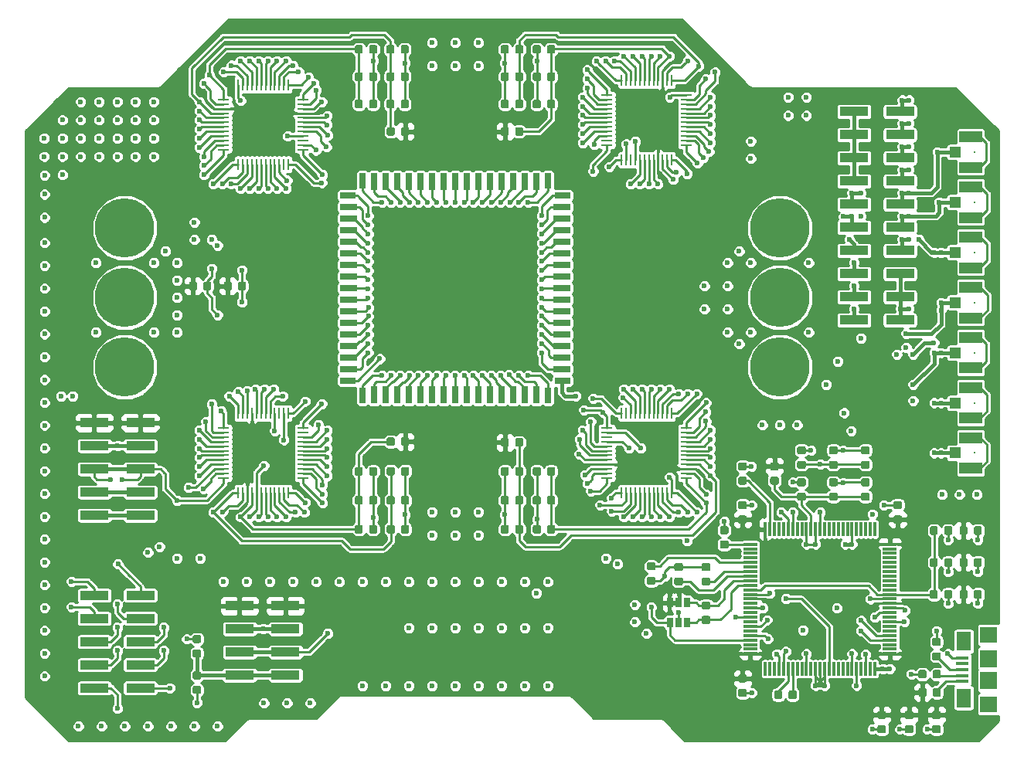
<source format=gbr>
G04 #@! TF.GenerationSoftware,KiCad,Pcbnew,(5.0.0-3-g5ebb6b6)*
G04 #@! TF.CreationDate,2020-03-04T16:44:46-05:00*
G04 #@! TF.ProjectId,Selection Interface,53656C656374696F6E20496E74657266,rev?*
G04 #@! TF.SameCoordinates,Original*
G04 #@! TF.FileFunction,Copper,L1,Top,Signal*
G04 #@! TF.FilePolarity,Positive*
%FSLAX46Y46*%
G04 Gerber Fmt 4.6, Leading zero omitted, Abs format (unit mm)*
G04 Created by KiCad (PCBNEW (5.0.0-3-g5ebb6b6)) date Wednesday, March 04, 2020 at 04:44:46 PM*
%MOMM*%
%LPD*%
G01*
G04 APERTURE LIST*
G04 #@! TA.AperFunction,SMDPad,CuDef*
%ADD10R,2.500000X1.200000*%
G04 #@! TD*
G04 #@! TA.AperFunction,SMDPad,CuDef*
%ADD11R,1.200000X1.150000*%
G04 #@! TD*
G04 #@! TA.AperFunction,SMDPad,CuDef*
%ADD12R,0.200000X0.200000*%
G04 #@! TD*
G04 #@! TA.AperFunction,ComponentPad*
%ADD13C,6.502400*%
G04 #@! TD*
G04 #@! TA.AperFunction,Conductor*
%ADD14C,0.100000*%
G04 #@! TD*
G04 #@! TA.AperFunction,SMDPad,CuDef*
%ADD15C,0.875000*%
G04 #@! TD*
G04 #@! TA.AperFunction,SMDPad,CuDef*
%ADD16R,0.300000X1.500000*%
G04 #@! TD*
G04 #@! TA.AperFunction,SMDPad,CuDef*
%ADD17R,1.500000X0.300000*%
G04 #@! TD*
G04 #@! TA.AperFunction,SMDPad,CuDef*
%ADD18R,1.900000X1.900000*%
G04 #@! TD*
G04 #@! TA.AperFunction,SMDPad,CuDef*
%ADD19R,1.900000X1.800000*%
G04 #@! TD*
G04 #@! TA.AperFunction,SMDPad,CuDef*
%ADD20R,1.600000X2.100000*%
G04 #@! TD*
G04 #@! TA.AperFunction,SMDPad,CuDef*
%ADD21R,1.350000X0.400000*%
G04 #@! TD*
G04 #@! TA.AperFunction,SMDPad,CuDef*
%ADD22R,1.700000X0.700000*%
G04 #@! TD*
G04 #@! TA.AperFunction,SMDPad,CuDef*
%ADD23R,1.910000X0.700000*%
G04 #@! TD*
G04 #@! TA.AperFunction,SMDPad,CuDef*
%ADD24R,0.700000X1.700000*%
G04 #@! TD*
G04 #@! TA.AperFunction,SMDPad,CuDef*
%ADD25R,0.700000X1.910000*%
G04 #@! TD*
G04 #@! TA.AperFunction,SMDPad,CuDef*
%ADD26R,1.300000X0.250000*%
G04 #@! TD*
G04 #@! TA.AperFunction,SMDPad,CuDef*
%ADD27R,0.250000X1.300000*%
G04 #@! TD*
G04 #@! TA.AperFunction,SMDPad,CuDef*
%ADD28R,3.150000X1.000000*%
G04 #@! TD*
G04 #@! TA.AperFunction,SMDPad,CuDef*
%ADD29R,0.650000X1.060000*%
G04 #@! TD*
G04 #@! TA.AperFunction,ViaPad*
%ADD30C,0.600000*%
G04 #@! TD*
G04 #@! TA.AperFunction,Conductor*
%ADD31C,0.254000*%
G04 #@! TD*
G04 #@! TA.AperFunction,Conductor*
%ADD32C,0.400000*%
G04 #@! TD*
G04 APERTURE END LIST*
D10*
G04 #@! TO.P,IPEX2,2*
G04 #@! TO.N,Net-(IPEX2-Pad2)*
X256500000Y-119685000D03*
X256500000Y-116315000D03*
D11*
G04 #@! TO.P,IPEX2,1*
G04 #@! TO.N,SolutionGate_Socket*
X254770000Y-118000000D03*
D12*
G04 #@! TO.P,IPEX2,3*
G04 #@! TO.N,N/C*
X256900000Y-118000000D03*
G04 #@! TD*
D13*
G04 #@! TO.P,MH1,1*
G04 #@! TO.N,N/C*
X163830000Y-93345000D03*
G04 #@! TD*
G04 #@! TO.P,MH2,1*
G04 #@! TO.N,N/C*
X163830000Y-100965000D03*
G04 #@! TD*
G04 #@! TO.P,MH3,1*
G04 #@! TO.N,N/C*
X163830000Y-108585000D03*
G04 #@! TD*
G04 #@! TO.P,MH5,1*
G04 #@! TO.N,N/C*
X235585000Y-100965000D03*
G04 #@! TD*
G04 #@! TO.P,MH6,1*
G04 #@! TO.N,N/C*
X235585000Y-108585000D03*
G04 #@! TD*
D14*
G04 #@! TO.N,VDDD*
G04 #@! TO.C,C5*
G36*
X231777691Y-124851053D02*
X231798926Y-124854203D01*
X231819750Y-124859419D01*
X231839962Y-124866651D01*
X231859368Y-124875830D01*
X231877781Y-124886866D01*
X231895024Y-124899654D01*
X231910930Y-124914070D01*
X231925346Y-124929976D01*
X231938134Y-124947219D01*
X231949170Y-124965632D01*
X231958349Y-124985038D01*
X231965581Y-125005250D01*
X231970797Y-125026074D01*
X231973947Y-125047309D01*
X231975000Y-125068750D01*
X231975000Y-125506250D01*
X231973947Y-125527691D01*
X231970797Y-125548926D01*
X231965581Y-125569750D01*
X231958349Y-125589962D01*
X231949170Y-125609368D01*
X231938134Y-125627781D01*
X231925346Y-125645024D01*
X231910930Y-125660930D01*
X231895024Y-125675346D01*
X231877781Y-125688134D01*
X231859368Y-125699170D01*
X231839962Y-125708349D01*
X231819750Y-125715581D01*
X231798926Y-125720797D01*
X231777691Y-125723947D01*
X231756250Y-125725000D01*
X231243750Y-125725000D01*
X231222309Y-125723947D01*
X231201074Y-125720797D01*
X231180250Y-125715581D01*
X231160038Y-125708349D01*
X231140632Y-125699170D01*
X231122219Y-125688134D01*
X231104976Y-125675346D01*
X231089070Y-125660930D01*
X231074654Y-125645024D01*
X231061866Y-125627781D01*
X231050830Y-125609368D01*
X231041651Y-125589962D01*
X231034419Y-125569750D01*
X231029203Y-125548926D01*
X231026053Y-125527691D01*
X231025000Y-125506250D01*
X231025000Y-125068750D01*
X231026053Y-125047309D01*
X231029203Y-125026074D01*
X231034419Y-125005250D01*
X231041651Y-124985038D01*
X231050830Y-124965632D01*
X231061866Y-124947219D01*
X231074654Y-124929976D01*
X231089070Y-124914070D01*
X231104976Y-124899654D01*
X231122219Y-124886866D01*
X231140632Y-124875830D01*
X231160038Y-124866651D01*
X231180250Y-124859419D01*
X231201074Y-124854203D01*
X231222309Y-124851053D01*
X231243750Y-124850000D01*
X231756250Y-124850000D01*
X231777691Y-124851053D01*
X231777691Y-124851053D01*
G37*
D15*
G04 #@! TD*
G04 #@! TO.P,C5,2*
G04 #@! TO.N,VDDD*
X231500000Y-125287500D03*
D14*
G04 #@! TO.N,GND*
G04 #@! TO.C,C5*
G36*
X231777691Y-123276053D02*
X231798926Y-123279203D01*
X231819750Y-123284419D01*
X231839962Y-123291651D01*
X231859368Y-123300830D01*
X231877781Y-123311866D01*
X231895024Y-123324654D01*
X231910930Y-123339070D01*
X231925346Y-123354976D01*
X231938134Y-123372219D01*
X231949170Y-123390632D01*
X231958349Y-123410038D01*
X231965581Y-123430250D01*
X231970797Y-123451074D01*
X231973947Y-123472309D01*
X231975000Y-123493750D01*
X231975000Y-123931250D01*
X231973947Y-123952691D01*
X231970797Y-123973926D01*
X231965581Y-123994750D01*
X231958349Y-124014962D01*
X231949170Y-124034368D01*
X231938134Y-124052781D01*
X231925346Y-124070024D01*
X231910930Y-124085930D01*
X231895024Y-124100346D01*
X231877781Y-124113134D01*
X231859368Y-124124170D01*
X231839962Y-124133349D01*
X231819750Y-124140581D01*
X231798926Y-124145797D01*
X231777691Y-124148947D01*
X231756250Y-124150000D01*
X231243750Y-124150000D01*
X231222309Y-124148947D01*
X231201074Y-124145797D01*
X231180250Y-124140581D01*
X231160038Y-124133349D01*
X231140632Y-124124170D01*
X231122219Y-124113134D01*
X231104976Y-124100346D01*
X231089070Y-124085930D01*
X231074654Y-124070024D01*
X231061866Y-124052781D01*
X231050830Y-124034368D01*
X231041651Y-124014962D01*
X231034419Y-123994750D01*
X231029203Y-123973926D01*
X231026053Y-123952691D01*
X231025000Y-123931250D01*
X231025000Y-123493750D01*
X231026053Y-123472309D01*
X231029203Y-123451074D01*
X231034419Y-123430250D01*
X231041651Y-123410038D01*
X231050830Y-123390632D01*
X231061866Y-123372219D01*
X231074654Y-123354976D01*
X231089070Y-123339070D01*
X231104976Y-123324654D01*
X231122219Y-123311866D01*
X231140632Y-123300830D01*
X231160038Y-123291651D01*
X231180250Y-123284419D01*
X231201074Y-123279203D01*
X231222309Y-123276053D01*
X231243750Y-123275000D01*
X231756250Y-123275000D01*
X231777691Y-123276053D01*
X231777691Y-123276053D01*
G37*
D15*
G04 #@! TD*
G04 #@! TO.P,C5,1*
G04 #@! TO.N,GND*
X231500000Y-123712500D03*
D14*
G04 #@! TO.N,GND*
G04 #@! TO.C,C6*
G36*
X248777691Y-123276053D02*
X248798926Y-123279203D01*
X248819750Y-123284419D01*
X248839962Y-123291651D01*
X248859368Y-123300830D01*
X248877781Y-123311866D01*
X248895024Y-123324654D01*
X248910930Y-123339070D01*
X248925346Y-123354976D01*
X248938134Y-123372219D01*
X248949170Y-123390632D01*
X248958349Y-123410038D01*
X248965581Y-123430250D01*
X248970797Y-123451074D01*
X248973947Y-123472309D01*
X248975000Y-123493750D01*
X248975000Y-123931250D01*
X248973947Y-123952691D01*
X248970797Y-123973926D01*
X248965581Y-123994750D01*
X248958349Y-124014962D01*
X248949170Y-124034368D01*
X248938134Y-124052781D01*
X248925346Y-124070024D01*
X248910930Y-124085930D01*
X248895024Y-124100346D01*
X248877781Y-124113134D01*
X248859368Y-124124170D01*
X248839962Y-124133349D01*
X248819750Y-124140581D01*
X248798926Y-124145797D01*
X248777691Y-124148947D01*
X248756250Y-124150000D01*
X248243750Y-124150000D01*
X248222309Y-124148947D01*
X248201074Y-124145797D01*
X248180250Y-124140581D01*
X248160038Y-124133349D01*
X248140632Y-124124170D01*
X248122219Y-124113134D01*
X248104976Y-124100346D01*
X248089070Y-124085930D01*
X248074654Y-124070024D01*
X248061866Y-124052781D01*
X248050830Y-124034368D01*
X248041651Y-124014962D01*
X248034419Y-123994750D01*
X248029203Y-123973926D01*
X248026053Y-123952691D01*
X248025000Y-123931250D01*
X248025000Y-123493750D01*
X248026053Y-123472309D01*
X248029203Y-123451074D01*
X248034419Y-123430250D01*
X248041651Y-123410038D01*
X248050830Y-123390632D01*
X248061866Y-123372219D01*
X248074654Y-123354976D01*
X248089070Y-123339070D01*
X248104976Y-123324654D01*
X248122219Y-123311866D01*
X248140632Y-123300830D01*
X248160038Y-123291651D01*
X248180250Y-123284419D01*
X248201074Y-123279203D01*
X248222309Y-123276053D01*
X248243750Y-123275000D01*
X248756250Y-123275000D01*
X248777691Y-123276053D01*
X248777691Y-123276053D01*
G37*
D15*
G04 #@! TD*
G04 #@! TO.P,C6,1*
G04 #@! TO.N,GND*
X248500000Y-123712500D03*
D14*
G04 #@! TO.N,VDDD*
G04 #@! TO.C,C6*
G36*
X248777691Y-124851053D02*
X248798926Y-124854203D01*
X248819750Y-124859419D01*
X248839962Y-124866651D01*
X248859368Y-124875830D01*
X248877781Y-124886866D01*
X248895024Y-124899654D01*
X248910930Y-124914070D01*
X248925346Y-124929976D01*
X248938134Y-124947219D01*
X248949170Y-124965632D01*
X248958349Y-124985038D01*
X248965581Y-125005250D01*
X248970797Y-125026074D01*
X248973947Y-125047309D01*
X248975000Y-125068750D01*
X248975000Y-125506250D01*
X248973947Y-125527691D01*
X248970797Y-125548926D01*
X248965581Y-125569750D01*
X248958349Y-125589962D01*
X248949170Y-125609368D01*
X248938134Y-125627781D01*
X248925346Y-125645024D01*
X248910930Y-125660930D01*
X248895024Y-125675346D01*
X248877781Y-125688134D01*
X248859368Y-125699170D01*
X248839962Y-125708349D01*
X248819750Y-125715581D01*
X248798926Y-125720797D01*
X248777691Y-125723947D01*
X248756250Y-125725000D01*
X248243750Y-125725000D01*
X248222309Y-125723947D01*
X248201074Y-125720797D01*
X248180250Y-125715581D01*
X248160038Y-125708349D01*
X248140632Y-125699170D01*
X248122219Y-125688134D01*
X248104976Y-125675346D01*
X248089070Y-125660930D01*
X248074654Y-125645024D01*
X248061866Y-125627781D01*
X248050830Y-125609368D01*
X248041651Y-125589962D01*
X248034419Y-125569750D01*
X248029203Y-125548926D01*
X248026053Y-125527691D01*
X248025000Y-125506250D01*
X248025000Y-125068750D01*
X248026053Y-125047309D01*
X248029203Y-125026074D01*
X248034419Y-125005250D01*
X248041651Y-124985038D01*
X248050830Y-124965632D01*
X248061866Y-124947219D01*
X248074654Y-124929976D01*
X248089070Y-124914070D01*
X248104976Y-124899654D01*
X248122219Y-124886866D01*
X248140632Y-124875830D01*
X248160038Y-124866651D01*
X248180250Y-124859419D01*
X248201074Y-124854203D01*
X248222309Y-124851053D01*
X248243750Y-124850000D01*
X248756250Y-124850000D01*
X248777691Y-124851053D01*
X248777691Y-124851053D01*
G37*
D15*
G04 #@! TD*
G04 #@! TO.P,C6,2*
G04 #@! TO.N,VDDD*
X248500000Y-125287500D03*
D14*
G04 #@! TO.N,VDDD*
G04 #@! TO.C,C8*
G36*
X231777691Y-142276053D02*
X231798926Y-142279203D01*
X231819750Y-142284419D01*
X231839962Y-142291651D01*
X231859368Y-142300830D01*
X231877781Y-142311866D01*
X231895024Y-142324654D01*
X231910930Y-142339070D01*
X231925346Y-142354976D01*
X231938134Y-142372219D01*
X231949170Y-142390632D01*
X231958349Y-142410038D01*
X231965581Y-142430250D01*
X231970797Y-142451074D01*
X231973947Y-142472309D01*
X231975000Y-142493750D01*
X231975000Y-142931250D01*
X231973947Y-142952691D01*
X231970797Y-142973926D01*
X231965581Y-142994750D01*
X231958349Y-143014962D01*
X231949170Y-143034368D01*
X231938134Y-143052781D01*
X231925346Y-143070024D01*
X231910930Y-143085930D01*
X231895024Y-143100346D01*
X231877781Y-143113134D01*
X231859368Y-143124170D01*
X231839962Y-143133349D01*
X231819750Y-143140581D01*
X231798926Y-143145797D01*
X231777691Y-143148947D01*
X231756250Y-143150000D01*
X231243750Y-143150000D01*
X231222309Y-143148947D01*
X231201074Y-143145797D01*
X231180250Y-143140581D01*
X231160038Y-143133349D01*
X231140632Y-143124170D01*
X231122219Y-143113134D01*
X231104976Y-143100346D01*
X231089070Y-143085930D01*
X231074654Y-143070024D01*
X231061866Y-143052781D01*
X231050830Y-143034368D01*
X231041651Y-143014962D01*
X231034419Y-142994750D01*
X231029203Y-142973926D01*
X231026053Y-142952691D01*
X231025000Y-142931250D01*
X231025000Y-142493750D01*
X231026053Y-142472309D01*
X231029203Y-142451074D01*
X231034419Y-142430250D01*
X231041651Y-142410038D01*
X231050830Y-142390632D01*
X231061866Y-142372219D01*
X231074654Y-142354976D01*
X231089070Y-142339070D01*
X231104976Y-142324654D01*
X231122219Y-142311866D01*
X231140632Y-142300830D01*
X231160038Y-142291651D01*
X231180250Y-142284419D01*
X231201074Y-142279203D01*
X231222309Y-142276053D01*
X231243750Y-142275000D01*
X231756250Y-142275000D01*
X231777691Y-142276053D01*
X231777691Y-142276053D01*
G37*
D15*
G04 #@! TD*
G04 #@! TO.P,C8,2*
G04 #@! TO.N,VDDD*
X231500000Y-142712500D03*
D14*
G04 #@! TO.N,GND*
G04 #@! TO.C,C8*
G36*
X231777691Y-143851053D02*
X231798926Y-143854203D01*
X231819750Y-143859419D01*
X231839962Y-143866651D01*
X231859368Y-143875830D01*
X231877781Y-143886866D01*
X231895024Y-143899654D01*
X231910930Y-143914070D01*
X231925346Y-143929976D01*
X231938134Y-143947219D01*
X231949170Y-143965632D01*
X231958349Y-143985038D01*
X231965581Y-144005250D01*
X231970797Y-144026074D01*
X231973947Y-144047309D01*
X231975000Y-144068750D01*
X231975000Y-144506250D01*
X231973947Y-144527691D01*
X231970797Y-144548926D01*
X231965581Y-144569750D01*
X231958349Y-144589962D01*
X231949170Y-144609368D01*
X231938134Y-144627781D01*
X231925346Y-144645024D01*
X231910930Y-144660930D01*
X231895024Y-144675346D01*
X231877781Y-144688134D01*
X231859368Y-144699170D01*
X231839962Y-144708349D01*
X231819750Y-144715581D01*
X231798926Y-144720797D01*
X231777691Y-144723947D01*
X231756250Y-144725000D01*
X231243750Y-144725000D01*
X231222309Y-144723947D01*
X231201074Y-144720797D01*
X231180250Y-144715581D01*
X231160038Y-144708349D01*
X231140632Y-144699170D01*
X231122219Y-144688134D01*
X231104976Y-144675346D01*
X231089070Y-144660930D01*
X231074654Y-144645024D01*
X231061866Y-144627781D01*
X231050830Y-144609368D01*
X231041651Y-144589962D01*
X231034419Y-144569750D01*
X231029203Y-144548926D01*
X231026053Y-144527691D01*
X231025000Y-144506250D01*
X231025000Y-144068750D01*
X231026053Y-144047309D01*
X231029203Y-144026074D01*
X231034419Y-144005250D01*
X231041651Y-143985038D01*
X231050830Y-143965632D01*
X231061866Y-143947219D01*
X231074654Y-143929976D01*
X231089070Y-143914070D01*
X231104976Y-143899654D01*
X231122219Y-143886866D01*
X231140632Y-143875830D01*
X231160038Y-143866651D01*
X231180250Y-143859419D01*
X231201074Y-143854203D01*
X231222309Y-143851053D01*
X231243750Y-143850000D01*
X231756250Y-143850000D01*
X231777691Y-143851053D01*
X231777691Y-143851053D01*
G37*
D15*
G04 #@! TD*
G04 #@! TO.P,C8,1*
G04 #@! TO.N,GND*
X231500000Y-144287500D03*
D14*
G04 #@! TO.N,VCCD_C1*
G04 #@! TO.C,C9*
G36*
X252702691Y-133026053D02*
X252723926Y-133029203D01*
X252744750Y-133034419D01*
X252764962Y-133041651D01*
X252784368Y-133050830D01*
X252802781Y-133061866D01*
X252820024Y-133074654D01*
X252835930Y-133089070D01*
X252850346Y-133104976D01*
X252863134Y-133122219D01*
X252874170Y-133140632D01*
X252883349Y-133160038D01*
X252890581Y-133180250D01*
X252895797Y-133201074D01*
X252898947Y-133222309D01*
X252900000Y-133243750D01*
X252900000Y-133756250D01*
X252898947Y-133777691D01*
X252895797Y-133798926D01*
X252890581Y-133819750D01*
X252883349Y-133839962D01*
X252874170Y-133859368D01*
X252863134Y-133877781D01*
X252850346Y-133895024D01*
X252835930Y-133910930D01*
X252820024Y-133925346D01*
X252802781Y-133938134D01*
X252784368Y-133949170D01*
X252764962Y-133958349D01*
X252744750Y-133965581D01*
X252723926Y-133970797D01*
X252702691Y-133973947D01*
X252681250Y-133975000D01*
X252243750Y-133975000D01*
X252222309Y-133973947D01*
X252201074Y-133970797D01*
X252180250Y-133965581D01*
X252160038Y-133958349D01*
X252140632Y-133949170D01*
X252122219Y-133938134D01*
X252104976Y-133925346D01*
X252089070Y-133910930D01*
X252074654Y-133895024D01*
X252061866Y-133877781D01*
X252050830Y-133859368D01*
X252041651Y-133839962D01*
X252034419Y-133819750D01*
X252029203Y-133798926D01*
X252026053Y-133777691D01*
X252025000Y-133756250D01*
X252025000Y-133243750D01*
X252026053Y-133222309D01*
X252029203Y-133201074D01*
X252034419Y-133180250D01*
X252041651Y-133160038D01*
X252050830Y-133140632D01*
X252061866Y-133122219D01*
X252074654Y-133104976D01*
X252089070Y-133089070D01*
X252104976Y-133074654D01*
X252122219Y-133061866D01*
X252140632Y-133050830D01*
X252160038Y-133041651D01*
X252180250Y-133034419D01*
X252201074Y-133029203D01*
X252222309Y-133026053D01*
X252243750Y-133025000D01*
X252681250Y-133025000D01*
X252702691Y-133026053D01*
X252702691Y-133026053D01*
G37*
D15*
G04 #@! TD*
G04 #@! TO.P,C9,1*
G04 #@! TO.N,VCCD_C1*
X252462500Y-133500000D03*
D14*
G04 #@! TO.N,GND*
G04 #@! TO.C,C9*
G36*
X254277691Y-133026053D02*
X254298926Y-133029203D01*
X254319750Y-133034419D01*
X254339962Y-133041651D01*
X254359368Y-133050830D01*
X254377781Y-133061866D01*
X254395024Y-133074654D01*
X254410930Y-133089070D01*
X254425346Y-133104976D01*
X254438134Y-133122219D01*
X254449170Y-133140632D01*
X254458349Y-133160038D01*
X254465581Y-133180250D01*
X254470797Y-133201074D01*
X254473947Y-133222309D01*
X254475000Y-133243750D01*
X254475000Y-133756250D01*
X254473947Y-133777691D01*
X254470797Y-133798926D01*
X254465581Y-133819750D01*
X254458349Y-133839962D01*
X254449170Y-133859368D01*
X254438134Y-133877781D01*
X254425346Y-133895024D01*
X254410930Y-133910930D01*
X254395024Y-133925346D01*
X254377781Y-133938134D01*
X254359368Y-133949170D01*
X254339962Y-133958349D01*
X254319750Y-133965581D01*
X254298926Y-133970797D01*
X254277691Y-133973947D01*
X254256250Y-133975000D01*
X253818750Y-133975000D01*
X253797309Y-133973947D01*
X253776074Y-133970797D01*
X253755250Y-133965581D01*
X253735038Y-133958349D01*
X253715632Y-133949170D01*
X253697219Y-133938134D01*
X253679976Y-133925346D01*
X253664070Y-133910930D01*
X253649654Y-133895024D01*
X253636866Y-133877781D01*
X253625830Y-133859368D01*
X253616651Y-133839962D01*
X253609419Y-133819750D01*
X253604203Y-133798926D01*
X253601053Y-133777691D01*
X253600000Y-133756250D01*
X253600000Y-133243750D01*
X253601053Y-133222309D01*
X253604203Y-133201074D01*
X253609419Y-133180250D01*
X253616651Y-133160038D01*
X253625830Y-133140632D01*
X253636866Y-133122219D01*
X253649654Y-133104976D01*
X253664070Y-133089070D01*
X253679976Y-133074654D01*
X253697219Y-133061866D01*
X253715632Y-133050830D01*
X253735038Y-133041651D01*
X253755250Y-133034419D01*
X253776074Y-133029203D01*
X253797309Y-133026053D01*
X253818750Y-133025000D01*
X254256250Y-133025000D01*
X254277691Y-133026053D01*
X254277691Y-133026053D01*
G37*
D15*
G04 #@! TD*
G04 #@! TO.P,C9,2*
G04 #@! TO.N,GND*
X254037500Y-133500000D03*
D14*
G04 #@! TO.N,GND*
G04 #@! TO.C,C10*
G36*
X257527691Y-133026053D02*
X257548926Y-133029203D01*
X257569750Y-133034419D01*
X257589962Y-133041651D01*
X257609368Y-133050830D01*
X257627781Y-133061866D01*
X257645024Y-133074654D01*
X257660930Y-133089070D01*
X257675346Y-133104976D01*
X257688134Y-133122219D01*
X257699170Y-133140632D01*
X257708349Y-133160038D01*
X257715581Y-133180250D01*
X257720797Y-133201074D01*
X257723947Y-133222309D01*
X257725000Y-133243750D01*
X257725000Y-133756250D01*
X257723947Y-133777691D01*
X257720797Y-133798926D01*
X257715581Y-133819750D01*
X257708349Y-133839962D01*
X257699170Y-133859368D01*
X257688134Y-133877781D01*
X257675346Y-133895024D01*
X257660930Y-133910930D01*
X257645024Y-133925346D01*
X257627781Y-133938134D01*
X257609368Y-133949170D01*
X257589962Y-133958349D01*
X257569750Y-133965581D01*
X257548926Y-133970797D01*
X257527691Y-133973947D01*
X257506250Y-133975000D01*
X257068750Y-133975000D01*
X257047309Y-133973947D01*
X257026074Y-133970797D01*
X257005250Y-133965581D01*
X256985038Y-133958349D01*
X256965632Y-133949170D01*
X256947219Y-133938134D01*
X256929976Y-133925346D01*
X256914070Y-133910930D01*
X256899654Y-133895024D01*
X256886866Y-133877781D01*
X256875830Y-133859368D01*
X256866651Y-133839962D01*
X256859419Y-133819750D01*
X256854203Y-133798926D01*
X256851053Y-133777691D01*
X256850000Y-133756250D01*
X256850000Y-133243750D01*
X256851053Y-133222309D01*
X256854203Y-133201074D01*
X256859419Y-133180250D01*
X256866651Y-133160038D01*
X256875830Y-133140632D01*
X256886866Y-133122219D01*
X256899654Y-133104976D01*
X256914070Y-133089070D01*
X256929976Y-133074654D01*
X256947219Y-133061866D01*
X256965632Y-133050830D01*
X256985038Y-133041651D01*
X257005250Y-133034419D01*
X257026074Y-133029203D01*
X257047309Y-133026053D01*
X257068750Y-133025000D01*
X257506250Y-133025000D01*
X257527691Y-133026053D01*
X257527691Y-133026053D01*
G37*
D15*
G04 #@! TD*
G04 #@! TO.P,C10,2*
G04 #@! TO.N,GND*
X257287500Y-133500000D03*
D14*
G04 #@! TO.N,VDDD*
G04 #@! TO.C,C10*
G36*
X255952691Y-133026053D02*
X255973926Y-133029203D01*
X255994750Y-133034419D01*
X256014962Y-133041651D01*
X256034368Y-133050830D01*
X256052781Y-133061866D01*
X256070024Y-133074654D01*
X256085930Y-133089070D01*
X256100346Y-133104976D01*
X256113134Y-133122219D01*
X256124170Y-133140632D01*
X256133349Y-133160038D01*
X256140581Y-133180250D01*
X256145797Y-133201074D01*
X256148947Y-133222309D01*
X256150000Y-133243750D01*
X256150000Y-133756250D01*
X256148947Y-133777691D01*
X256145797Y-133798926D01*
X256140581Y-133819750D01*
X256133349Y-133839962D01*
X256124170Y-133859368D01*
X256113134Y-133877781D01*
X256100346Y-133895024D01*
X256085930Y-133910930D01*
X256070024Y-133925346D01*
X256052781Y-133938134D01*
X256034368Y-133949170D01*
X256014962Y-133958349D01*
X255994750Y-133965581D01*
X255973926Y-133970797D01*
X255952691Y-133973947D01*
X255931250Y-133975000D01*
X255493750Y-133975000D01*
X255472309Y-133973947D01*
X255451074Y-133970797D01*
X255430250Y-133965581D01*
X255410038Y-133958349D01*
X255390632Y-133949170D01*
X255372219Y-133938134D01*
X255354976Y-133925346D01*
X255339070Y-133910930D01*
X255324654Y-133895024D01*
X255311866Y-133877781D01*
X255300830Y-133859368D01*
X255291651Y-133839962D01*
X255284419Y-133819750D01*
X255279203Y-133798926D01*
X255276053Y-133777691D01*
X255275000Y-133756250D01*
X255275000Y-133243750D01*
X255276053Y-133222309D01*
X255279203Y-133201074D01*
X255284419Y-133180250D01*
X255291651Y-133160038D01*
X255300830Y-133140632D01*
X255311866Y-133122219D01*
X255324654Y-133104976D01*
X255339070Y-133089070D01*
X255354976Y-133074654D01*
X255372219Y-133061866D01*
X255390632Y-133050830D01*
X255410038Y-133041651D01*
X255430250Y-133034419D01*
X255451074Y-133029203D01*
X255472309Y-133026053D01*
X255493750Y-133025000D01*
X255931250Y-133025000D01*
X255952691Y-133026053D01*
X255952691Y-133026053D01*
G37*
D15*
G04 #@! TD*
G04 #@! TO.P,C10,1*
G04 #@! TO.N,VDDD*
X255712500Y-133500000D03*
D14*
G04 #@! TO.N,GND*
G04 #@! TO.C,C11*
G36*
X254277691Y-129526053D02*
X254298926Y-129529203D01*
X254319750Y-129534419D01*
X254339962Y-129541651D01*
X254359368Y-129550830D01*
X254377781Y-129561866D01*
X254395024Y-129574654D01*
X254410930Y-129589070D01*
X254425346Y-129604976D01*
X254438134Y-129622219D01*
X254449170Y-129640632D01*
X254458349Y-129660038D01*
X254465581Y-129680250D01*
X254470797Y-129701074D01*
X254473947Y-129722309D01*
X254475000Y-129743750D01*
X254475000Y-130256250D01*
X254473947Y-130277691D01*
X254470797Y-130298926D01*
X254465581Y-130319750D01*
X254458349Y-130339962D01*
X254449170Y-130359368D01*
X254438134Y-130377781D01*
X254425346Y-130395024D01*
X254410930Y-130410930D01*
X254395024Y-130425346D01*
X254377781Y-130438134D01*
X254359368Y-130449170D01*
X254339962Y-130458349D01*
X254319750Y-130465581D01*
X254298926Y-130470797D01*
X254277691Y-130473947D01*
X254256250Y-130475000D01*
X253818750Y-130475000D01*
X253797309Y-130473947D01*
X253776074Y-130470797D01*
X253755250Y-130465581D01*
X253735038Y-130458349D01*
X253715632Y-130449170D01*
X253697219Y-130438134D01*
X253679976Y-130425346D01*
X253664070Y-130410930D01*
X253649654Y-130395024D01*
X253636866Y-130377781D01*
X253625830Y-130359368D01*
X253616651Y-130339962D01*
X253609419Y-130319750D01*
X253604203Y-130298926D01*
X253601053Y-130277691D01*
X253600000Y-130256250D01*
X253600000Y-129743750D01*
X253601053Y-129722309D01*
X253604203Y-129701074D01*
X253609419Y-129680250D01*
X253616651Y-129660038D01*
X253625830Y-129640632D01*
X253636866Y-129622219D01*
X253649654Y-129604976D01*
X253664070Y-129589070D01*
X253679976Y-129574654D01*
X253697219Y-129561866D01*
X253715632Y-129550830D01*
X253735038Y-129541651D01*
X253755250Y-129534419D01*
X253776074Y-129529203D01*
X253797309Y-129526053D01*
X253818750Y-129525000D01*
X254256250Y-129525000D01*
X254277691Y-129526053D01*
X254277691Y-129526053D01*
G37*
D15*
G04 #@! TD*
G04 #@! TO.P,C11,2*
G04 #@! TO.N,GND*
X254037500Y-130000000D03*
D14*
G04 #@! TO.N,VCCD_C1*
G04 #@! TO.C,C11*
G36*
X252702691Y-129526053D02*
X252723926Y-129529203D01*
X252744750Y-129534419D01*
X252764962Y-129541651D01*
X252784368Y-129550830D01*
X252802781Y-129561866D01*
X252820024Y-129574654D01*
X252835930Y-129589070D01*
X252850346Y-129604976D01*
X252863134Y-129622219D01*
X252874170Y-129640632D01*
X252883349Y-129660038D01*
X252890581Y-129680250D01*
X252895797Y-129701074D01*
X252898947Y-129722309D01*
X252900000Y-129743750D01*
X252900000Y-130256250D01*
X252898947Y-130277691D01*
X252895797Y-130298926D01*
X252890581Y-130319750D01*
X252883349Y-130339962D01*
X252874170Y-130359368D01*
X252863134Y-130377781D01*
X252850346Y-130395024D01*
X252835930Y-130410930D01*
X252820024Y-130425346D01*
X252802781Y-130438134D01*
X252784368Y-130449170D01*
X252764962Y-130458349D01*
X252744750Y-130465581D01*
X252723926Y-130470797D01*
X252702691Y-130473947D01*
X252681250Y-130475000D01*
X252243750Y-130475000D01*
X252222309Y-130473947D01*
X252201074Y-130470797D01*
X252180250Y-130465581D01*
X252160038Y-130458349D01*
X252140632Y-130449170D01*
X252122219Y-130438134D01*
X252104976Y-130425346D01*
X252089070Y-130410930D01*
X252074654Y-130395024D01*
X252061866Y-130377781D01*
X252050830Y-130359368D01*
X252041651Y-130339962D01*
X252034419Y-130319750D01*
X252029203Y-130298926D01*
X252026053Y-130277691D01*
X252025000Y-130256250D01*
X252025000Y-129743750D01*
X252026053Y-129722309D01*
X252029203Y-129701074D01*
X252034419Y-129680250D01*
X252041651Y-129660038D01*
X252050830Y-129640632D01*
X252061866Y-129622219D01*
X252074654Y-129604976D01*
X252089070Y-129589070D01*
X252104976Y-129574654D01*
X252122219Y-129561866D01*
X252140632Y-129550830D01*
X252160038Y-129541651D01*
X252180250Y-129534419D01*
X252201074Y-129529203D01*
X252222309Y-129526053D01*
X252243750Y-129525000D01*
X252681250Y-129525000D01*
X252702691Y-129526053D01*
X252702691Y-129526053D01*
G37*
D15*
G04 #@! TD*
G04 #@! TO.P,C11,1*
G04 #@! TO.N,VCCD_C1*
X252462500Y-130000000D03*
D14*
G04 #@! TO.N,VDDD*
G04 #@! TO.C,C12*
G36*
X255952691Y-129526053D02*
X255973926Y-129529203D01*
X255994750Y-129534419D01*
X256014962Y-129541651D01*
X256034368Y-129550830D01*
X256052781Y-129561866D01*
X256070024Y-129574654D01*
X256085930Y-129589070D01*
X256100346Y-129604976D01*
X256113134Y-129622219D01*
X256124170Y-129640632D01*
X256133349Y-129660038D01*
X256140581Y-129680250D01*
X256145797Y-129701074D01*
X256148947Y-129722309D01*
X256150000Y-129743750D01*
X256150000Y-130256250D01*
X256148947Y-130277691D01*
X256145797Y-130298926D01*
X256140581Y-130319750D01*
X256133349Y-130339962D01*
X256124170Y-130359368D01*
X256113134Y-130377781D01*
X256100346Y-130395024D01*
X256085930Y-130410930D01*
X256070024Y-130425346D01*
X256052781Y-130438134D01*
X256034368Y-130449170D01*
X256014962Y-130458349D01*
X255994750Y-130465581D01*
X255973926Y-130470797D01*
X255952691Y-130473947D01*
X255931250Y-130475000D01*
X255493750Y-130475000D01*
X255472309Y-130473947D01*
X255451074Y-130470797D01*
X255430250Y-130465581D01*
X255410038Y-130458349D01*
X255390632Y-130449170D01*
X255372219Y-130438134D01*
X255354976Y-130425346D01*
X255339070Y-130410930D01*
X255324654Y-130395024D01*
X255311866Y-130377781D01*
X255300830Y-130359368D01*
X255291651Y-130339962D01*
X255284419Y-130319750D01*
X255279203Y-130298926D01*
X255276053Y-130277691D01*
X255275000Y-130256250D01*
X255275000Y-129743750D01*
X255276053Y-129722309D01*
X255279203Y-129701074D01*
X255284419Y-129680250D01*
X255291651Y-129660038D01*
X255300830Y-129640632D01*
X255311866Y-129622219D01*
X255324654Y-129604976D01*
X255339070Y-129589070D01*
X255354976Y-129574654D01*
X255372219Y-129561866D01*
X255390632Y-129550830D01*
X255410038Y-129541651D01*
X255430250Y-129534419D01*
X255451074Y-129529203D01*
X255472309Y-129526053D01*
X255493750Y-129525000D01*
X255931250Y-129525000D01*
X255952691Y-129526053D01*
X255952691Y-129526053D01*
G37*
D15*
G04 #@! TD*
G04 #@! TO.P,C12,1*
G04 #@! TO.N,VDDD*
X255712500Y-130000000D03*
D14*
G04 #@! TO.N,GND*
G04 #@! TO.C,C12*
G36*
X257527691Y-129526053D02*
X257548926Y-129529203D01*
X257569750Y-129534419D01*
X257589962Y-129541651D01*
X257609368Y-129550830D01*
X257627781Y-129561866D01*
X257645024Y-129574654D01*
X257660930Y-129589070D01*
X257675346Y-129604976D01*
X257688134Y-129622219D01*
X257699170Y-129640632D01*
X257708349Y-129660038D01*
X257715581Y-129680250D01*
X257720797Y-129701074D01*
X257723947Y-129722309D01*
X257725000Y-129743750D01*
X257725000Y-130256250D01*
X257723947Y-130277691D01*
X257720797Y-130298926D01*
X257715581Y-130319750D01*
X257708349Y-130339962D01*
X257699170Y-130359368D01*
X257688134Y-130377781D01*
X257675346Y-130395024D01*
X257660930Y-130410930D01*
X257645024Y-130425346D01*
X257627781Y-130438134D01*
X257609368Y-130449170D01*
X257589962Y-130458349D01*
X257569750Y-130465581D01*
X257548926Y-130470797D01*
X257527691Y-130473947D01*
X257506250Y-130475000D01*
X257068750Y-130475000D01*
X257047309Y-130473947D01*
X257026074Y-130470797D01*
X257005250Y-130465581D01*
X256985038Y-130458349D01*
X256965632Y-130449170D01*
X256947219Y-130438134D01*
X256929976Y-130425346D01*
X256914070Y-130410930D01*
X256899654Y-130395024D01*
X256886866Y-130377781D01*
X256875830Y-130359368D01*
X256866651Y-130339962D01*
X256859419Y-130319750D01*
X256854203Y-130298926D01*
X256851053Y-130277691D01*
X256850000Y-130256250D01*
X256850000Y-129743750D01*
X256851053Y-129722309D01*
X256854203Y-129701074D01*
X256859419Y-129680250D01*
X256866651Y-129660038D01*
X256875830Y-129640632D01*
X256886866Y-129622219D01*
X256899654Y-129604976D01*
X256914070Y-129589070D01*
X256929976Y-129574654D01*
X256947219Y-129561866D01*
X256965632Y-129550830D01*
X256985038Y-129541651D01*
X257005250Y-129534419D01*
X257026074Y-129529203D01*
X257047309Y-129526053D01*
X257068750Y-129525000D01*
X257506250Y-129525000D01*
X257527691Y-129526053D01*
X257527691Y-129526053D01*
G37*
D15*
G04 #@! TD*
G04 #@! TO.P,C12,2*
G04 #@! TO.N,GND*
X257287500Y-130000000D03*
D14*
G04 #@! TO.N,VCCD_C1*
G04 #@! TO.C,C13*
G36*
X252702691Y-126026053D02*
X252723926Y-126029203D01*
X252744750Y-126034419D01*
X252764962Y-126041651D01*
X252784368Y-126050830D01*
X252802781Y-126061866D01*
X252820024Y-126074654D01*
X252835930Y-126089070D01*
X252850346Y-126104976D01*
X252863134Y-126122219D01*
X252874170Y-126140632D01*
X252883349Y-126160038D01*
X252890581Y-126180250D01*
X252895797Y-126201074D01*
X252898947Y-126222309D01*
X252900000Y-126243750D01*
X252900000Y-126756250D01*
X252898947Y-126777691D01*
X252895797Y-126798926D01*
X252890581Y-126819750D01*
X252883349Y-126839962D01*
X252874170Y-126859368D01*
X252863134Y-126877781D01*
X252850346Y-126895024D01*
X252835930Y-126910930D01*
X252820024Y-126925346D01*
X252802781Y-126938134D01*
X252784368Y-126949170D01*
X252764962Y-126958349D01*
X252744750Y-126965581D01*
X252723926Y-126970797D01*
X252702691Y-126973947D01*
X252681250Y-126975000D01*
X252243750Y-126975000D01*
X252222309Y-126973947D01*
X252201074Y-126970797D01*
X252180250Y-126965581D01*
X252160038Y-126958349D01*
X252140632Y-126949170D01*
X252122219Y-126938134D01*
X252104976Y-126925346D01*
X252089070Y-126910930D01*
X252074654Y-126895024D01*
X252061866Y-126877781D01*
X252050830Y-126859368D01*
X252041651Y-126839962D01*
X252034419Y-126819750D01*
X252029203Y-126798926D01*
X252026053Y-126777691D01*
X252025000Y-126756250D01*
X252025000Y-126243750D01*
X252026053Y-126222309D01*
X252029203Y-126201074D01*
X252034419Y-126180250D01*
X252041651Y-126160038D01*
X252050830Y-126140632D01*
X252061866Y-126122219D01*
X252074654Y-126104976D01*
X252089070Y-126089070D01*
X252104976Y-126074654D01*
X252122219Y-126061866D01*
X252140632Y-126050830D01*
X252160038Y-126041651D01*
X252180250Y-126034419D01*
X252201074Y-126029203D01*
X252222309Y-126026053D01*
X252243750Y-126025000D01*
X252681250Y-126025000D01*
X252702691Y-126026053D01*
X252702691Y-126026053D01*
G37*
D15*
G04 #@! TD*
G04 #@! TO.P,C13,1*
G04 #@! TO.N,VCCD_C1*
X252462500Y-126500000D03*
D14*
G04 #@! TO.N,GND*
G04 #@! TO.C,C13*
G36*
X254277691Y-126026053D02*
X254298926Y-126029203D01*
X254319750Y-126034419D01*
X254339962Y-126041651D01*
X254359368Y-126050830D01*
X254377781Y-126061866D01*
X254395024Y-126074654D01*
X254410930Y-126089070D01*
X254425346Y-126104976D01*
X254438134Y-126122219D01*
X254449170Y-126140632D01*
X254458349Y-126160038D01*
X254465581Y-126180250D01*
X254470797Y-126201074D01*
X254473947Y-126222309D01*
X254475000Y-126243750D01*
X254475000Y-126756250D01*
X254473947Y-126777691D01*
X254470797Y-126798926D01*
X254465581Y-126819750D01*
X254458349Y-126839962D01*
X254449170Y-126859368D01*
X254438134Y-126877781D01*
X254425346Y-126895024D01*
X254410930Y-126910930D01*
X254395024Y-126925346D01*
X254377781Y-126938134D01*
X254359368Y-126949170D01*
X254339962Y-126958349D01*
X254319750Y-126965581D01*
X254298926Y-126970797D01*
X254277691Y-126973947D01*
X254256250Y-126975000D01*
X253818750Y-126975000D01*
X253797309Y-126973947D01*
X253776074Y-126970797D01*
X253755250Y-126965581D01*
X253735038Y-126958349D01*
X253715632Y-126949170D01*
X253697219Y-126938134D01*
X253679976Y-126925346D01*
X253664070Y-126910930D01*
X253649654Y-126895024D01*
X253636866Y-126877781D01*
X253625830Y-126859368D01*
X253616651Y-126839962D01*
X253609419Y-126819750D01*
X253604203Y-126798926D01*
X253601053Y-126777691D01*
X253600000Y-126756250D01*
X253600000Y-126243750D01*
X253601053Y-126222309D01*
X253604203Y-126201074D01*
X253609419Y-126180250D01*
X253616651Y-126160038D01*
X253625830Y-126140632D01*
X253636866Y-126122219D01*
X253649654Y-126104976D01*
X253664070Y-126089070D01*
X253679976Y-126074654D01*
X253697219Y-126061866D01*
X253715632Y-126050830D01*
X253735038Y-126041651D01*
X253755250Y-126034419D01*
X253776074Y-126029203D01*
X253797309Y-126026053D01*
X253818750Y-126025000D01*
X254256250Y-126025000D01*
X254277691Y-126026053D01*
X254277691Y-126026053D01*
G37*
D15*
G04 #@! TD*
G04 #@! TO.P,C13,2*
G04 #@! TO.N,GND*
X254037500Y-126500000D03*
D14*
G04 #@! TO.N,GND*
G04 #@! TO.C,C14*
G36*
X257527691Y-126026053D02*
X257548926Y-126029203D01*
X257569750Y-126034419D01*
X257589962Y-126041651D01*
X257609368Y-126050830D01*
X257627781Y-126061866D01*
X257645024Y-126074654D01*
X257660930Y-126089070D01*
X257675346Y-126104976D01*
X257688134Y-126122219D01*
X257699170Y-126140632D01*
X257708349Y-126160038D01*
X257715581Y-126180250D01*
X257720797Y-126201074D01*
X257723947Y-126222309D01*
X257725000Y-126243750D01*
X257725000Y-126756250D01*
X257723947Y-126777691D01*
X257720797Y-126798926D01*
X257715581Y-126819750D01*
X257708349Y-126839962D01*
X257699170Y-126859368D01*
X257688134Y-126877781D01*
X257675346Y-126895024D01*
X257660930Y-126910930D01*
X257645024Y-126925346D01*
X257627781Y-126938134D01*
X257609368Y-126949170D01*
X257589962Y-126958349D01*
X257569750Y-126965581D01*
X257548926Y-126970797D01*
X257527691Y-126973947D01*
X257506250Y-126975000D01*
X257068750Y-126975000D01*
X257047309Y-126973947D01*
X257026074Y-126970797D01*
X257005250Y-126965581D01*
X256985038Y-126958349D01*
X256965632Y-126949170D01*
X256947219Y-126938134D01*
X256929976Y-126925346D01*
X256914070Y-126910930D01*
X256899654Y-126895024D01*
X256886866Y-126877781D01*
X256875830Y-126859368D01*
X256866651Y-126839962D01*
X256859419Y-126819750D01*
X256854203Y-126798926D01*
X256851053Y-126777691D01*
X256850000Y-126756250D01*
X256850000Y-126243750D01*
X256851053Y-126222309D01*
X256854203Y-126201074D01*
X256859419Y-126180250D01*
X256866651Y-126160038D01*
X256875830Y-126140632D01*
X256886866Y-126122219D01*
X256899654Y-126104976D01*
X256914070Y-126089070D01*
X256929976Y-126074654D01*
X256947219Y-126061866D01*
X256965632Y-126050830D01*
X256985038Y-126041651D01*
X257005250Y-126034419D01*
X257026074Y-126029203D01*
X257047309Y-126026053D01*
X257068750Y-126025000D01*
X257506250Y-126025000D01*
X257527691Y-126026053D01*
X257527691Y-126026053D01*
G37*
D15*
G04 #@! TD*
G04 #@! TO.P,C14,2*
G04 #@! TO.N,GND*
X257287500Y-126500000D03*
D14*
G04 #@! TO.N,VDDD*
G04 #@! TO.C,C14*
G36*
X255952691Y-126026053D02*
X255973926Y-126029203D01*
X255994750Y-126034419D01*
X256014962Y-126041651D01*
X256034368Y-126050830D01*
X256052781Y-126061866D01*
X256070024Y-126074654D01*
X256085930Y-126089070D01*
X256100346Y-126104976D01*
X256113134Y-126122219D01*
X256124170Y-126140632D01*
X256133349Y-126160038D01*
X256140581Y-126180250D01*
X256145797Y-126201074D01*
X256148947Y-126222309D01*
X256150000Y-126243750D01*
X256150000Y-126756250D01*
X256148947Y-126777691D01*
X256145797Y-126798926D01*
X256140581Y-126819750D01*
X256133349Y-126839962D01*
X256124170Y-126859368D01*
X256113134Y-126877781D01*
X256100346Y-126895024D01*
X256085930Y-126910930D01*
X256070024Y-126925346D01*
X256052781Y-126938134D01*
X256034368Y-126949170D01*
X256014962Y-126958349D01*
X255994750Y-126965581D01*
X255973926Y-126970797D01*
X255952691Y-126973947D01*
X255931250Y-126975000D01*
X255493750Y-126975000D01*
X255472309Y-126973947D01*
X255451074Y-126970797D01*
X255430250Y-126965581D01*
X255410038Y-126958349D01*
X255390632Y-126949170D01*
X255372219Y-126938134D01*
X255354976Y-126925346D01*
X255339070Y-126910930D01*
X255324654Y-126895024D01*
X255311866Y-126877781D01*
X255300830Y-126859368D01*
X255291651Y-126839962D01*
X255284419Y-126819750D01*
X255279203Y-126798926D01*
X255276053Y-126777691D01*
X255275000Y-126756250D01*
X255275000Y-126243750D01*
X255276053Y-126222309D01*
X255279203Y-126201074D01*
X255284419Y-126180250D01*
X255291651Y-126160038D01*
X255300830Y-126140632D01*
X255311866Y-126122219D01*
X255324654Y-126104976D01*
X255339070Y-126089070D01*
X255354976Y-126074654D01*
X255372219Y-126061866D01*
X255390632Y-126050830D01*
X255410038Y-126041651D01*
X255430250Y-126034419D01*
X255451074Y-126029203D01*
X255472309Y-126026053D01*
X255493750Y-126025000D01*
X255931250Y-126025000D01*
X255952691Y-126026053D01*
X255952691Y-126026053D01*
G37*
D15*
G04 #@! TD*
G04 #@! TO.P,C14,1*
G04 #@! TO.N,VDDD*
X255712500Y-126500000D03*
D14*
G04 #@! TO.N,GND*
G04 #@! TO.C,C15*
G36*
X253027691Y-147851053D02*
X253048926Y-147854203D01*
X253069750Y-147859419D01*
X253089962Y-147866651D01*
X253109368Y-147875830D01*
X253127781Y-147886866D01*
X253145024Y-147899654D01*
X253160930Y-147914070D01*
X253175346Y-147929976D01*
X253188134Y-147947219D01*
X253199170Y-147965632D01*
X253208349Y-147985038D01*
X253215581Y-148005250D01*
X253220797Y-148026074D01*
X253223947Y-148047309D01*
X253225000Y-148068750D01*
X253225000Y-148506250D01*
X253223947Y-148527691D01*
X253220797Y-148548926D01*
X253215581Y-148569750D01*
X253208349Y-148589962D01*
X253199170Y-148609368D01*
X253188134Y-148627781D01*
X253175346Y-148645024D01*
X253160930Y-148660930D01*
X253145024Y-148675346D01*
X253127781Y-148688134D01*
X253109368Y-148699170D01*
X253089962Y-148708349D01*
X253069750Y-148715581D01*
X253048926Y-148720797D01*
X253027691Y-148723947D01*
X253006250Y-148725000D01*
X252493750Y-148725000D01*
X252472309Y-148723947D01*
X252451074Y-148720797D01*
X252430250Y-148715581D01*
X252410038Y-148708349D01*
X252390632Y-148699170D01*
X252372219Y-148688134D01*
X252354976Y-148675346D01*
X252339070Y-148660930D01*
X252324654Y-148645024D01*
X252311866Y-148627781D01*
X252300830Y-148609368D01*
X252291651Y-148589962D01*
X252284419Y-148569750D01*
X252279203Y-148548926D01*
X252276053Y-148527691D01*
X252275000Y-148506250D01*
X252275000Y-148068750D01*
X252276053Y-148047309D01*
X252279203Y-148026074D01*
X252284419Y-148005250D01*
X252291651Y-147985038D01*
X252300830Y-147965632D01*
X252311866Y-147947219D01*
X252324654Y-147929976D01*
X252339070Y-147914070D01*
X252354976Y-147899654D01*
X252372219Y-147886866D01*
X252390632Y-147875830D01*
X252410038Y-147866651D01*
X252430250Y-147859419D01*
X252451074Y-147854203D01*
X252472309Y-147851053D01*
X252493750Y-147850000D01*
X253006250Y-147850000D01*
X253027691Y-147851053D01*
X253027691Y-147851053D01*
G37*
D15*
G04 #@! TD*
G04 #@! TO.P,C15,2*
G04 #@! TO.N,GND*
X252750000Y-148287500D03*
D14*
G04 #@! TO.N,VDDD*
G04 #@! TO.C,C15*
G36*
X253027691Y-146276053D02*
X253048926Y-146279203D01*
X253069750Y-146284419D01*
X253089962Y-146291651D01*
X253109368Y-146300830D01*
X253127781Y-146311866D01*
X253145024Y-146324654D01*
X253160930Y-146339070D01*
X253175346Y-146354976D01*
X253188134Y-146372219D01*
X253199170Y-146390632D01*
X253208349Y-146410038D01*
X253215581Y-146430250D01*
X253220797Y-146451074D01*
X253223947Y-146472309D01*
X253225000Y-146493750D01*
X253225000Y-146931250D01*
X253223947Y-146952691D01*
X253220797Y-146973926D01*
X253215581Y-146994750D01*
X253208349Y-147014962D01*
X253199170Y-147034368D01*
X253188134Y-147052781D01*
X253175346Y-147070024D01*
X253160930Y-147085930D01*
X253145024Y-147100346D01*
X253127781Y-147113134D01*
X253109368Y-147124170D01*
X253089962Y-147133349D01*
X253069750Y-147140581D01*
X253048926Y-147145797D01*
X253027691Y-147148947D01*
X253006250Y-147150000D01*
X252493750Y-147150000D01*
X252472309Y-147148947D01*
X252451074Y-147145797D01*
X252430250Y-147140581D01*
X252410038Y-147133349D01*
X252390632Y-147124170D01*
X252372219Y-147113134D01*
X252354976Y-147100346D01*
X252339070Y-147085930D01*
X252324654Y-147070024D01*
X252311866Y-147052781D01*
X252300830Y-147034368D01*
X252291651Y-147014962D01*
X252284419Y-146994750D01*
X252279203Y-146973926D01*
X252276053Y-146952691D01*
X252275000Y-146931250D01*
X252275000Y-146493750D01*
X252276053Y-146472309D01*
X252279203Y-146451074D01*
X252284419Y-146430250D01*
X252291651Y-146410038D01*
X252300830Y-146390632D01*
X252311866Y-146372219D01*
X252324654Y-146354976D01*
X252339070Y-146339070D01*
X252354976Y-146324654D01*
X252372219Y-146311866D01*
X252390632Y-146300830D01*
X252410038Y-146291651D01*
X252430250Y-146284419D01*
X252451074Y-146279203D01*
X252472309Y-146276053D01*
X252493750Y-146275000D01*
X253006250Y-146275000D01*
X253027691Y-146276053D01*
X253027691Y-146276053D01*
G37*
D15*
G04 #@! TD*
G04 #@! TO.P,C15,1*
G04 #@! TO.N,VDDD*
X252750000Y-146712500D03*
D14*
G04 #@! TO.N,VDDA_M1*
G04 #@! TO.C,C16*
G36*
X210777691Y-79276053D02*
X210798926Y-79279203D01*
X210819750Y-79284419D01*
X210839962Y-79291651D01*
X210859368Y-79300830D01*
X210877781Y-79311866D01*
X210895024Y-79324654D01*
X210910930Y-79339070D01*
X210925346Y-79354976D01*
X210938134Y-79372219D01*
X210949170Y-79390632D01*
X210958349Y-79410038D01*
X210965581Y-79430250D01*
X210970797Y-79451074D01*
X210973947Y-79472309D01*
X210975000Y-79493750D01*
X210975000Y-80006250D01*
X210973947Y-80027691D01*
X210970797Y-80048926D01*
X210965581Y-80069750D01*
X210958349Y-80089962D01*
X210949170Y-80109368D01*
X210938134Y-80127781D01*
X210925346Y-80145024D01*
X210910930Y-80160930D01*
X210895024Y-80175346D01*
X210877781Y-80188134D01*
X210859368Y-80199170D01*
X210839962Y-80208349D01*
X210819750Y-80215581D01*
X210798926Y-80220797D01*
X210777691Y-80223947D01*
X210756250Y-80225000D01*
X210318750Y-80225000D01*
X210297309Y-80223947D01*
X210276074Y-80220797D01*
X210255250Y-80215581D01*
X210235038Y-80208349D01*
X210215632Y-80199170D01*
X210197219Y-80188134D01*
X210179976Y-80175346D01*
X210164070Y-80160930D01*
X210149654Y-80145024D01*
X210136866Y-80127781D01*
X210125830Y-80109368D01*
X210116651Y-80089962D01*
X210109419Y-80069750D01*
X210104203Y-80048926D01*
X210101053Y-80027691D01*
X210100000Y-80006250D01*
X210100000Y-79493750D01*
X210101053Y-79472309D01*
X210104203Y-79451074D01*
X210109419Y-79430250D01*
X210116651Y-79410038D01*
X210125830Y-79390632D01*
X210136866Y-79372219D01*
X210149654Y-79354976D01*
X210164070Y-79339070D01*
X210179976Y-79324654D01*
X210197219Y-79311866D01*
X210215632Y-79300830D01*
X210235038Y-79291651D01*
X210255250Y-79284419D01*
X210276074Y-79279203D01*
X210297309Y-79276053D01*
X210318750Y-79275000D01*
X210756250Y-79275000D01*
X210777691Y-79276053D01*
X210777691Y-79276053D01*
G37*
D15*
G04 #@! TD*
G04 #@! TO.P,C16,1*
G04 #@! TO.N,VDDA_M1*
X210537500Y-79750000D03*
D14*
G04 #@! TO.N,GND*
G04 #@! TO.C,C16*
G36*
X209202691Y-79276053D02*
X209223926Y-79279203D01*
X209244750Y-79284419D01*
X209264962Y-79291651D01*
X209284368Y-79300830D01*
X209302781Y-79311866D01*
X209320024Y-79324654D01*
X209335930Y-79339070D01*
X209350346Y-79354976D01*
X209363134Y-79372219D01*
X209374170Y-79390632D01*
X209383349Y-79410038D01*
X209390581Y-79430250D01*
X209395797Y-79451074D01*
X209398947Y-79472309D01*
X209400000Y-79493750D01*
X209400000Y-80006250D01*
X209398947Y-80027691D01*
X209395797Y-80048926D01*
X209390581Y-80069750D01*
X209383349Y-80089962D01*
X209374170Y-80109368D01*
X209363134Y-80127781D01*
X209350346Y-80145024D01*
X209335930Y-80160930D01*
X209320024Y-80175346D01*
X209302781Y-80188134D01*
X209284368Y-80199170D01*
X209264962Y-80208349D01*
X209244750Y-80215581D01*
X209223926Y-80220797D01*
X209202691Y-80223947D01*
X209181250Y-80225000D01*
X208743750Y-80225000D01*
X208722309Y-80223947D01*
X208701074Y-80220797D01*
X208680250Y-80215581D01*
X208660038Y-80208349D01*
X208640632Y-80199170D01*
X208622219Y-80188134D01*
X208604976Y-80175346D01*
X208589070Y-80160930D01*
X208574654Y-80145024D01*
X208561866Y-80127781D01*
X208550830Y-80109368D01*
X208541651Y-80089962D01*
X208534419Y-80069750D01*
X208529203Y-80048926D01*
X208526053Y-80027691D01*
X208525000Y-80006250D01*
X208525000Y-79493750D01*
X208526053Y-79472309D01*
X208529203Y-79451074D01*
X208534419Y-79430250D01*
X208541651Y-79410038D01*
X208550830Y-79390632D01*
X208561866Y-79372219D01*
X208574654Y-79354976D01*
X208589070Y-79339070D01*
X208604976Y-79324654D01*
X208622219Y-79311866D01*
X208640632Y-79300830D01*
X208660038Y-79291651D01*
X208680250Y-79284419D01*
X208701074Y-79279203D01*
X208722309Y-79276053D01*
X208743750Y-79275000D01*
X209181250Y-79275000D01*
X209202691Y-79276053D01*
X209202691Y-79276053D01*
G37*
D15*
G04 #@! TD*
G04 #@! TO.P,C16,2*
G04 #@! TO.N,GND*
X208962500Y-79750000D03*
D14*
G04 #@! TO.N,GND*
G04 #@! TO.C,C18*
G36*
X205702691Y-79276053D02*
X205723926Y-79279203D01*
X205744750Y-79284419D01*
X205764962Y-79291651D01*
X205784368Y-79300830D01*
X205802781Y-79311866D01*
X205820024Y-79324654D01*
X205835930Y-79339070D01*
X205850346Y-79354976D01*
X205863134Y-79372219D01*
X205874170Y-79390632D01*
X205883349Y-79410038D01*
X205890581Y-79430250D01*
X205895797Y-79451074D01*
X205898947Y-79472309D01*
X205900000Y-79493750D01*
X205900000Y-80006250D01*
X205898947Y-80027691D01*
X205895797Y-80048926D01*
X205890581Y-80069750D01*
X205883349Y-80089962D01*
X205874170Y-80109368D01*
X205863134Y-80127781D01*
X205850346Y-80145024D01*
X205835930Y-80160930D01*
X205820024Y-80175346D01*
X205802781Y-80188134D01*
X205784368Y-80199170D01*
X205764962Y-80208349D01*
X205744750Y-80215581D01*
X205723926Y-80220797D01*
X205702691Y-80223947D01*
X205681250Y-80225000D01*
X205243750Y-80225000D01*
X205222309Y-80223947D01*
X205201074Y-80220797D01*
X205180250Y-80215581D01*
X205160038Y-80208349D01*
X205140632Y-80199170D01*
X205122219Y-80188134D01*
X205104976Y-80175346D01*
X205089070Y-80160930D01*
X205074654Y-80145024D01*
X205061866Y-80127781D01*
X205050830Y-80109368D01*
X205041651Y-80089962D01*
X205034419Y-80069750D01*
X205029203Y-80048926D01*
X205026053Y-80027691D01*
X205025000Y-80006250D01*
X205025000Y-79493750D01*
X205026053Y-79472309D01*
X205029203Y-79451074D01*
X205034419Y-79430250D01*
X205041651Y-79410038D01*
X205050830Y-79390632D01*
X205061866Y-79372219D01*
X205074654Y-79354976D01*
X205089070Y-79339070D01*
X205104976Y-79324654D01*
X205122219Y-79311866D01*
X205140632Y-79300830D01*
X205160038Y-79291651D01*
X205180250Y-79284419D01*
X205201074Y-79279203D01*
X205222309Y-79276053D01*
X205243750Y-79275000D01*
X205681250Y-79275000D01*
X205702691Y-79276053D01*
X205702691Y-79276053D01*
G37*
D15*
G04 #@! TD*
G04 #@! TO.P,C18,2*
G04 #@! TO.N,GND*
X205462500Y-79750000D03*
D14*
G04 #@! TO.N,VCCD_M1*
G04 #@! TO.C,C18*
G36*
X207277691Y-79276053D02*
X207298926Y-79279203D01*
X207319750Y-79284419D01*
X207339962Y-79291651D01*
X207359368Y-79300830D01*
X207377781Y-79311866D01*
X207395024Y-79324654D01*
X207410930Y-79339070D01*
X207425346Y-79354976D01*
X207438134Y-79372219D01*
X207449170Y-79390632D01*
X207458349Y-79410038D01*
X207465581Y-79430250D01*
X207470797Y-79451074D01*
X207473947Y-79472309D01*
X207475000Y-79493750D01*
X207475000Y-80006250D01*
X207473947Y-80027691D01*
X207470797Y-80048926D01*
X207465581Y-80069750D01*
X207458349Y-80089962D01*
X207449170Y-80109368D01*
X207438134Y-80127781D01*
X207425346Y-80145024D01*
X207410930Y-80160930D01*
X207395024Y-80175346D01*
X207377781Y-80188134D01*
X207359368Y-80199170D01*
X207339962Y-80208349D01*
X207319750Y-80215581D01*
X207298926Y-80220797D01*
X207277691Y-80223947D01*
X207256250Y-80225000D01*
X206818750Y-80225000D01*
X206797309Y-80223947D01*
X206776074Y-80220797D01*
X206755250Y-80215581D01*
X206735038Y-80208349D01*
X206715632Y-80199170D01*
X206697219Y-80188134D01*
X206679976Y-80175346D01*
X206664070Y-80160930D01*
X206649654Y-80145024D01*
X206636866Y-80127781D01*
X206625830Y-80109368D01*
X206616651Y-80089962D01*
X206609419Y-80069750D01*
X206604203Y-80048926D01*
X206601053Y-80027691D01*
X206600000Y-80006250D01*
X206600000Y-79493750D01*
X206601053Y-79472309D01*
X206604203Y-79451074D01*
X206609419Y-79430250D01*
X206616651Y-79410038D01*
X206625830Y-79390632D01*
X206636866Y-79372219D01*
X206649654Y-79354976D01*
X206664070Y-79339070D01*
X206679976Y-79324654D01*
X206697219Y-79311866D01*
X206715632Y-79300830D01*
X206735038Y-79291651D01*
X206755250Y-79284419D01*
X206776074Y-79279203D01*
X206797309Y-79276053D01*
X206818750Y-79275000D01*
X207256250Y-79275000D01*
X207277691Y-79276053D01*
X207277691Y-79276053D01*
G37*
D15*
G04 #@! TD*
G04 #@! TO.P,C18,1*
G04 #@! TO.N,VCCD_M1*
X207037500Y-79750000D03*
D14*
G04 #@! TO.N,VDDA_M3*
G04 #@! TO.C,C19*
G36*
X207277691Y-125891053D02*
X207298926Y-125894203D01*
X207319750Y-125899419D01*
X207339962Y-125906651D01*
X207359368Y-125915830D01*
X207377781Y-125926866D01*
X207395024Y-125939654D01*
X207410930Y-125954070D01*
X207425346Y-125969976D01*
X207438134Y-125987219D01*
X207449170Y-126005632D01*
X207458349Y-126025038D01*
X207465581Y-126045250D01*
X207470797Y-126066074D01*
X207473947Y-126087309D01*
X207475000Y-126108750D01*
X207475000Y-126621250D01*
X207473947Y-126642691D01*
X207470797Y-126663926D01*
X207465581Y-126684750D01*
X207458349Y-126704962D01*
X207449170Y-126724368D01*
X207438134Y-126742781D01*
X207425346Y-126760024D01*
X207410930Y-126775930D01*
X207395024Y-126790346D01*
X207377781Y-126803134D01*
X207359368Y-126814170D01*
X207339962Y-126823349D01*
X207319750Y-126830581D01*
X207298926Y-126835797D01*
X207277691Y-126838947D01*
X207256250Y-126840000D01*
X206818750Y-126840000D01*
X206797309Y-126838947D01*
X206776074Y-126835797D01*
X206755250Y-126830581D01*
X206735038Y-126823349D01*
X206715632Y-126814170D01*
X206697219Y-126803134D01*
X206679976Y-126790346D01*
X206664070Y-126775930D01*
X206649654Y-126760024D01*
X206636866Y-126742781D01*
X206625830Y-126724368D01*
X206616651Y-126704962D01*
X206609419Y-126684750D01*
X206604203Y-126663926D01*
X206601053Y-126642691D01*
X206600000Y-126621250D01*
X206600000Y-126108750D01*
X206601053Y-126087309D01*
X206604203Y-126066074D01*
X206609419Y-126045250D01*
X206616651Y-126025038D01*
X206625830Y-126005632D01*
X206636866Y-125987219D01*
X206649654Y-125969976D01*
X206664070Y-125954070D01*
X206679976Y-125939654D01*
X206697219Y-125926866D01*
X206715632Y-125915830D01*
X206735038Y-125906651D01*
X206755250Y-125899419D01*
X206776074Y-125894203D01*
X206797309Y-125891053D01*
X206818750Y-125890000D01*
X207256250Y-125890000D01*
X207277691Y-125891053D01*
X207277691Y-125891053D01*
G37*
D15*
G04 #@! TD*
G04 #@! TO.P,C19,1*
G04 #@! TO.N,VDDA_M3*
X207037500Y-126365000D03*
D14*
G04 #@! TO.N,GND*
G04 #@! TO.C,C19*
G36*
X205702691Y-125891053D02*
X205723926Y-125894203D01*
X205744750Y-125899419D01*
X205764962Y-125906651D01*
X205784368Y-125915830D01*
X205802781Y-125926866D01*
X205820024Y-125939654D01*
X205835930Y-125954070D01*
X205850346Y-125969976D01*
X205863134Y-125987219D01*
X205874170Y-126005632D01*
X205883349Y-126025038D01*
X205890581Y-126045250D01*
X205895797Y-126066074D01*
X205898947Y-126087309D01*
X205900000Y-126108750D01*
X205900000Y-126621250D01*
X205898947Y-126642691D01*
X205895797Y-126663926D01*
X205890581Y-126684750D01*
X205883349Y-126704962D01*
X205874170Y-126724368D01*
X205863134Y-126742781D01*
X205850346Y-126760024D01*
X205835930Y-126775930D01*
X205820024Y-126790346D01*
X205802781Y-126803134D01*
X205784368Y-126814170D01*
X205764962Y-126823349D01*
X205744750Y-126830581D01*
X205723926Y-126835797D01*
X205702691Y-126838947D01*
X205681250Y-126840000D01*
X205243750Y-126840000D01*
X205222309Y-126838947D01*
X205201074Y-126835797D01*
X205180250Y-126830581D01*
X205160038Y-126823349D01*
X205140632Y-126814170D01*
X205122219Y-126803134D01*
X205104976Y-126790346D01*
X205089070Y-126775930D01*
X205074654Y-126760024D01*
X205061866Y-126742781D01*
X205050830Y-126724368D01*
X205041651Y-126704962D01*
X205034419Y-126684750D01*
X205029203Y-126663926D01*
X205026053Y-126642691D01*
X205025000Y-126621250D01*
X205025000Y-126108750D01*
X205026053Y-126087309D01*
X205029203Y-126066074D01*
X205034419Y-126045250D01*
X205041651Y-126025038D01*
X205050830Y-126005632D01*
X205061866Y-125987219D01*
X205074654Y-125969976D01*
X205089070Y-125954070D01*
X205104976Y-125939654D01*
X205122219Y-125926866D01*
X205140632Y-125915830D01*
X205160038Y-125906651D01*
X205180250Y-125899419D01*
X205201074Y-125894203D01*
X205222309Y-125891053D01*
X205243750Y-125890000D01*
X205681250Y-125890000D01*
X205702691Y-125891053D01*
X205702691Y-125891053D01*
G37*
D15*
G04 #@! TD*
G04 #@! TO.P,C19,2*
G04 #@! TO.N,GND*
X205462500Y-126365000D03*
D14*
G04 #@! TO.N,VCCD_M3*
G04 #@! TO.C,C21*
G36*
X210777691Y-125891053D02*
X210798926Y-125894203D01*
X210819750Y-125899419D01*
X210839962Y-125906651D01*
X210859368Y-125915830D01*
X210877781Y-125926866D01*
X210895024Y-125939654D01*
X210910930Y-125954070D01*
X210925346Y-125969976D01*
X210938134Y-125987219D01*
X210949170Y-126005632D01*
X210958349Y-126025038D01*
X210965581Y-126045250D01*
X210970797Y-126066074D01*
X210973947Y-126087309D01*
X210975000Y-126108750D01*
X210975000Y-126621250D01*
X210973947Y-126642691D01*
X210970797Y-126663926D01*
X210965581Y-126684750D01*
X210958349Y-126704962D01*
X210949170Y-126724368D01*
X210938134Y-126742781D01*
X210925346Y-126760024D01*
X210910930Y-126775930D01*
X210895024Y-126790346D01*
X210877781Y-126803134D01*
X210859368Y-126814170D01*
X210839962Y-126823349D01*
X210819750Y-126830581D01*
X210798926Y-126835797D01*
X210777691Y-126838947D01*
X210756250Y-126840000D01*
X210318750Y-126840000D01*
X210297309Y-126838947D01*
X210276074Y-126835797D01*
X210255250Y-126830581D01*
X210235038Y-126823349D01*
X210215632Y-126814170D01*
X210197219Y-126803134D01*
X210179976Y-126790346D01*
X210164070Y-126775930D01*
X210149654Y-126760024D01*
X210136866Y-126742781D01*
X210125830Y-126724368D01*
X210116651Y-126704962D01*
X210109419Y-126684750D01*
X210104203Y-126663926D01*
X210101053Y-126642691D01*
X210100000Y-126621250D01*
X210100000Y-126108750D01*
X210101053Y-126087309D01*
X210104203Y-126066074D01*
X210109419Y-126045250D01*
X210116651Y-126025038D01*
X210125830Y-126005632D01*
X210136866Y-125987219D01*
X210149654Y-125969976D01*
X210164070Y-125954070D01*
X210179976Y-125939654D01*
X210197219Y-125926866D01*
X210215632Y-125915830D01*
X210235038Y-125906651D01*
X210255250Y-125899419D01*
X210276074Y-125894203D01*
X210297309Y-125891053D01*
X210318750Y-125890000D01*
X210756250Y-125890000D01*
X210777691Y-125891053D01*
X210777691Y-125891053D01*
G37*
D15*
G04 #@! TD*
G04 #@! TO.P,C21,1*
G04 #@! TO.N,VCCD_M3*
X210537500Y-126365000D03*
D14*
G04 #@! TO.N,GND*
G04 #@! TO.C,C21*
G36*
X209202691Y-125891053D02*
X209223926Y-125894203D01*
X209244750Y-125899419D01*
X209264962Y-125906651D01*
X209284368Y-125915830D01*
X209302781Y-125926866D01*
X209320024Y-125939654D01*
X209335930Y-125954070D01*
X209350346Y-125969976D01*
X209363134Y-125987219D01*
X209374170Y-126005632D01*
X209383349Y-126025038D01*
X209390581Y-126045250D01*
X209395797Y-126066074D01*
X209398947Y-126087309D01*
X209400000Y-126108750D01*
X209400000Y-126621250D01*
X209398947Y-126642691D01*
X209395797Y-126663926D01*
X209390581Y-126684750D01*
X209383349Y-126704962D01*
X209374170Y-126724368D01*
X209363134Y-126742781D01*
X209350346Y-126760024D01*
X209335930Y-126775930D01*
X209320024Y-126790346D01*
X209302781Y-126803134D01*
X209284368Y-126814170D01*
X209264962Y-126823349D01*
X209244750Y-126830581D01*
X209223926Y-126835797D01*
X209202691Y-126838947D01*
X209181250Y-126840000D01*
X208743750Y-126840000D01*
X208722309Y-126838947D01*
X208701074Y-126835797D01*
X208680250Y-126830581D01*
X208660038Y-126823349D01*
X208640632Y-126814170D01*
X208622219Y-126803134D01*
X208604976Y-126790346D01*
X208589070Y-126775930D01*
X208574654Y-126760024D01*
X208561866Y-126742781D01*
X208550830Y-126724368D01*
X208541651Y-126704962D01*
X208534419Y-126684750D01*
X208529203Y-126663926D01*
X208526053Y-126642691D01*
X208525000Y-126621250D01*
X208525000Y-126108750D01*
X208526053Y-126087309D01*
X208529203Y-126066074D01*
X208534419Y-126045250D01*
X208541651Y-126025038D01*
X208550830Y-126005632D01*
X208561866Y-125987219D01*
X208574654Y-125969976D01*
X208589070Y-125954070D01*
X208604976Y-125939654D01*
X208622219Y-125926866D01*
X208640632Y-125915830D01*
X208660038Y-125906651D01*
X208680250Y-125899419D01*
X208701074Y-125894203D01*
X208722309Y-125891053D01*
X208743750Y-125890000D01*
X209181250Y-125890000D01*
X209202691Y-125891053D01*
X209202691Y-125891053D01*
G37*
D15*
G04 #@! TD*
G04 #@! TO.P,C21,2*
G04 #@! TO.N,GND*
X208962500Y-126365000D03*
D14*
G04 #@! TO.N,VDDD*
G04 #@! TO.C,C22*
G36*
X250027691Y-146276053D02*
X250048926Y-146279203D01*
X250069750Y-146284419D01*
X250089962Y-146291651D01*
X250109368Y-146300830D01*
X250127781Y-146311866D01*
X250145024Y-146324654D01*
X250160930Y-146339070D01*
X250175346Y-146354976D01*
X250188134Y-146372219D01*
X250199170Y-146390632D01*
X250208349Y-146410038D01*
X250215581Y-146430250D01*
X250220797Y-146451074D01*
X250223947Y-146472309D01*
X250225000Y-146493750D01*
X250225000Y-146931250D01*
X250223947Y-146952691D01*
X250220797Y-146973926D01*
X250215581Y-146994750D01*
X250208349Y-147014962D01*
X250199170Y-147034368D01*
X250188134Y-147052781D01*
X250175346Y-147070024D01*
X250160930Y-147085930D01*
X250145024Y-147100346D01*
X250127781Y-147113134D01*
X250109368Y-147124170D01*
X250089962Y-147133349D01*
X250069750Y-147140581D01*
X250048926Y-147145797D01*
X250027691Y-147148947D01*
X250006250Y-147150000D01*
X249493750Y-147150000D01*
X249472309Y-147148947D01*
X249451074Y-147145797D01*
X249430250Y-147140581D01*
X249410038Y-147133349D01*
X249390632Y-147124170D01*
X249372219Y-147113134D01*
X249354976Y-147100346D01*
X249339070Y-147085930D01*
X249324654Y-147070024D01*
X249311866Y-147052781D01*
X249300830Y-147034368D01*
X249291651Y-147014962D01*
X249284419Y-146994750D01*
X249279203Y-146973926D01*
X249276053Y-146952691D01*
X249275000Y-146931250D01*
X249275000Y-146493750D01*
X249276053Y-146472309D01*
X249279203Y-146451074D01*
X249284419Y-146430250D01*
X249291651Y-146410038D01*
X249300830Y-146390632D01*
X249311866Y-146372219D01*
X249324654Y-146354976D01*
X249339070Y-146339070D01*
X249354976Y-146324654D01*
X249372219Y-146311866D01*
X249390632Y-146300830D01*
X249410038Y-146291651D01*
X249430250Y-146284419D01*
X249451074Y-146279203D01*
X249472309Y-146276053D01*
X249493750Y-146275000D01*
X250006250Y-146275000D01*
X250027691Y-146276053D01*
X250027691Y-146276053D01*
G37*
D15*
G04 #@! TD*
G04 #@! TO.P,C22,1*
G04 #@! TO.N,VDDD*
X249750000Y-146712500D03*
D14*
G04 #@! TO.N,GND*
G04 #@! TO.C,C22*
G36*
X250027691Y-147851053D02*
X250048926Y-147854203D01*
X250069750Y-147859419D01*
X250089962Y-147866651D01*
X250109368Y-147875830D01*
X250127781Y-147886866D01*
X250145024Y-147899654D01*
X250160930Y-147914070D01*
X250175346Y-147929976D01*
X250188134Y-147947219D01*
X250199170Y-147965632D01*
X250208349Y-147985038D01*
X250215581Y-148005250D01*
X250220797Y-148026074D01*
X250223947Y-148047309D01*
X250225000Y-148068750D01*
X250225000Y-148506250D01*
X250223947Y-148527691D01*
X250220797Y-148548926D01*
X250215581Y-148569750D01*
X250208349Y-148589962D01*
X250199170Y-148609368D01*
X250188134Y-148627781D01*
X250175346Y-148645024D01*
X250160930Y-148660930D01*
X250145024Y-148675346D01*
X250127781Y-148688134D01*
X250109368Y-148699170D01*
X250089962Y-148708349D01*
X250069750Y-148715581D01*
X250048926Y-148720797D01*
X250027691Y-148723947D01*
X250006250Y-148725000D01*
X249493750Y-148725000D01*
X249472309Y-148723947D01*
X249451074Y-148720797D01*
X249430250Y-148715581D01*
X249410038Y-148708349D01*
X249390632Y-148699170D01*
X249372219Y-148688134D01*
X249354976Y-148675346D01*
X249339070Y-148660930D01*
X249324654Y-148645024D01*
X249311866Y-148627781D01*
X249300830Y-148609368D01*
X249291651Y-148589962D01*
X249284419Y-148569750D01*
X249279203Y-148548926D01*
X249276053Y-148527691D01*
X249275000Y-148506250D01*
X249275000Y-148068750D01*
X249276053Y-148047309D01*
X249279203Y-148026074D01*
X249284419Y-148005250D01*
X249291651Y-147985038D01*
X249300830Y-147965632D01*
X249311866Y-147947219D01*
X249324654Y-147929976D01*
X249339070Y-147914070D01*
X249354976Y-147899654D01*
X249372219Y-147886866D01*
X249390632Y-147875830D01*
X249410038Y-147866651D01*
X249430250Y-147859419D01*
X249451074Y-147854203D01*
X249472309Y-147851053D01*
X249493750Y-147850000D01*
X250006250Y-147850000D01*
X250027691Y-147851053D01*
X250027691Y-147851053D01*
G37*
D15*
G04 #@! TD*
G04 #@! TO.P,C22,2*
G04 #@! TO.N,GND*
X249750000Y-148287500D03*
D14*
G04 #@! TO.N,GND*
G04 #@! TO.C,C23*
G36*
X209202691Y-76276053D02*
X209223926Y-76279203D01*
X209244750Y-76284419D01*
X209264962Y-76291651D01*
X209284368Y-76300830D01*
X209302781Y-76311866D01*
X209320024Y-76324654D01*
X209335930Y-76339070D01*
X209350346Y-76354976D01*
X209363134Y-76372219D01*
X209374170Y-76390632D01*
X209383349Y-76410038D01*
X209390581Y-76430250D01*
X209395797Y-76451074D01*
X209398947Y-76472309D01*
X209400000Y-76493750D01*
X209400000Y-77006250D01*
X209398947Y-77027691D01*
X209395797Y-77048926D01*
X209390581Y-77069750D01*
X209383349Y-77089962D01*
X209374170Y-77109368D01*
X209363134Y-77127781D01*
X209350346Y-77145024D01*
X209335930Y-77160930D01*
X209320024Y-77175346D01*
X209302781Y-77188134D01*
X209284368Y-77199170D01*
X209264962Y-77208349D01*
X209244750Y-77215581D01*
X209223926Y-77220797D01*
X209202691Y-77223947D01*
X209181250Y-77225000D01*
X208743750Y-77225000D01*
X208722309Y-77223947D01*
X208701074Y-77220797D01*
X208680250Y-77215581D01*
X208660038Y-77208349D01*
X208640632Y-77199170D01*
X208622219Y-77188134D01*
X208604976Y-77175346D01*
X208589070Y-77160930D01*
X208574654Y-77145024D01*
X208561866Y-77127781D01*
X208550830Y-77109368D01*
X208541651Y-77089962D01*
X208534419Y-77069750D01*
X208529203Y-77048926D01*
X208526053Y-77027691D01*
X208525000Y-77006250D01*
X208525000Y-76493750D01*
X208526053Y-76472309D01*
X208529203Y-76451074D01*
X208534419Y-76430250D01*
X208541651Y-76410038D01*
X208550830Y-76390632D01*
X208561866Y-76372219D01*
X208574654Y-76354976D01*
X208589070Y-76339070D01*
X208604976Y-76324654D01*
X208622219Y-76311866D01*
X208640632Y-76300830D01*
X208660038Y-76291651D01*
X208680250Y-76284419D01*
X208701074Y-76279203D01*
X208722309Y-76276053D01*
X208743750Y-76275000D01*
X209181250Y-76275000D01*
X209202691Y-76276053D01*
X209202691Y-76276053D01*
G37*
D15*
G04 #@! TD*
G04 #@! TO.P,C23,2*
G04 #@! TO.N,GND*
X208962500Y-76750000D03*
D14*
G04 #@! TO.N,VDDA_M1*
G04 #@! TO.C,C23*
G36*
X210777691Y-76276053D02*
X210798926Y-76279203D01*
X210819750Y-76284419D01*
X210839962Y-76291651D01*
X210859368Y-76300830D01*
X210877781Y-76311866D01*
X210895024Y-76324654D01*
X210910930Y-76339070D01*
X210925346Y-76354976D01*
X210938134Y-76372219D01*
X210949170Y-76390632D01*
X210958349Y-76410038D01*
X210965581Y-76430250D01*
X210970797Y-76451074D01*
X210973947Y-76472309D01*
X210975000Y-76493750D01*
X210975000Y-77006250D01*
X210973947Y-77027691D01*
X210970797Y-77048926D01*
X210965581Y-77069750D01*
X210958349Y-77089962D01*
X210949170Y-77109368D01*
X210938134Y-77127781D01*
X210925346Y-77145024D01*
X210910930Y-77160930D01*
X210895024Y-77175346D01*
X210877781Y-77188134D01*
X210859368Y-77199170D01*
X210839962Y-77208349D01*
X210819750Y-77215581D01*
X210798926Y-77220797D01*
X210777691Y-77223947D01*
X210756250Y-77225000D01*
X210318750Y-77225000D01*
X210297309Y-77223947D01*
X210276074Y-77220797D01*
X210255250Y-77215581D01*
X210235038Y-77208349D01*
X210215632Y-77199170D01*
X210197219Y-77188134D01*
X210179976Y-77175346D01*
X210164070Y-77160930D01*
X210149654Y-77145024D01*
X210136866Y-77127781D01*
X210125830Y-77109368D01*
X210116651Y-77089962D01*
X210109419Y-77069750D01*
X210104203Y-77048926D01*
X210101053Y-77027691D01*
X210100000Y-77006250D01*
X210100000Y-76493750D01*
X210101053Y-76472309D01*
X210104203Y-76451074D01*
X210109419Y-76430250D01*
X210116651Y-76410038D01*
X210125830Y-76390632D01*
X210136866Y-76372219D01*
X210149654Y-76354976D01*
X210164070Y-76339070D01*
X210179976Y-76324654D01*
X210197219Y-76311866D01*
X210215632Y-76300830D01*
X210235038Y-76291651D01*
X210255250Y-76284419D01*
X210276074Y-76279203D01*
X210297309Y-76276053D01*
X210318750Y-76275000D01*
X210756250Y-76275000D01*
X210777691Y-76276053D01*
X210777691Y-76276053D01*
G37*
D15*
G04 #@! TD*
G04 #@! TO.P,C23,1*
G04 #@! TO.N,VDDA_M1*
X210537500Y-76750000D03*
D14*
G04 #@! TO.N,VCCD_M1*
G04 #@! TO.C,C25*
G36*
X207277691Y-76276053D02*
X207298926Y-76279203D01*
X207319750Y-76284419D01*
X207339962Y-76291651D01*
X207359368Y-76300830D01*
X207377781Y-76311866D01*
X207395024Y-76324654D01*
X207410930Y-76339070D01*
X207425346Y-76354976D01*
X207438134Y-76372219D01*
X207449170Y-76390632D01*
X207458349Y-76410038D01*
X207465581Y-76430250D01*
X207470797Y-76451074D01*
X207473947Y-76472309D01*
X207475000Y-76493750D01*
X207475000Y-77006250D01*
X207473947Y-77027691D01*
X207470797Y-77048926D01*
X207465581Y-77069750D01*
X207458349Y-77089962D01*
X207449170Y-77109368D01*
X207438134Y-77127781D01*
X207425346Y-77145024D01*
X207410930Y-77160930D01*
X207395024Y-77175346D01*
X207377781Y-77188134D01*
X207359368Y-77199170D01*
X207339962Y-77208349D01*
X207319750Y-77215581D01*
X207298926Y-77220797D01*
X207277691Y-77223947D01*
X207256250Y-77225000D01*
X206818750Y-77225000D01*
X206797309Y-77223947D01*
X206776074Y-77220797D01*
X206755250Y-77215581D01*
X206735038Y-77208349D01*
X206715632Y-77199170D01*
X206697219Y-77188134D01*
X206679976Y-77175346D01*
X206664070Y-77160930D01*
X206649654Y-77145024D01*
X206636866Y-77127781D01*
X206625830Y-77109368D01*
X206616651Y-77089962D01*
X206609419Y-77069750D01*
X206604203Y-77048926D01*
X206601053Y-77027691D01*
X206600000Y-77006250D01*
X206600000Y-76493750D01*
X206601053Y-76472309D01*
X206604203Y-76451074D01*
X206609419Y-76430250D01*
X206616651Y-76410038D01*
X206625830Y-76390632D01*
X206636866Y-76372219D01*
X206649654Y-76354976D01*
X206664070Y-76339070D01*
X206679976Y-76324654D01*
X206697219Y-76311866D01*
X206715632Y-76300830D01*
X206735038Y-76291651D01*
X206755250Y-76284419D01*
X206776074Y-76279203D01*
X206797309Y-76276053D01*
X206818750Y-76275000D01*
X207256250Y-76275000D01*
X207277691Y-76276053D01*
X207277691Y-76276053D01*
G37*
D15*
G04 #@! TD*
G04 #@! TO.P,C25,1*
G04 #@! TO.N,VCCD_M1*
X207037500Y-76750000D03*
D14*
G04 #@! TO.N,GND*
G04 #@! TO.C,C25*
G36*
X205702691Y-76276053D02*
X205723926Y-76279203D01*
X205744750Y-76284419D01*
X205764962Y-76291651D01*
X205784368Y-76300830D01*
X205802781Y-76311866D01*
X205820024Y-76324654D01*
X205835930Y-76339070D01*
X205850346Y-76354976D01*
X205863134Y-76372219D01*
X205874170Y-76390632D01*
X205883349Y-76410038D01*
X205890581Y-76430250D01*
X205895797Y-76451074D01*
X205898947Y-76472309D01*
X205900000Y-76493750D01*
X205900000Y-77006250D01*
X205898947Y-77027691D01*
X205895797Y-77048926D01*
X205890581Y-77069750D01*
X205883349Y-77089962D01*
X205874170Y-77109368D01*
X205863134Y-77127781D01*
X205850346Y-77145024D01*
X205835930Y-77160930D01*
X205820024Y-77175346D01*
X205802781Y-77188134D01*
X205784368Y-77199170D01*
X205764962Y-77208349D01*
X205744750Y-77215581D01*
X205723926Y-77220797D01*
X205702691Y-77223947D01*
X205681250Y-77225000D01*
X205243750Y-77225000D01*
X205222309Y-77223947D01*
X205201074Y-77220797D01*
X205180250Y-77215581D01*
X205160038Y-77208349D01*
X205140632Y-77199170D01*
X205122219Y-77188134D01*
X205104976Y-77175346D01*
X205089070Y-77160930D01*
X205074654Y-77145024D01*
X205061866Y-77127781D01*
X205050830Y-77109368D01*
X205041651Y-77089962D01*
X205034419Y-77069750D01*
X205029203Y-77048926D01*
X205026053Y-77027691D01*
X205025000Y-77006250D01*
X205025000Y-76493750D01*
X205026053Y-76472309D01*
X205029203Y-76451074D01*
X205034419Y-76430250D01*
X205041651Y-76410038D01*
X205050830Y-76390632D01*
X205061866Y-76372219D01*
X205074654Y-76354976D01*
X205089070Y-76339070D01*
X205104976Y-76324654D01*
X205122219Y-76311866D01*
X205140632Y-76300830D01*
X205160038Y-76291651D01*
X205180250Y-76284419D01*
X205201074Y-76279203D01*
X205222309Y-76276053D01*
X205243750Y-76275000D01*
X205681250Y-76275000D01*
X205702691Y-76276053D01*
X205702691Y-76276053D01*
G37*
D15*
G04 #@! TD*
G04 #@! TO.P,C25,2*
G04 #@! TO.N,GND*
X205462500Y-76750000D03*
D14*
G04 #@! TO.N,GND*
G04 #@! TO.C,C26*
G36*
X205702691Y-122716053D02*
X205723926Y-122719203D01*
X205744750Y-122724419D01*
X205764962Y-122731651D01*
X205784368Y-122740830D01*
X205802781Y-122751866D01*
X205820024Y-122764654D01*
X205835930Y-122779070D01*
X205850346Y-122794976D01*
X205863134Y-122812219D01*
X205874170Y-122830632D01*
X205883349Y-122850038D01*
X205890581Y-122870250D01*
X205895797Y-122891074D01*
X205898947Y-122912309D01*
X205900000Y-122933750D01*
X205900000Y-123446250D01*
X205898947Y-123467691D01*
X205895797Y-123488926D01*
X205890581Y-123509750D01*
X205883349Y-123529962D01*
X205874170Y-123549368D01*
X205863134Y-123567781D01*
X205850346Y-123585024D01*
X205835930Y-123600930D01*
X205820024Y-123615346D01*
X205802781Y-123628134D01*
X205784368Y-123639170D01*
X205764962Y-123648349D01*
X205744750Y-123655581D01*
X205723926Y-123660797D01*
X205702691Y-123663947D01*
X205681250Y-123665000D01*
X205243750Y-123665000D01*
X205222309Y-123663947D01*
X205201074Y-123660797D01*
X205180250Y-123655581D01*
X205160038Y-123648349D01*
X205140632Y-123639170D01*
X205122219Y-123628134D01*
X205104976Y-123615346D01*
X205089070Y-123600930D01*
X205074654Y-123585024D01*
X205061866Y-123567781D01*
X205050830Y-123549368D01*
X205041651Y-123529962D01*
X205034419Y-123509750D01*
X205029203Y-123488926D01*
X205026053Y-123467691D01*
X205025000Y-123446250D01*
X205025000Y-122933750D01*
X205026053Y-122912309D01*
X205029203Y-122891074D01*
X205034419Y-122870250D01*
X205041651Y-122850038D01*
X205050830Y-122830632D01*
X205061866Y-122812219D01*
X205074654Y-122794976D01*
X205089070Y-122779070D01*
X205104976Y-122764654D01*
X205122219Y-122751866D01*
X205140632Y-122740830D01*
X205160038Y-122731651D01*
X205180250Y-122724419D01*
X205201074Y-122719203D01*
X205222309Y-122716053D01*
X205243750Y-122715000D01*
X205681250Y-122715000D01*
X205702691Y-122716053D01*
X205702691Y-122716053D01*
G37*
D15*
G04 #@! TD*
G04 #@! TO.P,C26,2*
G04 #@! TO.N,GND*
X205462500Y-123190000D03*
D14*
G04 #@! TO.N,VDDA_M3*
G04 #@! TO.C,C26*
G36*
X207277691Y-122716053D02*
X207298926Y-122719203D01*
X207319750Y-122724419D01*
X207339962Y-122731651D01*
X207359368Y-122740830D01*
X207377781Y-122751866D01*
X207395024Y-122764654D01*
X207410930Y-122779070D01*
X207425346Y-122794976D01*
X207438134Y-122812219D01*
X207449170Y-122830632D01*
X207458349Y-122850038D01*
X207465581Y-122870250D01*
X207470797Y-122891074D01*
X207473947Y-122912309D01*
X207475000Y-122933750D01*
X207475000Y-123446250D01*
X207473947Y-123467691D01*
X207470797Y-123488926D01*
X207465581Y-123509750D01*
X207458349Y-123529962D01*
X207449170Y-123549368D01*
X207438134Y-123567781D01*
X207425346Y-123585024D01*
X207410930Y-123600930D01*
X207395024Y-123615346D01*
X207377781Y-123628134D01*
X207359368Y-123639170D01*
X207339962Y-123648349D01*
X207319750Y-123655581D01*
X207298926Y-123660797D01*
X207277691Y-123663947D01*
X207256250Y-123665000D01*
X206818750Y-123665000D01*
X206797309Y-123663947D01*
X206776074Y-123660797D01*
X206755250Y-123655581D01*
X206735038Y-123648349D01*
X206715632Y-123639170D01*
X206697219Y-123628134D01*
X206679976Y-123615346D01*
X206664070Y-123600930D01*
X206649654Y-123585024D01*
X206636866Y-123567781D01*
X206625830Y-123549368D01*
X206616651Y-123529962D01*
X206609419Y-123509750D01*
X206604203Y-123488926D01*
X206601053Y-123467691D01*
X206600000Y-123446250D01*
X206600000Y-122933750D01*
X206601053Y-122912309D01*
X206604203Y-122891074D01*
X206609419Y-122870250D01*
X206616651Y-122850038D01*
X206625830Y-122830632D01*
X206636866Y-122812219D01*
X206649654Y-122794976D01*
X206664070Y-122779070D01*
X206679976Y-122764654D01*
X206697219Y-122751866D01*
X206715632Y-122740830D01*
X206735038Y-122731651D01*
X206755250Y-122724419D01*
X206776074Y-122719203D01*
X206797309Y-122716053D01*
X206818750Y-122715000D01*
X207256250Y-122715000D01*
X207277691Y-122716053D01*
X207277691Y-122716053D01*
G37*
D15*
G04 #@! TD*
G04 #@! TO.P,C26,1*
G04 #@! TO.N,VDDA_M3*
X207037500Y-123190000D03*
D14*
G04 #@! TO.N,GND*
G04 #@! TO.C,C28*
G36*
X209202691Y-122716053D02*
X209223926Y-122719203D01*
X209244750Y-122724419D01*
X209264962Y-122731651D01*
X209284368Y-122740830D01*
X209302781Y-122751866D01*
X209320024Y-122764654D01*
X209335930Y-122779070D01*
X209350346Y-122794976D01*
X209363134Y-122812219D01*
X209374170Y-122830632D01*
X209383349Y-122850038D01*
X209390581Y-122870250D01*
X209395797Y-122891074D01*
X209398947Y-122912309D01*
X209400000Y-122933750D01*
X209400000Y-123446250D01*
X209398947Y-123467691D01*
X209395797Y-123488926D01*
X209390581Y-123509750D01*
X209383349Y-123529962D01*
X209374170Y-123549368D01*
X209363134Y-123567781D01*
X209350346Y-123585024D01*
X209335930Y-123600930D01*
X209320024Y-123615346D01*
X209302781Y-123628134D01*
X209284368Y-123639170D01*
X209264962Y-123648349D01*
X209244750Y-123655581D01*
X209223926Y-123660797D01*
X209202691Y-123663947D01*
X209181250Y-123665000D01*
X208743750Y-123665000D01*
X208722309Y-123663947D01*
X208701074Y-123660797D01*
X208680250Y-123655581D01*
X208660038Y-123648349D01*
X208640632Y-123639170D01*
X208622219Y-123628134D01*
X208604976Y-123615346D01*
X208589070Y-123600930D01*
X208574654Y-123585024D01*
X208561866Y-123567781D01*
X208550830Y-123549368D01*
X208541651Y-123529962D01*
X208534419Y-123509750D01*
X208529203Y-123488926D01*
X208526053Y-123467691D01*
X208525000Y-123446250D01*
X208525000Y-122933750D01*
X208526053Y-122912309D01*
X208529203Y-122891074D01*
X208534419Y-122870250D01*
X208541651Y-122850038D01*
X208550830Y-122830632D01*
X208561866Y-122812219D01*
X208574654Y-122794976D01*
X208589070Y-122779070D01*
X208604976Y-122764654D01*
X208622219Y-122751866D01*
X208640632Y-122740830D01*
X208660038Y-122731651D01*
X208680250Y-122724419D01*
X208701074Y-122719203D01*
X208722309Y-122716053D01*
X208743750Y-122715000D01*
X209181250Y-122715000D01*
X209202691Y-122716053D01*
X209202691Y-122716053D01*
G37*
D15*
G04 #@! TD*
G04 #@! TO.P,C28,2*
G04 #@! TO.N,GND*
X208962500Y-123190000D03*
D14*
G04 #@! TO.N,VCCD_M3*
G04 #@! TO.C,C28*
G36*
X210777691Y-122716053D02*
X210798926Y-122719203D01*
X210819750Y-122724419D01*
X210839962Y-122731651D01*
X210859368Y-122740830D01*
X210877781Y-122751866D01*
X210895024Y-122764654D01*
X210910930Y-122779070D01*
X210925346Y-122794976D01*
X210938134Y-122812219D01*
X210949170Y-122830632D01*
X210958349Y-122850038D01*
X210965581Y-122870250D01*
X210970797Y-122891074D01*
X210973947Y-122912309D01*
X210975000Y-122933750D01*
X210975000Y-123446250D01*
X210973947Y-123467691D01*
X210970797Y-123488926D01*
X210965581Y-123509750D01*
X210958349Y-123529962D01*
X210949170Y-123549368D01*
X210938134Y-123567781D01*
X210925346Y-123585024D01*
X210910930Y-123600930D01*
X210895024Y-123615346D01*
X210877781Y-123628134D01*
X210859368Y-123639170D01*
X210839962Y-123648349D01*
X210819750Y-123655581D01*
X210798926Y-123660797D01*
X210777691Y-123663947D01*
X210756250Y-123665000D01*
X210318750Y-123665000D01*
X210297309Y-123663947D01*
X210276074Y-123660797D01*
X210255250Y-123655581D01*
X210235038Y-123648349D01*
X210215632Y-123639170D01*
X210197219Y-123628134D01*
X210179976Y-123615346D01*
X210164070Y-123600930D01*
X210149654Y-123585024D01*
X210136866Y-123567781D01*
X210125830Y-123549368D01*
X210116651Y-123529962D01*
X210109419Y-123509750D01*
X210104203Y-123488926D01*
X210101053Y-123467691D01*
X210100000Y-123446250D01*
X210100000Y-122933750D01*
X210101053Y-122912309D01*
X210104203Y-122891074D01*
X210109419Y-122870250D01*
X210116651Y-122850038D01*
X210125830Y-122830632D01*
X210136866Y-122812219D01*
X210149654Y-122794976D01*
X210164070Y-122779070D01*
X210179976Y-122764654D01*
X210197219Y-122751866D01*
X210215632Y-122740830D01*
X210235038Y-122731651D01*
X210255250Y-122724419D01*
X210276074Y-122719203D01*
X210297309Y-122716053D01*
X210318750Y-122715000D01*
X210756250Y-122715000D01*
X210777691Y-122716053D01*
X210777691Y-122716053D01*
G37*
D15*
G04 #@! TD*
G04 #@! TO.P,C28,1*
G04 #@! TO.N,VCCD_M3*
X210537500Y-123190000D03*
D14*
G04 #@! TO.N,GND*
G04 #@! TO.C,C29*
G36*
X247027691Y-147851053D02*
X247048926Y-147854203D01*
X247069750Y-147859419D01*
X247089962Y-147866651D01*
X247109368Y-147875830D01*
X247127781Y-147886866D01*
X247145024Y-147899654D01*
X247160930Y-147914070D01*
X247175346Y-147929976D01*
X247188134Y-147947219D01*
X247199170Y-147965632D01*
X247208349Y-147985038D01*
X247215581Y-148005250D01*
X247220797Y-148026074D01*
X247223947Y-148047309D01*
X247225000Y-148068750D01*
X247225000Y-148506250D01*
X247223947Y-148527691D01*
X247220797Y-148548926D01*
X247215581Y-148569750D01*
X247208349Y-148589962D01*
X247199170Y-148609368D01*
X247188134Y-148627781D01*
X247175346Y-148645024D01*
X247160930Y-148660930D01*
X247145024Y-148675346D01*
X247127781Y-148688134D01*
X247109368Y-148699170D01*
X247089962Y-148708349D01*
X247069750Y-148715581D01*
X247048926Y-148720797D01*
X247027691Y-148723947D01*
X247006250Y-148725000D01*
X246493750Y-148725000D01*
X246472309Y-148723947D01*
X246451074Y-148720797D01*
X246430250Y-148715581D01*
X246410038Y-148708349D01*
X246390632Y-148699170D01*
X246372219Y-148688134D01*
X246354976Y-148675346D01*
X246339070Y-148660930D01*
X246324654Y-148645024D01*
X246311866Y-148627781D01*
X246300830Y-148609368D01*
X246291651Y-148589962D01*
X246284419Y-148569750D01*
X246279203Y-148548926D01*
X246276053Y-148527691D01*
X246275000Y-148506250D01*
X246275000Y-148068750D01*
X246276053Y-148047309D01*
X246279203Y-148026074D01*
X246284419Y-148005250D01*
X246291651Y-147985038D01*
X246300830Y-147965632D01*
X246311866Y-147947219D01*
X246324654Y-147929976D01*
X246339070Y-147914070D01*
X246354976Y-147899654D01*
X246372219Y-147886866D01*
X246390632Y-147875830D01*
X246410038Y-147866651D01*
X246430250Y-147859419D01*
X246451074Y-147854203D01*
X246472309Y-147851053D01*
X246493750Y-147850000D01*
X247006250Y-147850000D01*
X247027691Y-147851053D01*
X247027691Y-147851053D01*
G37*
D15*
G04 #@! TD*
G04 #@! TO.P,C29,2*
G04 #@! TO.N,GND*
X246750000Y-148287500D03*
D14*
G04 #@! TO.N,VDDD*
G04 #@! TO.C,C29*
G36*
X247027691Y-146276053D02*
X247048926Y-146279203D01*
X247069750Y-146284419D01*
X247089962Y-146291651D01*
X247109368Y-146300830D01*
X247127781Y-146311866D01*
X247145024Y-146324654D01*
X247160930Y-146339070D01*
X247175346Y-146354976D01*
X247188134Y-146372219D01*
X247199170Y-146390632D01*
X247208349Y-146410038D01*
X247215581Y-146430250D01*
X247220797Y-146451074D01*
X247223947Y-146472309D01*
X247225000Y-146493750D01*
X247225000Y-146931250D01*
X247223947Y-146952691D01*
X247220797Y-146973926D01*
X247215581Y-146994750D01*
X247208349Y-147014962D01*
X247199170Y-147034368D01*
X247188134Y-147052781D01*
X247175346Y-147070024D01*
X247160930Y-147085930D01*
X247145024Y-147100346D01*
X247127781Y-147113134D01*
X247109368Y-147124170D01*
X247089962Y-147133349D01*
X247069750Y-147140581D01*
X247048926Y-147145797D01*
X247027691Y-147148947D01*
X247006250Y-147150000D01*
X246493750Y-147150000D01*
X246472309Y-147148947D01*
X246451074Y-147145797D01*
X246430250Y-147140581D01*
X246410038Y-147133349D01*
X246390632Y-147124170D01*
X246372219Y-147113134D01*
X246354976Y-147100346D01*
X246339070Y-147085930D01*
X246324654Y-147070024D01*
X246311866Y-147052781D01*
X246300830Y-147034368D01*
X246291651Y-147014962D01*
X246284419Y-146994750D01*
X246279203Y-146973926D01*
X246276053Y-146952691D01*
X246275000Y-146931250D01*
X246275000Y-146493750D01*
X246276053Y-146472309D01*
X246279203Y-146451074D01*
X246284419Y-146430250D01*
X246291651Y-146410038D01*
X246300830Y-146390632D01*
X246311866Y-146372219D01*
X246324654Y-146354976D01*
X246339070Y-146339070D01*
X246354976Y-146324654D01*
X246372219Y-146311866D01*
X246390632Y-146300830D01*
X246410038Y-146291651D01*
X246430250Y-146284419D01*
X246451074Y-146279203D01*
X246472309Y-146276053D01*
X246493750Y-146275000D01*
X247006250Y-146275000D01*
X247027691Y-146276053D01*
X247027691Y-146276053D01*
G37*
D15*
G04 #@! TD*
G04 #@! TO.P,C29,1*
G04 #@! TO.N,VDDD*
X246750000Y-146712500D03*
D14*
G04 #@! TO.N,VDDA_M1*
G04 #@! TO.C,C30*
G36*
X210777691Y-73276053D02*
X210798926Y-73279203D01*
X210819750Y-73284419D01*
X210839962Y-73291651D01*
X210859368Y-73300830D01*
X210877781Y-73311866D01*
X210895024Y-73324654D01*
X210910930Y-73339070D01*
X210925346Y-73354976D01*
X210938134Y-73372219D01*
X210949170Y-73390632D01*
X210958349Y-73410038D01*
X210965581Y-73430250D01*
X210970797Y-73451074D01*
X210973947Y-73472309D01*
X210975000Y-73493750D01*
X210975000Y-74006250D01*
X210973947Y-74027691D01*
X210970797Y-74048926D01*
X210965581Y-74069750D01*
X210958349Y-74089962D01*
X210949170Y-74109368D01*
X210938134Y-74127781D01*
X210925346Y-74145024D01*
X210910930Y-74160930D01*
X210895024Y-74175346D01*
X210877781Y-74188134D01*
X210859368Y-74199170D01*
X210839962Y-74208349D01*
X210819750Y-74215581D01*
X210798926Y-74220797D01*
X210777691Y-74223947D01*
X210756250Y-74225000D01*
X210318750Y-74225000D01*
X210297309Y-74223947D01*
X210276074Y-74220797D01*
X210255250Y-74215581D01*
X210235038Y-74208349D01*
X210215632Y-74199170D01*
X210197219Y-74188134D01*
X210179976Y-74175346D01*
X210164070Y-74160930D01*
X210149654Y-74145024D01*
X210136866Y-74127781D01*
X210125830Y-74109368D01*
X210116651Y-74089962D01*
X210109419Y-74069750D01*
X210104203Y-74048926D01*
X210101053Y-74027691D01*
X210100000Y-74006250D01*
X210100000Y-73493750D01*
X210101053Y-73472309D01*
X210104203Y-73451074D01*
X210109419Y-73430250D01*
X210116651Y-73410038D01*
X210125830Y-73390632D01*
X210136866Y-73372219D01*
X210149654Y-73354976D01*
X210164070Y-73339070D01*
X210179976Y-73324654D01*
X210197219Y-73311866D01*
X210215632Y-73300830D01*
X210235038Y-73291651D01*
X210255250Y-73284419D01*
X210276074Y-73279203D01*
X210297309Y-73276053D01*
X210318750Y-73275000D01*
X210756250Y-73275000D01*
X210777691Y-73276053D01*
X210777691Y-73276053D01*
G37*
D15*
G04 #@! TD*
G04 #@! TO.P,C30,1*
G04 #@! TO.N,VDDA_M1*
X210537500Y-73750000D03*
D14*
G04 #@! TO.N,GND*
G04 #@! TO.C,C30*
G36*
X209202691Y-73276053D02*
X209223926Y-73279203D01*
X209244750Y-73284419D01*
X209264962Y-73291651D01*
X209284368Y-73300830D01*
X209302781Y-73311866D01*
X209320024Y-73324654D01*
X209335930Y-73339070D01*
X209350346Y-73354976D01*
X209363134Y-73372219D01*
X209374170Y-73390632D01*
X209383349Y-73410038D01*
X209390581Y-73430250D01*
X209395797Y-73451074D01*
X209398947Y-73472309D01*
X209400000Y-73493750D01*
X209400000Y-74006250D01*
X209398947Y-74027691D01*
X209395797Y-74048926D01*
X209390581Y-74069750D01*
X209383349Y-74089962D01*
X209374170Y-74109368D01*
X209363134Y-74127781D01*
X209350346Y-74145024D01*
X209335930Y-74160930D01*
X209320024Y-74175346D01*
X209302781Y-74188134D01*
X209284368Y-74199170D01*
X209264962Y-74208349D01*
X209244750Y-74215581D01*
X209223926Y-74220797D01*
X209202691Y-74223947D01*
X209181250Y-74225000D01*
X208743750Y-74225000D01*
X208722309Y-74223947D01*
X208701074Y-74220797D01*
X208680250Y-74215581D01*
X208660038Y-74208349D01*
X208640632Y-74199170D01*
X208622219Y-74188134D01*
X208604976Y-74175346D01*
X208589070Y-74160930D01*
X208574654Y-74145024D01*
X208561866Y-74127781D01*
X208550830Y-74109368D01*
X208541651Y-74089962D01*
X208534419Y-74069750D01*
X208529203Y-74048926D01*
X208526053Y-74027691D01*
X208525000Y-74006250D01*
X208525000Y-73493750D01*
X208526053Y-73472309D01*
X208529203Y-73451074D01*
X208534419Y-73430250D01*
X208541651Y-73410038D01*
X208550830Y-73390632D01*
X208561866Y-73372219D01*
X208574654Y-73354976D01*
X208589070Y-73339070D01*
X208604976Y-73324654D01*
X208622219Y-73311866D01*
X208640632Y-73300830D01*
X208660038Y-73291651D01*
X208680250Y-73284419D01*
X208701074Y-73279203D01*
X208722309Y-73276053D01*
X208743750Y-73275000D01*
X209181250Y-73275000D01*
X209202691Y-73276053D01*
X209202691Y-73276053D01*
G37*
D15*
G04 #@! TD*
G04 #@! TO.P,C30,2*
G04 #@! TO.N,GND*
X208962500Y-73750000D03*
D14*
G04 #@! TO.N,VCCD_M1*
G04 #@! TO.C,C32*
G36*
X207277691Y-73276053D02*
X207298926Y-73279203D01*
X207319750Y-73284419D01*
X207339962Y-73291651D01*
X207359368Y-73300830D01*
X207377781Y-73311866D01*
X207395024Y-73324654D01*
X207410930Y-73339070D01*
X207425346Y-73354976D01*
X207438134Y-73372219D01*
X207449170Y-73390632D01*
X207458349Y-73410038D01*
X207465581Y-73430250D01*
X207470797Y-73451074D01*
X207473947Y-73472309D01*
X207475000Y-73493750D01*
X207475000Y-74006250D01*
X207473947Y-74027691D01*
X207470797Y-74048926D01*
X207465581Y-74069750D01*
X207458349Y-74089962D01*
X207449170Y-74109368D01*
X207438134Y-74127781D01*
X207425346Y-74145024D01*
X207410930Y-74160930D01*
X207395024Y-74175346D01*
X207377781Y-74188134D01*
X207359368Y-74199170D01*
X207339962Y-74208349D01*
X207319750Y-74215581D01*
X207298926Y-74220797D01*
X207277691Y-74223947D01*
X207256250Y-74225000D01*
X206818750Y-74225000D01*
X206797309Y-74223947D01*
X206776074Y-74220797D01*
X206755250Y-74215581D01*
X206735038Y-74208349D01*
X206715632Y-74199170D01*
X206697219Y-74188134D01*
X206679976Y-74175346D01*
X206664070Y-74160930D01*
X206649654Y-74145024D01*
X206636866Y-74127781D01*
X206625830Y-74109368D01*
X206616651Y-74089962D01*
X206609419Y-74069750D01*
X206604203Y-74048926D01*
X206601053Y-74027691D01*
X206600000Y-74006250D01*
X206600000Y-73493750D01*
X206601053Y-73472309D01*
X206604203Y-73451074D01*
X206609419Y-73430250D01*
X206616651Y-73410038D01*
X206625830Y-73390632D01*
X206636866Y-73372219D01*
X206649654Y-73354976D01*
X206664070Y-73339070D01*
X206679976Y-73324654D01*
X206697219Y-73311866D01*
X206715632Y-73300830D01*
X206735038Y-73291651D01*
X206755250Y-73284419D01*
X206776074Y-73279203D01*
X206797309Y-73276053D01*
X206818750Y-73275000D01*
X207256250Y-73275000D01*
X207277691Y-73276053D01*
X207277691Y-73276053D01*
G37*
D15*
G04 #@! TD*
G04 #@! TO.P,C32,1*
G04 #@! TO.N,VCCD_M1*
X207037500Y-73750000D03*
D14*
G04 #@! TO.N,GND*
G04 #@! TO.C,C32*
G36*
X205702691Y-73276053D02*
X205723926Y-73279203D01*
X205744750Y-73284419D01*
X205764962Y-73291651D01*
X205784368Y-73300830D01*
X205802781Y-73311866D01*
X205820024Y-73324654D01*
X205835930Y-73339070D01*
X205850346Y-73354976D01*
X205863134Y-73372219D01*
X205874170Y-73390632D01*
X205883349Y-73410038D01*
X205890581Y-73430250D01*
X205895797Y-73451074D01*
X205898947Y-73472309D01*
X205900000Y-73493750D01*
X205900000Y-74006250D01*
X205898947Y-74027691D01*
X205895797Y-74048926D01*
X205890581Y-74069750D01*
X205883349Y-74089962D01*
X205874170Y-74109368D01*
X205863134Y-74127781D01*
X205850346Y-74145024D01*
X205835930Y-74160930D01*
X205820024Y-74175346D01*
X205802781Y-74188134D01*
X205784368Y-74199170D01*
X205764962Y-74208349D01*
X205744750Y-74215581D01*
X205723926Y-74220797D01*
X205702691Y-74223947D01*
X205681250Y-74225000D01*
X205243750Y-74225000D01*
X205222309Y-74223947D01*
X205201074Y-74220797D01*
X205180250Y-74215581D01*
X205160038Y-74208349D01*
X205140632Y-74199170D01*
X205122219Y-74188134D01*
X205104976Y-74175346D01*
X205089070Y-74160930D01*
X205074654Y-74145024D01*
X205061866Y-74127781D01*
X205050830Y-74109368D01*
X205041651Y-74089962D01*
X205034419Y-74069750D01*
X205029203Y-74048926D01*
X205026053Y-74027691D01*
X205025000Y-74006250D01*
X205025000Y-73493750D01*
X205026053Y-73472309D01*
X205029203Y-73451074D01*
X205034419Y-73430250D01*
X205041651Y-73410038D01*
X205050830Y-73390632D01*
X205061866Y-73372219D01*
X205074654Y-73354976D01*
X205089070Y-73339070D01*
X205104976Y-73324654D01*
X205122219Y-73311866D01*
X205140632Y-73300830D01*
X205160038Y-73291651D01*
X205180250Y-73284419D01*
X205201074Y-73279203D01*
X205222309Y-73276053D01*
X205243750Y-73275000D01*
X205681250Y-73275000D01*
X205702691Y-73276053D01*
X205702691Y-73276053D01*
G37*
D15*
G04 #@! TD*
G04 #@! TO.P,C32,2*
G04 #@! TO.N,GND*
X205462500Y-73750000D03*
D14*
G04 #@! TO.N,VDDA_M3*
G04 #@! TO.C,C33*
G36*
X207277691Y-119541053D02*
X207298926Y-119544203D01*
X207319750Y-119549419D01*
X207339962Y-119556651D01*
X207359368Y-119565830D01*
X207377781Y-119576866D01*
X207395024Y-119589654D01*
X207410930Y-119604070D01*
X207425346Y-119619976D01*
X207438134Y-119637219D01*
X207449170Y-119655632D01*
X207458349Y-119675038D01*
X207465581Y-119695250D01*
X207470797Y-119716074D01*
X207473947Y-119737309D01*
X207475000Y-119758750D01*
X207475000Y-120271250D01*
X207473947Y-120292691D01*
X207470797Y-120313926D01*
X207465581Y-120334750D01*
X207458349Y-120354962D01*
X207449170Y-120374368D01*
X207438134Y-120392781D01*
X207425346Y-120410024D01*
X207410930Y-120425930D01*
X207395024Y-120440346D01*
X207377781Y-120453134D01*
X207359368Y-120464170D01*
X207339962Y-120473349D01*
X207319750Y-120480581D01*
X207298926Y-120485797D01*
X207277691Y-120488947D01*
X207256250Y-120490000D01*
X206818750Y-120490000D01*
X206797309Y-120488947D01*
X206776074Y-120485797D01*
X206755250Y-120480581D01*
X206735038Y-120473349D01*
X206715632Y-120464170D01*
X206697219Y-120453134D01*
X206679976Y-120440346D01*
X206664070Y-120425930D01*
X206649654Y-120410024D01*
X206636866Y-120392781D01*
X206625830Y-120374368D01*
X206616651Y-120354962D01*
X206609419Y-120334750D01*
X206604203Y-120313926D01*
X206601053Y-120292691D01*
X206600000Y-120271250D01*
X206600000Y-119758750D01*
X206601053Y-119737309D01*
X206604203Y-119716074D01*
X206609419Y-119695250D01*
X206616651Y-119675038D01*
X206625830Y-119655632D01*
X206636866Y-119637219D01*
X206649654Y-119619976D01*
X206664070Y-119604070D01*
X206679976Y-119589654D01*
X206697219Y-119576866D01*
X206715632Y-119565830D01*
X206735038Y-119556651D01*
X206755250Y-119549419D01*
X206776074Y-119544203D01*
X206797309Y-119541053D01*
X206818750Y-119540000D01*
X207256250Y-119540000D01*
X207277691Y-119541053D01*
X207277691Y-119541053D01*
G37*
D15*
G04 #@! TD*
G04 #@! TO.P,C33,1*
G04 #@! TO.N,VDDA_M3*
X207037500Y-120015000D03*
D14*
G04 #@! TO.N,GND*
G04 #@! TO.C,C33*
G36*
X205702691Y-119541053D02*
X205723926Y-119544203D01*
X205744750Y-119549419D01*
X205764962Y-119556651D01*
X205784368Y-119565830D01*
X205802781Y-119576866D01*
X205820024Y-119589654D01*
X205835930Y-119604070D01*
X205850346Y-119619976D01*
X205863134Y-119637219D01*
X205874170Y-119655632D01*
X205883349Y-119675038D01*
X205890581Y-119695250D01*
X205895797Y-119716074D01*
X205898947Y-119737309D01*
X205900000Y-119758750D01*
X205900000Y-120271250D01*
X205898947Y-120292691D01*
X205895797Y-120313926D01*
X205890581Y-120334750D01*
X205883349Y-120354962D01*
X205874170Y-120374368D01*
X205863134Y-120392781D01*
X205850346Y-120410024D01*
X205835930Y-120425930D01*
X205820024Y-120440346D01*
X205802781Y-120453134D01*
X205784368Y-120464170D01*
X205764962Y-120473349D01*
X205744750Y-120480581D01*
X205723926Y-120485797D01*
X205702691Y-120488947D01*
X205681250Y-120490000D01*
X205243750Y-120490000D01*
X205222309Y-120488947D01*
X205201074Y-120485797D01*
X205180250Y-120480581D01*
X205160038Y-120473349D01*
X205140632Y-120464170D01*
X205122219Y-120453134D01*
X205104976Y-120440346D01*
X205089070Y-120425930D01*
X205074654Y-120410024D01*
X205061866Y-120392781D01*
X205050830Y-120374368D01*
X205041651Y-120354962D01*
X205034419Y-120334750D01*
X205029203Y-120313926D01*
X205026053Y-120292691D01*
X205025000Y-120271250D01*
X205025000Y-119758750D01*
X205026053Y-119737309D01*
X205029203Y-119716074D01*
X205034419Y-119695250D01*
X205041651Y-119675038D01*
X205050830Y-119655632D01*
X205061866Y-119637219D01*
X205074654Y-119619976D01*
X205089070Y-119604070D01*
X205104976Y-119589654D01*
X205122219Y-119576866D01*
X205140632Y-119565830D01*
X205160038Y-119556651D01*
X205180250Y-119549419D01*
X205201074Y-119544203D01*
X205222309Y-119541053D01*
X205243750Y-119540000D01*
X205681250Y-119540000D01*
X205702691Y-119541053D01*
X205702691Y-119541053D01*
G37*
D15*
G04 #@! TD*
G04 #@! TO.P,C33,2*
G04 #@! TO.N,GND*
X205462500Y-120015000D03*
D14*
G04 #@! TO.N,VCCD_M3*
G04 #@! TO.C,C35*
G36*
X210777691Y-119541053D02*
X210798926Y-119544203D01*
X210819750Y-119549419D01*
X210839962Y-119556651D01*
X210859368Y-119565830D01*
X210877781Y-119576866D01*
X210895024Y-119589654D01*
X210910930Y-119604070D01*
X210925346Y-119619976D01*
X210938134Y-119637219D01*
X210949170Y-119655632D01*
X210958349Y-119675038D01*
X210965581Y-119695250D01*
X210970797Y-119716074D01*
X210973947Y-119737309D01*
X210975000Y-119758750D01*
X210975000Y-120271250D01*
X210973947Y-120292691D01*
X210970797Y-120313926D01*
X210965581Y-120334750D01*
X210958349Y-120354962D01*
X210949170Y-120374368D01*
X210938134Y-120392781D01*
X210925346Y-120410024D01*
X210910930Y-120425930D01*
X210895024Y-120440346D01*
X210877781Y-120453134D01*
X210859368Y-120464170D01*
X210839962Y-120473349D01*
X210819750Y-120480581D01*
X210798926Y-120485797D01*
X210777691Y-120488947D01*
X210756250Y-120490000D01*
X210318750Y-120490000D01*
X210297309Y-120488947D01*
X210276074Y-120485797D01*
X210255250Y-120480581D01*
X210235038Y-120473349D01*
X210215632Y-120464170D01*
X210197219Y-120453134D01*
X210179976Y-120440346D01*
X210164070Y-120425930D01*
X210149654Y-120410024D01*
X210136866Y-120392781D01*
X210125830Y-120374368D01*
X210116651Y-120354962D01*
X210109419Y-120334750D01*
X210104203Y-120313926D01*
X210101053Y-120292691D01*
X210100000Y-120271250D01*
X210100000Y-119758750D01*
X210101053Y-119737309D01*
X210104203Y-119716074D01*
X210109419Y-119695250D01*
X210116651Y-119675038D01*
X210125830Y-119655632D01*
X210136866Y-119637219D01*
X210149654Y-119619976D01*
X210164070Y-119604070D01*
X210179976Y-119589654D01*
X210197219Y-119576866D01*
X210215632Y-119565830D01*
X210235038Y-119556651D01*
X210255250Y-119549419D01*
X210276074Y-119544203D01*
X210297309Y-119541053D01*
X210318750Y-119540000D01*
X210756250Y-119540000D01*
X210777691Y-119541053D01*
X210777691Y-119541053D01*
G37*
D15*
G04 #@! TD*
G04 #@! TO.P,C35,1*
G04 #@! TO.N,VCCD_M3*
X210537500Y-120015000D03*
D14*
G04 #@! TO.N,GND*
G04 #@! TO.C,C35*
G36*
X209202691Y-119541053D02*
X209223926Y-119544203D01*
X209244750Y-119549419D01*
X209264962Y-119556651D01*
X209284368Y-119565830D01*
X209302781Y-119576866D01*
X209320024Y-119589654D01*
X209335930Y-119604070D01*
X209350346Y-119619976D01*
X209363134Y-119637219D01*
X209374170Y-119655632D01*
X209383349Y-119675038D01*
X209390581Y-119695250D01*
X209395797Y-119716074D01*
X209398947Y-119737309D01*
X209400000Y-119758750D01*
X209400000Y-120271250D01*
X209398947Y-120292691D01*
X209395797Y-120313926D01*
X209390581Y-120334750D01*
X209383349Y-120354962D01*
X209374170Y-120374368D01*
X209363134Y-120392781D01*
X209350346Y-120410024D01*
X209335930Y-120425930D01*
X209320024Y-120440346D01*
X209302781Y-120453134D01*
X209284368Y-120464170D01*
X209264962Y-120473349D01*
X209244750Y-120480581D01*
X209223926Y-120485797D01*
X209202691Y-120488947D01*
X209181250Y-120490000D01*
X208743750Y-120490000D01*
X208722309Y-120488947D01*
X208701074Y-120485797D01*
X208680250Y-120480581D01*
X208660038Y-120473349D01*
X208640632Y-120464170D01*
X208622219Y-120453134D01*
X208604976Y-120440346D01*
X208589070Y-120425930D01*
X208574654Y-120410024D01*
X208561866Y-120392781D01*
X208550830Y-120374368D01*
X208541651Y-120354962D01*
X208534419Y-120334750D01*
X208529203Y-120313926D01*
X208526053Y-120292691D01*
X208525000Y-120271250D01*
X208525000Y-119758750D01*
X208526053Y-119737309D01*
X208529203Y-119716074D01*
X208534419Y-119695250D01*
X208541651Y-119675038D01*
X208550830Y-119655632D01*
X208561866Y-119637219D01*
X208574654Y-119619976D01*
X208589070Y-119604070D01*
X208604976Y-119589654D01*
X208622219Y-119576866D01*
X208640632Y-119565830D01*
X208660038Y-119556651D01*
X208680250Y-119549419D01*
X208701074Y-119544203D01*
X208722309Y-119541053D01*
X208743750Y-119540000D01*
X209181250Y-119540000D01*
X209202691Y-119541053D01*
X209202691Y-119541053D01*
G37*
D15*
G04 #@! TD*
G04 #@! TO.P,C35,2*
G04 #@! TO.N,GND*
X208962500Y-120015000D03*
D14*
G04 #@! TO.N,VDDA_C1*
G04 #@! TO.C,C36*
G36*
X245239691Y-122350053D02*
X245260926Y-122353203D01*
X245281750Y-122358419D01*
X245301962Y-122365651D01*
X245321368Y-122374830D01*
X245339781Y-122385866D01*
X245357024Y-122398654D01*
X245372930Y-122413070D01*
X245387346Y-122428976D01*
X245400134Y-122446219D01*
X245411170Y-122464632D01*
X245420349Y-122484038D01*
X245427581Y-122504250D01*
X245432797Y-122525074D01*
X245435947Y-122546309D01*
X245437000Y-122567750D01*
X245437000Y-123005250D01*
X245435947Y-123026691D01*
X245432797Y-123047926D01*
X245427581Y-123068750D01*
X245420349Y-123088962D01*
X245411170Y-123108368D01*
X245400134Y-123126781D01*
X245387346Y-123144024D01*
X245372930Y-123159930D01*
X245357024Y-123174346D01*
X245339781Y-123187134D01*
X245321368Y-123198170D01*
X245301962Y-123207349D01*
X245281750Y-123214581D01*
X245260926Y-123219797D01*
X245239691Y-123222947D01*
X245218250Y-123224000D01*
X244705750Y-123224000D01*
X244684309Y-123222947D01*
X244663074Y-123219797D01*
X244642250Y-123214581D01*
X244622038Y-123207349D01*
X244602632Y-123198170D01*
X244584219Y-123187134D01*
X244566976Y-123174346D01*
X244551070Y-123159930D01*
X244536654Y-123144024D01*
X244523866Y-123126781D01*
X244512830Y-123108368D01*
X244503651Y-123088962D01*
X244496419Y-123068750D01*
X244491203Y-123047926D01*
X244488053Y-123026691D01*
X244487000Y-123005250D01*
X244487000Y-122567750D01*
X244488053Y-122546309D01*
X244491203Y-122525074D01*
X244496419Y-122504250D01*
X244503651Y-122484038D01*
X244512830Y-122464632D01*
X244523866Y-122446219D01*
X244536654Y-122428976D01*
X244551070Y-122413070D01*
X244566976Y-122398654D01*
X244584219Y-122385866D01*
X244602632Y-122374830D01*
X244622038Y-122365651D01*
X244642250Y-122358419D01*
X244663074Y-122353203D01*
X244684309Y-122350053D01*
X244705750Y-122349000D01*
X245218250Y-122349000D01*
X245239691Y-122350053D01*
X245239691Y-122350053D01*
G37*
D15*
G04 #@! TD*
G04 #@! TO.P,C36,1*
G04 #@! TO.N,VDDA_C1*
X244962000Y-122786500D03*
D14*
G04 #@! TO.N,GND*
G04 #@! TO.C,C36*
G36*
X245239691Y-120775053D02*
X245260926Y-120778203D01*
X245281750Y-120783419D01*
X245301962Y-120790651D01*
X245321368Y-120799830D01*
X245339781Y-120810866D01*
X245357024Y-120823654D01*
X245372930Y-120838070D01*
X245387346Y-120853976D01*
X245400134Y-120871219D01*
X245411170Y-120889632D01*
X245420349Y-120909038D01*
X245427581Y-120929250D01*
X245432797Y-120950074D01*
X245435947Y-120971309D01*
X245437000Y-120992750D01*
X245437000Y-121430250D01*
X245435947Y-121451691D01*
X245432797Y-121472926D01*
X245427581Y-121493750D01*
X245420349Y-121513962D01*
X245411170Y-121533368D01*
X245400134Y-121551781D01*
X245387346Y-121569024D01*
X245372930Y-121584930D01*
X245357024Y-121599346D01*
X245339781Y-121612134D01*
X245321368Y-121623170D01*
X245301962Y-121632349D01*
X245281750Y-121639581D01*
X245260926Y-121644797D01*
X245239691Y-121647947D01*
X245218250Y-121649000D01*
X244705750Y-121649000D01*
X244684309Y-121647947D01*
X244663074Y-121644797D01*
X244642250Y-121639581D01*
X244622038Y-121632349D01*
X244602632Y-121623170D01*
X244584219Y-121612134D01*
X244566976Y-121599346D01*
X244551070Y-121584930D01*
X244536654Y-121569024D01*
X244523866Y-121551781D01*
X244512830Y-121533368D01*
X244503651Y-121513962D01*
X244496419Y-121493750D01*
X244491203Y-121472926D01*
X244488053Y-121451691D01*
X244487000Y-121430250D01*
X244487000Y-120992750D01*
X244488053Y-120971309D01*
X244491203Y-120950074D01*
X244496419Y-120929250D01*
X244503651Y-120909038D01*
X244512830Y-120889632D01*
X244523866Y-120871219D01*
X244536654Y-120853976D01*
X244551070Y-120838070D01*
X244566976Y-120823654D01*
X244584219Y-120810866D01*
X244602632Y-120799830D01*
X244622038Y-120790651D01*
X244642250Y-120783419D01*
X244663074Y-120778203D01*
X244684309Y-120775053D01*
X244705750Y-120774000D01*
X245218250Y-120774000D01*
X245239691Y-120775053D01*
X245239691Y-120775053D01*
G37*
D15*
G04 #@! TD*
G04 #@! TO.P,C36,2*
G04 #@! TO.N,GND*
X244962000Y-121211500D03*
D14*
G04 #@! TO.N,VCCA_C1*
G04 #@! TO.C,C37*
G36*
X245239691Y-118850053D02*
X245260926Y-118853203D01*
X245281750Y-118858419D01*
X245301962Y-118865651D01*
X245321368Y-118874830D01*
X245339781Y-118885866D01*
X245357024Y-118898654D01*
X245372930Y-118913070D01*
X245387346Y-118928976D01*
X245400134Y-118946219D01*
X245411170Y-118964632D01*
X245420349Y-118984038D01*
X245427581Y-119004250D01*
X245432797Y-119025074D01*
X245435947Y-119046309D01*
X245437000Y-119067750D01*
X245437000Y-119505250D01*
X245435947Y-119526691D01*
X245432797Y-119547926D01*
X245427581Y-119568750D01*
X245420349Y-119588962D01*
X245411170Y-119608368D01*
X245400134Y-119626781D01*
X245387346Y-119644024D01*
X245372930Y-119659930D01*
X245357024Y-119674346D01*
X245339781Y-119687134D01*
X245321368Y-119698170D01*
X245301962Y-119707349D01*
X245281750Y-119714581D01*
X245260926Y-119719797D01*
X245239691Y-119722947D01*
X245218250Y-119724000D01*
X244705750Y-119724000D01*
X244684309Y-119722947D01*
X244663074Y-119719797D01*
X244642250Y-119714581D01*
X244622038Y-119707349D01*
X244602632Y-119698170D01*
X244584219Y-119687134D01*
X244566976Y-119674346D01*
X244551070Y-119659930D01*
X244536654Y-119644024D01*
X244523866Y-119626781D01*
X244512830Y-119608368D01*
X244503651Y-119588962D01*
X244496419Y-119568750D01*
X244491203Y-119547926D01*
X244488053Y-119526691D01*
X244487000Y-119505250D01*
X244487000Y-119067750D01*
X244488053Y-119046309D01*
X244491203Y-119025074D01*
X244496419Y-119004250D01*
X244503651Y-118984038D01*
X244512830Y-118964632D01*
X244523866Y-118946219D01*
X244536654Y-118928976D01*
X244551070Y-118913070D01*
X244566976Y-118898654D01*
X244584219Y-118885866D01*
X244602632Y-118874830D01*
X244622038Y-118865651D01*
X244642250Y-118858419D01*
X244663074Y-118853203D01*
X244684309Y-118850053D01*
X244705750Y-118849000D01*
X245218250Y-118849000D01*
X245239691Y-118850053D01*
X245239691Y-118850053D01*
G37*
D15*
G04 #@! TD*
G04 #@! TO.P,C37,1*
G04 #@! TO.N,VCCA_C1*
X244962000Y-119286500D03*
D14*
G04 #@! TO.N,GND*
G04 #@! TO.C,C37*
G36*
X245239691Y-117275053D02*
X245260926Y-117278203D01*
X245281750Y-117283419D01*
X245301962Y-117290651D01*
X245321368Y-117299830D01*
X245339781Y-117310866D01*
X245357024Y-117323654D01*
X245372930Y-117338070D01*
X245387346Y-117353976D01*
X245400134Y-117371219D01*
X245411170Y-117389632D01*
X245420349Y-117409038D01*
X245427581Y-117429250D01*
X245432797Y-117450074D01*
X245435947Y-117471309D01*
X245437000Y-117492750D01*
X245437000Y-117930250D01*
X245435947Y-117951691D01*
X245432797Y-117972926D01*
X245427581Y-117993750D01*
X245420349Y-118013962D01*
X245411170Y-118033368D01*
X245400134Y-118051781D01*
X245387346Y-118069024D01*
X245372930Y-118084930D01*
X245357024Y-118099346D01*
X245339781Y-118112134D01*
X245321368Y-118123170D01*
X245301962Y-118132349D01*
X245281750Y-118139581D01*
X245260926Y-118144797D01*
X245239691Y-118147947D01*
X245218250Y-118149000D01*
X244705750Y-118149000D01*
X244684309Y-118147947D01*
X244663074Y-118144797D01*
X244642250Y-118139581D01*
X244622038Y-118132349D01*
X244602632Y-118123170D01*
X244584219Y-118112134D01*
X244566976Y-118099346D01*
X244551070Y-118084930D01*
X244536654Y-118069024D01*
X244523866Y-118051781D01*
X244512830Y-118033368D01*
X244503651Y-118013962D01*
X244496419Y-117993750D01*
X244491203Y-117972926D01*
X244488053Y-117951691D01*
X244487000Y-117930250D01*
X244487000Y-117492750D01*
X244488053Y-117471309D01*
X244491203Y-117450074D01*
X244496419Y-117429250D01*
X244503651Y-117409038D01*
X244512830Y-117389632D01*
X244523866Y-117371219D01*
X244536654Y-117353976D01*
X244551070Y-117338070D01*
X244566976Y-117323654D01*
X244584219Y-117310866D01*
X244602632Y-117299830D01*
X244622038Y-117290651D01*
X244642250Y-117283419D01*
X244663074Y-117278203D01*
X244684309Y-117275053D01*
X244705750Y-117274000D01*
X245218250Y-117274000D01*
X245239691Y-117275053D01*
X245239691Y-117275053D01*
G37*
D15*
G04 #@! TD*
G04 #@! TO.P,C37,2*
G04 #@! TO.N,GND*
X244962000Y-117711500D03*
D14*
G04 #@! TO.N,GND*
G04 #@! TO.C,C38*
G36*
X241739691Y-120775053D02*
X241760926Y-120778203D01*
X241781750Y-120783419D01*
X241801962Y-120790651D01*
X241821368Y-120799830D01*
X241839781Y-120810866D01*
X241857024Y-120823654D01*
X241872930Y-120838070D01*
X241887346Y-120853976D01*
X241900134Y-120871219D01*
X241911170Y-120889632D01*
X241920349Y-120909038D01*
X241927581Y-120929250D01*
X241932797Y-120950074D01*
X241935947Y-120971309D01*
X241937000Y-120992750D01*
X241937000Y-121430250D01*
X241935947Y-121451691D01*
X241932797Y-121472926D01*
X241927581Y-121493750D01*
X241920349Y-121513962D01*
X241911170Y-121533368D01*
X241900134Y-121551781D01*
X241887346Y-121569024D01*
X241872930Y-121584930D01*
X241857024Y-121599346D01*
X241839781Y-121612134D01*
X241821368Y-121623170D01*
X241801962Y-121632349D01*
X241781750Y-121639581D01*
X241760926Y-121644797D01*
X241739691Y-121647947D01*
X241718250Y-121649000D01*
X241205750Y-121649000D01*
X241184309Y-121647947D01*
X241163074Y-121644797D01*
X241142250Y-121639581D01*
X241122038Y-121632349D01*
X241102632Y-121623170D01*
X241084219Y-121612134D01*
X241066976Y-121599346D01*
X241051070Y-121584930D01*
X241036654Y-121569024D01*
X241023866Y-121551781D01*
X241012830Y-121533368D01*
X241003651Y-121513962D01*
X240996419Y-121493750D01*
X240991203Y-121472926D01*
X240988053Y-121451691D01*
X240987000Y-121430250D01*
X240987000Y-120992750D01*
X240988053Y-120971309D01*
X240991203Y-120950074D01*
X240996419Y-120929250D01*
X241003651Y-120909038D01*
X241012830Y-120889632D01*
X241023866Y-120871219D01*
X241036654Y-120853976D01*
X241051070Y-120838070D01*
X241066976Y-120823654D01*
X241084219Y-120810866D01*
X241102632Y-120799830D01*
X241122038Y-120790651D01*
X241142250Y-120783419D01*
X241163074Y-120778203D01*
X241184309Y-120775053D01*
X241205750Y-120774000D01*
X241718250Y-120774000D01*
X241739691Y-120775053D01*
X241739691Y-120775053D01*
G37*
D15*
G04 #@! TD*
G04 #@! TO.P,C38,2*
G04 #@! TO.N,GND*
X241462000Y-121211500D03*
D14*
G04 #@! TO.N,VDDA_C1*
G04 #@! TO.C,C38*
G36*
X241739691Y-122350053D02*
X241760926Y-122353203D01*
X241781750Y-122358419D01*
X241801962Y-122365651D01*
X241821368Y-122374830D01*
X241839781Y-122385866D01*
X241857024Y-122398654D01*
X241872930Y-122413070D01*
X241887346Y-122428976D01*
X241900134Y-122446219D01*
X241911170Y-122464632D01*
X241920349Y-122484038D01*
X241927581Y-122504250D01*
X241932797Y-122525074D01*
X241935947Y-122546309D01*
X241937000Y-122567750D01*
X241937000Y-123005250D01*
X241935947Y-123026691D01*
X241932797Y-123047926D01*
X241927581Y-123068750D01*
X241920349Y-123088962D01*
X241911170Y-123108368D01*
X241900134Y-123126781D01*
X241887346Y-123144024D01*
X241872930Y-123159930D01*
X241857024Y-123174346D01*
X241839781Y-123187134D01*
X241821368Y-123198170D01*
X241801962Y-123207349D01*
X241781750Y-123214581D01*
X241760926Y-123219797D01*
X241739691Y-123222947D01*
X241718250Y-123224000D01*
X241205750Y-123224000D01*
X241184309Y-123222947D01*
X241163074Y-123219797D01*
X241142250Y-123214581D01*
X241122038Y-123207349D01*
X241102632Y-123198170D01*
X241084219Y-123187134D01*
X241066976Y-123174346D01*
X241051070Y-123159930D01*
X241036654Y-123144024D01*
X241023866Y-123126781D01*
X241012830Y-123108368D01*
X241003651Y-123088962D01*
X240996419Y-123068750D01*
X240991203Y-123047926D01*
X240988053Y-123026691D01*
X240987000Y-123005250D01*
X240987000Y-122567750D01*
X240988053Y-122546309D01*
X240991203Y-122525074D01*
X240996419Y-122504250D01*
X241003651Y-122484038D01*
X241012830Y-122464632D01*
X241023866Y-122446219D01*
X241036654Y-122428976D01*
X241051070Y-122413070D01*
X241066976Y-122398654D01*
X241084219Y-122385866D01*
X241102632Y-122374830D01*
X241122038Y-122365651D01*
X241142250Y-122358419D01*
X241163074Y-122353203D01*
X241184309Y-122350053D01*
X241205750Y-122349000D01*
X241718250Y-122349000D01*
X241739691Y-122350053D01*
X241739691Y-122350053D01*
G37*
D15*
G04 #@! TD*
G04 #@! TO.P,C38,1*
G04 #@! TO.N,VDDA_C1*
X241462000Y-122786500D03*
D14*
G04 #@! TO.N,GND*
G04 #@! TO.C,C39*
G36*
X241739691Y-117275053D02*
X241760926Y-117278203D01*
X241781750Y-117283419D01*
X241801962Y-117290651D01*
X241821368Y-117299830D01*
X241839781Y-117310866D01*
X241857024Y-117323654D01*
X241872930Y-117338070D01*
X241887346Y-117353976D01*
X241900134Y-117371219D01*
X241911170Y-117389632D01*
X241920349Y-117409038D01*
X241927581Y-117429250D01*
X241932797Y-117450074D01*
X241935947Y-117471309D01*
X241937000Y-117492750D01*
X241937000Y-117930250D01*
X241935947Y-117951691D01*
X241932797Y-117972926D01*
X241927581Y-117993750D01*
X241920349Y-118013962D01*
X241911170Y-118033368D01*
X241900134Y-118051781D01*
X241887346Y-118069024D01*
X241872930Y-118084930D01*
X241857024Y-118099346D01*
X241839781Y-118112134D01*
X241821368Y-118123170D01*
X241801962Y-118132349D01*
X241781750Y-118139581D01*
X241760926Y-118144797D01*
X241739691Y-118147947D01*
X241718250Y-118149000D01*
X241205750Y-118149000D01*
X241184309Y-118147947D01*
X241163074Y-118144797D01*
X241142250Y-118139581D01*
X241122038Y-118132349D01*
X241102632Y-118123170D01*
X241084219Y-118112134D01*
X241066976Y-118099346D01*
X241051070Y-118084930D01*
X241036654Y-118069024D01*
X241023866Y-118051781D01*
X241012830Y-118033368D01*
X241003651Y-118013962D01*
X240996419Y-117993750D01*
X240991203Y-117972926D01*
X240988053Y-117951691D01*
X240987000Y-117930250D01*
X240987000Y-117492750D01*
X240988053Y-117471309D01*
X240991203Y-117450074D01*
X240996419Y-117429250D01*
X241003651Y-117409038D01*
X241012830Y-117389632D01*
X241023866Y-117371219D01*
X241036654Y-117353976D01*
X241051070Y-117338070D01*
X241066976Y-117323654D01*
X241084219Y-117310866D01*
X241102632Y-117299830D01*
X241122038Y-117290651D01*
X241142250Y-117283419D01*
X241163074Y-117278203D01*
X241184309Y-117275053D01*
X241205750Y-117274000D01*
X241718250Y-117274000D01*
X241739691Y-117275053D01*
X241739691Y-117275053D01*
G37*
D15*
G04 #@! TD*
G04 #@! TO.P,C39,2*
G04 #@! TO.N,GND*
X241462000Y-117711500D03*
D14*
G04 #@! TO.N,VCCA_C1*
G04 #@! TO.C,C39*
G36*
X241739691Y-118850053D02*
X241760926Y-118853203D01*
X241781750Y-118858419D01*
X241801962Y-118865651D01*
X241821368Y-118874830D01*
X241839781Y-118885866D01*
X241857024Y-118898654D01*
X241872930Y-118913070D01*
X241887346Y-118928976D01*
X241900134Y-118946219D01*
X241911170Y-118964632D01*
X241920349Y-118984038D01*
X241927581Y-119004250D01*
X241932797Y-119025074D01*
X241935947Y-119046309D01*
X241937000Y-119067750D01*
X241937000Y-119505250D01*
X241935947Y-119526691D01*
X241932797Y-119547926D01*
X241927581Y-119568750D01*
X241920349Y-119588962D01*
X241911170Y-119608368D01*
X241900134Y-119626781D01*
X241887346Y-119644024D01*
X241872930Y-119659930D01*
X241857024Y-119674346D01*
X241839781Y-119687134D01*
X241821368Y-119698170D01*
X241801962Y-119707349D01*
X241781750Y-119714581D01*
X241760926Y-119719797D01*
X241739691Y-119722947D01*
X241718250Y-119724000D01*
X241205750Y-119724000D01*
X241184309Y-119722947D01*
X241163074Y-119719797D01*
X241142250Y-119714581D01*
X241122038Y-119707349D01*
X241102632Y-119698170D01*
X241084219Y-119687134D01*
X241066976Y-119674346D01*
X241051070Y-119659930D01*
X241036654Y-119644024D01*
X241023866Y-119626781D01*
X241012830Y-119608368D01*
X241003651Y-119588962D01*
X240996419Y-119568750D01*
X240991203Y-119547926D01*
X240988053Y-119526691D01*
X240987000Y-119505250D01*
X240987000Y-119067750D01*
X240988053Y-119046309D01*
X240991203Y-119025074D01*
X240996419Y-119004250D01*
X241003651Y-118984038D01*
X241012830Y-118964632D01*
X241023866Y-118946219D01*
X241036654Y-118928976D01*
X241051070Y-118913070D01*
X241066976Y-118898654D01*
X241084219Y-118885866D01*
X241102632Y-118874830D01*
X241122038Y-118865651D01*
X241142250Y-118858419D01*
X241163074Y-118853203D01*
X241184309Y-118850053D01*
X241205750Y-118849000D01*
X241718250Y-118849000D01*
X241739691Y-118850053D01*
X241739691Y-118850053D01*
G37*
D15*
G04 #@! TD*
G04 #@! TO.P,C39,1*
G04 #@! TO.N,VCCA_C1*
X241462000Y-119286500D03*
D14*
G04 #@! TO.N,VDDA_C1*
G04 #@! TO.C,C40*
G36*
X238239691Y-122350053D02*
X238260926Y-122353203D01*
X238281750Y-122358419D01*
X238301962Y-122365651D01*
X238321368Y-122374830D01*
X238339781Y-122385866D01*
X238357024Y-122398654D01*
X238372930Y-122413070D01*
X238387346Y-122428976D01*
X238400134Y-122446219D01*
X238411170Y-122464632D01*
X238420349Y-122484038D01*
X238427581Y-122504250D01*
X238432797Y-122525074D01*
X238435947Y-122546309D01*
X238437000Y-122567750D01*
X238437000Y-123005250D01*
X238435947Y-123026691D01*
X238432797Y-123047926D01*
X238427581Y-123068750D01*
X238420349Y-123088962D01*
X238411170Y-123108368D01*
X238400134Y-123126781D01*
X238387346Y-123144024D01*
X238372930Y-123159930D01*
X238357024Y-123174346D01*
X238339781Y-123187134D01*
X238321368Y-123198170D01*
X238301962Y-123207349D01*
X238281750Y-123214581D01*
X238260926Y-123219797D01*
X238239691Y-123222947D01*
X238218250Y-123224000D01*
X237705750Y-123224000D01*
X237684309Y-123222947D01*
X237663074Y-123219797D01*
X237642250Y-123214581D01*
X237622038Y-123207349D01*
X237602632Y-123198170D01*
X237584219Y-123187134D01*
X237566976Y-123174346D01*
X237551070Y-123159930D01*
X237536654Y-123144024D01*
X237523866Y-123126781D01*
X237512830Y-123108368D01*
X237503651Y-123088962D01*
X237496419Y-123068750D01*
X237491203Y-123047926D01*
X237488053Y-123026691D01*
X237487000Y-123005250D01*
X237487000Y-122567750D01*
X237488053Y-122546309D01*
X237491203Y-122525074D01*
X237496419Y-122504250D01*
X237503651Y-122484038D01*
X237512830Y-122464632D01*
X237523866Y-122446219D01*
X237536654Y-122428976D01*
X237551070Y-122413070D01*
X237566976Y-122398654D01*
X237584219Y-122385866D01*
X237602632Y-122374830D01*
X237622038Y-122365651D01*
X237642250Y-122358419D01*
X237663074Y-122353203D01*
X237684309Y-122350053D01*
X237705750Y-122349000D01*
X238218250Y-122349000D01*
X238239691Y-122350053D01*
X238239691Y-122350053D01*
G37*
D15*
G04 #@! TD*
G04 #@! TO.P,C40,1*
G04 #@! TO.N,VDDA_C1*
X237962000Y-122786500D03*
D14*
G04 #@! TO.N,GND*
G04 #@! TO.C,C40*
G36*
X238239691Y-120775053D02*
X238260926Y-120778203D01*
X238281750Y-120783419D01*
X238301962Y-120790651D01*
X238321368Y-120799830D01*
X238339781Y-120810866D01*
X238357024Y-120823654D01*
X238372930Y-120838070D01*
X238387346Y-120853976D01*
X238400134Y-120871219D01*
X238411170Y-120889632D01*
X238420349Y-120909038D01*
X238427581Y-120929250D01*
X238432797Y-120950074D01*
X238435947Y-120971309D01*
X238437000Y-120992750D01*
X238437000Y-121430250D01*
X238435947Y-121451691D01*
X238432797Y-121472926D01*
X238427581Y-121493750D01*
X238420349Y-121513962D01*
X238411170Y-121533368D01*
X238400134Y-121551781D01*
X238387346Y-121569024D01*
X238372930Y-121584930D01*
X238357024Y-121599346D01*
X238339781Y-121612134D01*
X238321368Y-121623170D01*
X238301962Y-121632349D01*
X238281750Y-121639581D01*
X238260926Y-121644797D01*
X238239691Y-121647947D01*
X238218250Y-121649000D01*
X237705750Y-121649000D01*
X237684309Y-121647947D01*
X237663074Y-121644797D01*
X237642250Y-121639581D01*
X237622038Y-121632349D01*
X237602632Y-121623170D01*
X237584219Y-121612134D01*
X237566976Y-121599346D01*
X237551070Y-121584930D01*
X237536654Y-121569024D01*
X237523866Y-121551781D01*
X237512830Y-121533368D01*
X237503651Y-121513962D01*
X237496419Y-121493750D01*
X237491203Y-121472926D01*
X237488053Y-121451691D01*
X237487000Y-121430250D01*
X237487000Y-120992750D01*
X237488053Y-120971309D01*
X237491203Y-120950074D01*
X237496419Y-120929250D01*
X237503651Y-120909038D01*
X237512830Y-120889632D01*
X237523866Y-120871219D01*
X237536654Y-120853976D01*
X237551070Y-120838070D01*
X237566976Y-120823654D01*
X237584219Y-120810866D01*
X237602632Y-120799830D01*
X237622038Y-120790651D01*
X237642250Y-120783419D01*
X237663074Y-120778203D01*
X237684309Y-120775053D01*
X237705750Y-120774000D01*
X238218250Y-120774000D01*
X238239691Y-120775053D01*
X238239691Y-120775053D01*
G37*
D15*
G04 #@! TD*
G04 #@! TO.P,C40,2*
G04 #@! TO.N,GND*
X237962000Y-121211500D03*
D14*
G04 #@! TO.N,VCCA_C1*
G04 #@! TO.C,C41*
G36*
X238239691Y-118850053D02*
X238260926Y-118853203D01*
X238281750Y-118858419D01*
X238301962Y-118865651D01*
X238321368Y-118874830D01*
X238339781Y-118885866D01*
X238357024Y-118898654D01*
X238372930Y-118913070D01*
X238387346Y-118928976D01*
X238400134Y-118946219D01*
X238411170Y-118964632D01*
X238420349Y-118984038D01*
X238427581Y-119004250D01*
X238432797Y-119025074D01*
X238435947Y-119046309D01*
X238437000Y-119067750D01*
X238437000Y-119505250D01*
X238435947Y-119526691D01*
X238432797Y-119547926D01*
X238427581Y-119568750D01*
X238420349Y-119588962D01*
X238411170Y-119608368D01*
X238400134Y-119626781D01*
X238387346Y-119644024D01*
X238372930Y-119659930D01*
X238357024Y-119674346D01*
X238339781Y-119687134D01*
X238321368Y-119698170D01*
X238301962Y-119707349D01*
X238281750Y-119714581D01*
X238260926Y-119719797D01*
X238239691Y-119722947D01*
X238218250Y-119724000D01*
X237705750Y-119724000D01*
X237684309Y-119722947D01*
X237663074Y-119719797D01*
X237642250Y-119714581D01*
X237622038Y-119707349D01*
X237602632Y-119698170D01*
X237584219Y-119687134D01*
X237566976Y-119674346D01*
X237551070Y-119659930D01*
X237536654Y-119644024D01*
X237523866Y-119626781D01*
X237512830Y-119608368D01*
X237503651Y-119588962D01*
X237496419Y-119568750D01*
X237491203Y-119547926D01*
X237488053Y-119526691D01*
X237487000Y-119505250D01*
X237487000Y-119067750D01*
X237488053Y-119046309D01*
X237491203Y-119025074D01*
X237496419Y-119004250D01*
X237503651Y-118984038D01*
X237512830Y-118964632D01*
X237523866Y-118946219D01*
X237536654Y-118928976D01*
X237551070Y-118913070D01*
X237566976Y-118898654D01*
X237584219Y-118885866D01*
X237602632Y-118874830D01*
X237622038Y-118865651D01*
X237642250Y-118858419D01*
X237663074Y-118853203D01*
X237684309Y-118850053D01*
X237705750Y-118849000D01*
X238218250Y-118849000D01*
X238239691Y-118850053D01*
X238239691Y-118850053D01*
G37*
D15*
G04 #@! TD*
G04 #@! TO.P,C41,1*
G04 #@! TO.N,VCCA_C1*
X237962000Y-119286500D03*
D14*
G04 #@! TO.N,GND*
G04 #@! TO.C,C41*
G36*
X238239691Y-117275053D02*
X238260926Y-117278203D01*
X238281750Y-117283419D01*
X238301962Y-117290651D01*
X238321368Y-117299830D01*
X238339781Y-117310866D01*
X238357024Y-117323654D01*
X238372930Y-117338070D01*
X238387346Y-117353976D01*
X238400134Y-117371219D01*
X238411170Y-117389632D01*
X238420349Y-117409038D01*
X238427581Y-117429250D01*
X238432797Y-117450074D01*
X238435947Y-117471309D01*
X238437000Y-117492750D01*
X238437000Y-117930250D01*
X238435947Y-117951691D01*
X238432797Y-117972926D01*
X238427581Y-117993750D01*
X238420349Y-118013962D01*
X238411170Y-118033368D01*
X238400134Y-118051781D01*
X238387346Y-118069024D01*
X238372930Y-118084930D01*
X238357024Y-118099346D01*
X238339781Y-118112134D01*
X238321368Y-118123170D01*
X238301962Y-118132349D01*
X238281750Y-118139581D01*
X238260926Y-118144797D01*
X238239691Y-118147947D01*
X238218250Y-118149000D01*
X237705750Y-118149000D01*
X237684309Y-118147947D01*
X237663074Y-118144797D01*
X237642250Y-118139581D01*
X237622038Y-118132349D01*
X237602632Y-118123170D01*
X237584219Y-118112134D01*
X237566976Y-118099346D01*
X237551070Y-118084930D01*
X237536654Y-118069024D01*
X237523866Y-118051781D01*
X237512830Y-118033368D01*
X237503651Y-118013962D01*
X237496419Y-117993750D01*
X237491203Y-117972926D01*
X237488053Y-117951691D01*
X237487000Y-117930250D01*
X237487000Y-117492750D01*
X237488053Y-117471309D01*
X237491203Y-117450074D01*
X237496419Y-117429250D01*
X237503651Y-117409038D01*
X237512830Y-117389632D01*
X237523866Y-117371219D01*
X237536654Y-117353976D01*
X237551070Y-117338070D01*
X237566976Y-117323654D01*
X237584219Y-117310866D01*
X237602632Y-117299830D01*
X237622038Y-117290651D01*
X237642250Y-117283419D01*
X237663074Y-117278203D01*
X237684309Y-117275053D01*
X237705750Y-117274000D01*
X238218250Y-117274000D01*
X238239691Y-117275053D01*
X238239691Y-117275053D01*
G37*
D15*
G04 #@! TD*
G04 #@! TO.P,C41,2*
G04 #@! TO.N,GND*
X237962000Y-117711500D03*
D14*
G04 #@! TO.N,GND*
G04 #@! TO.C,C42*
G36*
X191277691Y-125891053D02*
X191298926Y-125894203D01*
X191319750Y-125899419D01*
X191339962Y-125906651D01*
X191359368Y-125915830D01*
X191377781Y-125926866D01*
X191395024Y-125939654D01*
X191410930Y-125954070D01*
X191425346Y-125969976D01*
X191438134Y-125987219D01*
X191449170Y-126005632D01*
X191458349Y-126025038D01*
X191465581Y-126045250D01*
X191470797Y-126066074D01*
X191473947Y-126087309D01*
X191475000Y-126108750D01*
X191475000Y-126621250D01*
X191473947Y-126642691D01*
X191470797Y-126663926D01*
X191465581Y-126684750D01*
X191458349Y-126704962D01*
X191449170Y-126724368D01*
X191438134Y-126742781D01*
X191425346Y-126760024D01*
X191410930Y-126775930D01*
X191395024Y-126790346D01*
X191377781Y-126803134D01*
X191359368Y-126814170D01*
X191339962Y-126823349D01*
X191319750Y-126830581D01*
X191298926Y-126835797D01*
X191277691Y-126838947D01*
X191256250Y-126840000D01*
X190818750Y-126840000D01*
X190797309Y-126838947D01*
X190776074Y-126835797D01*
X190755250Y-126830581D01*
X190735038Y-126823349D01*
X190715632Y-126814170D01*
X190697219Y-126803134D01*
X190679976Y-126790346D01*
X190664070Y-126775930D01*
X190649654Y-126760024D01*
X190636866Y-126742781D01*
X190625830Y-126724368D01*
X190616651Y-126704962D01*
X190609419Y-126684750D01*
X190604203Y-126663926D01*
X190601053Y-126642691D01*
X190600000Y-126621250D01*
X190600000Y-126108750D01*
X190601053Y-126087309D01*
X190604203Y-126066074D01*
X190609419Y-126045250D01*
X190616651Y-126025038D01*
X190625830Y-126005632D01*
X190636866Y-125987219D01*
X190649654Y-125969976D01*
X190664070Y-125954070D01*
X190679976Y-125939654D01*
X190697219Y-125926866D01*
X190715632Y-125915830D01*
X190735038Y-125906651D01*
X190755250Y-125899419D01*
X190776074Y-125894203D01*
X190797309Y-125891053D01*
X190818750Y-125890000D01*
X191256250Y-125890000D01*
X191277691Y-125891053D01*
X191277691Y-125891053D01*
G37*
D15*
G04 #@! TD*
G04 #@! TO.P,C42,2*
G04 #@! TO.N,GND*
X191037500Y-126365000D03*
D14*
G04 #@! TO.N,VDDA_M4*
G04 #@! TO.C,C42*
G36*
X189702691Y-125891053D02*
X189723926Y-125894203D01*
X189744750Y-125899419D01*
X189764962Y-125906651D01*
X189784368Y-125915830D01*
X189802781Y-125926866D01*
X189820024Y-125939654D01*
X189835930Y-125954070D01*
X189850346Y-125969976D01*
X189863134Y-125987219D01*
X189874170Y-126005632D01*
X189883349Y-126025038D01*
X189890581Y-126045250D01*
X189895797Y-126066074D01*
X189898947Y-126087309D01*
X189900000Y-126108750D01*
X189900000Y-126621250D01*
X189898947Y-126642691D01*
X189895797Y-126663926D01*
X189890581Y-126684750D01*
X189883349Y-126704962D01*
X189874170Y-126724368D01*
X189863134Y-126742781D01*
X189850346Y-126760024D01*
X189835930Y-126775930D01*
X189820024Y-126790346D01*
X189802781Y-126803134D01*
X189784368Y-126814170D01*
X189764962Y-126823349D01*
X189744750Y-126830581D01*
X189723926Y-126835797D01*
X189702691Y-126838947D01*
X189681250Y-126840000D01*
X189243750Y-126840000D01*
X189222309Y-126838947D01*
X189201074Y-126835797D01*
X189180250Y-126830581D01*
X189160038Y-126823349D01*
X189140632Y-126814170D01*
X189122219Y-126803134D01*
X189104976Y-126790346D01*
X189089070Y-126775930D01*
X189074654Y-126760024D01*
X189061866Y-126742781D01*
X189050830Y-126724368D01*
X189041651Y-126704962D01*
X189034419Y-126684750D01*
X189029203Y-126663926D01*
X189026053Y-126642691D01*
X189025000Y-126621250D01*
X189025000Y-126108750D01*
X189026053Y-126087309D01*
X189029203Y-126066074D01*
X189034419Y-126045250D01*
X189041651Y-126025038D01*
X189050830Y-126005632D01*
X189061866Y-125987219D01*
X189074654Y-125969976D01*
X189089070Y-125954070D01*
X189104976Y-125939654D01*
X189122219Y-125926866D01*
X189140632Y-125915830D01*
X189160038Y-125906651D01*
X189180250Y-125899419D01*
X189201074Y-125894203D01*
X189222309Y-125891053D01*
X189243750Y-125890000D01*
X189681250Y-125890000D01*
X189702691Y-125891053D01*
X189702691Y-125891053D01*
G37*
D15*
G04 #@! TD*
G04 #@! TO.P,C42,1*
G04 #@! TO.N,VDDA_M4*
X189462500Y-126365000D03*
D14*
G04 #@! TO.N,GND*
G04 #@! TO.C,C44*
G36*
X194777691Y-125891053D02*
X194798926Y-125894203D01*
X194819750Y-125899419D01*
X194839962Y-125906651D01*
X194859368Y-125915830D01*
X194877781Y-125926866D01*
X194895024Y-125939654D01*
X194910930Y-125954070D01*
X194925346Y-125969976D01*
X194938134Y-125987219D01*
X194949170Y-126005632D01*
X194958349Y-126025038D01*
X194965581Y-126045250D01*
X194970797Y-126066074D01*
X194973947Y-126087309D01*
X194975000Y-126108750D01*
X194975000Y-126621250D01*
X194973947Y-126642691D01*
X194970797Y-126663926D01*
X194965581Y-126684750D01*
X194958349Y-126704962D01*
X194949170Y-126724368D01*
X194938134Y-126742781D01*
X194925346Y-126760024D01*
X194910930Y-126775930D01*
X194895024Y-126790346D01*
X194877781Y-126803134D01*
X194859368Y-126814170D01*
X194839962Y-126823349D01*
X194819750Y-126830581D01*
X194798926Y-126835797D01*
X194777691Y-126838947D01*
X194756250Y-126840000D01*
X194318750Y-126840000D01*
X194297309Y-126838947D01*
X194276074Y-126835797D01*
X194255250Y-126830581D01*
X194235038Y-126823349D01*
X194215632Y-126814170D01*
X194197219Y-126803134D01*
X194179976Y-126790346D01*
X194164070Y-126775930D01*
X194149654Y-126760024D01*
X194136866Y-126742781D01*
X194125830Y-126724368D01*
X194116651Y-126704962D01*
X194109419Y-126684750D01*
X194104203Y-126663926D01*
X194101053Y-126642691D01*
X194100000Y-126621250D01*
X194100000Y-126108750D01*
X194101053Y-126087309D01*
X194104203Y-126066074D01*
X194109419Y-126045250D01*
X194116651Y-126025038D01*
X194125830Y-126005632D01*
X194136866Y-125987219D01*
X194149654Y-125969976D01*
X194164070Y-125954070D01*
X194179976Y-125939654D01*
X194197219Y-125926866D01*
X194215632Y-125915830D01*
X194235038Y-125906651D01*
X194255250Y-125899419D01*
X194276074Y-125894203D01*
X194297309Y-125891053D01*
X194318750Y-125890000D01*
X194756250Y-125890000D01*
X194777691Y-125891053D01*
X194777691Y-125891053D01*
G37*
D15*
G04 #@! TD*
G04 #@! TO.P,C44,2*
G04 #@! TO.N,GND*
X194537500Y-126365000D03*
D14*
G04 #@! TO.N,VCCD_M4*
G04 #@! TO.C,C44*
G36*
X193202691Y-125891053D02*
X193223926Y-125894203D01*
X193244750Y-125899419D01*
X193264962Y-125906651D01*
X193284368Y-125915830D01*
X193302781Y-125926866D01*
X193320024Y-125939654D01*
X193335930Y-125954070D01*
X193350346Y-125969976D01*
X193363134Y-125987219D01*
X193374170Y-126005632D01*
X193383349Y-126025038D01*
X193390581Y-126045250D01*
X193395797Y-126066074D01*
X193398947Y-126087309D01*
X193400000Y-126108750D01*
X193400000Y-126621250D01*
X193398947Y-126642691D01*
X193395797Y-126663926D01*
X193390581Y-126684750D01*
X193383349Y-126704962D01*
X193374170Y-126724368D01*
X193363134Y-126742781D01*
X193350346Y-126760024D01*
X193335930Y-126775930D01*
X193320024Y-126790346D01*
X193302781Y-126803134D01*
X193284368Y-126814170D01*
X193264962Y-126823349D01*
X193244750Y-126830581D01*
X193223926Y-126835797D01*
X193202691Y-126838947D01*
X193181250Y-126840000D01*
X192743750Y-126840000D01*
X192722309Y-126838947D01*
X192701074Y-126835797D01*
X192680250Y-126830581D01*
X192660038Y-126823349D01*
X192640632Y-126814170D01*
X192622219Y-126803134D01*
X192604976Y-126790346D01*
X192589070Y-126775930D01*
X192574654Y-126760024D01*
X192561866Y-126742781D01*
X192550830Y-126724368D01*
X192541651Y-126704962D01*
X192534419Y-126684750D01*
X192529203Y-126663926D01*
X192526053Y-126642691D01*
X192525000Y-126621250D01*
X192525000Y-126108750D01*
X192526053Y-126087309D01*
X192529203Y-126066074D01*
X192534419Y-126045250D01*
X192541651Y-126025038D01*
X192550830Y-126005632D01*
X192561866Y-125987219D01*
X192574654Y-125969976D01*
X192589070Y-125954070D01*
X192604976Y-125939654D01*
X192622219Y-125926866D01*
X192640632Y-125915830D01*
X192660038Y-125906651D01*
X192680250Y-125899419D01*
X192701074Y-125894203D01*
X192722309Y-125891053D01*
X192743750Y-125890000D01*
X193181250Y-125890000D01*
X193202691Y-125891053D01*
X193202691Y-125891053D01*
G37*
D15*
G04 #@! TD*
G04 #@! TO.P,C44,1*
G04 #@! TO.N,VCCD_M4*
X192962500Y-126365000D03*
D14*
G04 #@! TO.N,VDDA_M4*
G04 #@! TO.C,C45*
G36*
X189702691Y-122716053D02*
X189723926Y-122719203D01*
X189744750Y-122724419D01*
X189764962Y-122731651D01*
X189784368Y-122740830D01*
X189802781Y-122751866D01*
X189820024Y-122764654D01*
X189835930Y-122779070D01*
X189850346Y-122794976D01*
X189863134Y-122812219D01*
X189874170Y-122830632D01*
X189883349Y-122850038D01*
X189890581Y-122870250D01*
X189895797Y-122891074D01*
X189898947Y-122912309D01*
X189900000Y-122933750D01*
X189900000Y-123446250D01*
X189898947Y-123467691D01*
X189895797Y-123488926D01*
X189890581Y-123509750D01*
X189883349Y-123529962D01*
X189874170Y-123549368D01*
X189863134Y-123567781D01*
X189850346Y-123585024D01*
X189835930Y-123600930D01*
X189820024Y-123615346D01*
X189802781Y-123628134D01*
X189784368Y-123639170D01*
X189764962Y-123648349D01*
X189744750Y-123655581D01*
X189723926Y-123660797D01*
X189702691Y-123663947D01*
X189681250Y-123665000D01*
X189243750Y-123665000D01*
X189222309Y-123663947D01*
X189201074Y-123660797D01*
X189180250Y-123655581D01*
X189160038Y-123648349D01*
X189140632Y-123639170D01*
X189122219Y-123628134D01*
X189104976Y-123615346D01*
X189089070Y-123600930D01*
X189074654Y-123585024D01*
X189061866Y-123567781D01*
X189050830Y-123549368D01*
X189041651Y-123529962D01*
X189034419Y-123509750D01*
X189029203Y-123488926D01*
X189026053Y-123467691D01*
X189025000Y-123446250D01*
X189025000Y-122933750D01*
X189026053Y-122912309D01*
X189029203Y-122891074D01*
X189034419Y-122870250D01*
X189041651Y-122850038D01*
X189050830Y-122830632D01*
X189061866Y-122812219D01*
X189074654Y-122794976D01*
X189089070Y-122779070D01*
X189104976Y-122764654D01*
X189122219Y-122751866D01*
X189140632Y-122740830D01*
X189160038Y-122731651D01*
X189180250Y-122724419D01*
X189201074Y-122719203D01*
X189222309Y-122716053D01*
X189243750Y-122715000D01*
X189681250Y-122715000D01*
X189702691Y-122716053D01*
X189702691Y-122716053D01*
G37*
D15*
G04 #@! TD*
G04 #@! TO.P,C45,1*
G04 #@! TO.N,VDDA_M4*
X189462500Y-123190000D03*
D14*
G04 #@! TO.N,GND*
G04 #@! TO.C,C45*
G36*
X191277691Y-122716053D02*
X191298926Y-122719203D01*
X191319750Y-122724419D01*
X191339962Y-122731651D01*
X191359368Y-122740830D01*
X191377781Y-122751866D01*
X191395024Y-122764654D01*
X191410930Y-122779070D01*
X191425346Y-122794976D01*
X191438134Y-122812219D01*
X191449170Y-122830632D01*
X191458349Y-122850038D01*
X191465581Y-122870250D01*
X191470797Y-122891074D01*
X191473947Y-122912309D01*
X191475000Y-122933750D01*
X191475000Y-123446250D01*
X191473947Y-123467691D01*
X191470797Y-123488926D01*
X191465581Y-123509750D01*
X191458349Y-123529962D01*
X191449170Y-123549368D01*
X191438134Y-123567781D01*
X191425346Y-123585024D01*
X191410930Y-123600930D01*
X191395024Y-123615346D01*
X191377781Y-123628134D01*
X191359368Y-123639170D01*
X191339962Y-123648349D01*
X191319750Y-123655581D01*
X191298926Y-123660797D01*
X191277691Y-123663947D01*
X191256250Y-123665000D01*
X190818750Y-123665000D01*
X190797309Y-123663947D01*
X190776074Y-123660797D01*
X190755250Y-123655581D01*
X190735038Y-123648349D01*
X190715632Y-123639170D01*
X190697219Y-123628134D01*
X190679976Y-123615346D01*
X190664070Y-123600930D01*
X190649654Y-123585024D01*
X190636866Y-123567781D01*
X190625830Y-123549368D01*
X190616651Y-123529962D01*
X190609419Y-123509750D01*
X190604203Y-123488926D01*
X190601053Y-123467691D01*
X190600000Y-123446250D01*
X190600000Y-122933750D01*
X190601053Y-122912309D01*
X190604203Y-122891074D01*
X190609419Y-122870250D01*
X190616651Y-122850038D01*
X190625830Y-122830632D01*
X190636866Y-122812219D01*
X190649654Y-122794976D01*
X190664070Y-122779070D01*
X190679976Y-122764654D01*
X190697219Y-122751866D01*
X190715632Y-122740830D01*
X190735038Y-122731651D01*
X190755250Y-122724419D01*
X190776074Y-122719203D01*
X190797309Y-122716053D01*
X190818750Y-122715000D01*
X191256250Y-122715000D01*
X191277691Y-122716053D01*
X191277691Y-122716053D01*
G37*
D15*
G04 #@! TD*
G04 #@! TO.P,C45,2*
G04 #@! TO.N,GND*
X191037500Y-123190000D03*
D14*
G04 #@! TO.N,VCCD_M4*
G04 #@! TO.C,C47*
G36*
X193202691Y-122716053D02*
X193223926Y-122719203D01*
X193244750Y-122724419D01*
X193264962Y-122731651D01*
X193284368Y-122740830D01*
X193302781Y-122751866D01*
X193320024Y-122764654D01*
X193335930Y-122779070D01*
X193350346Y-122794976D01*
X193363134Y-122812219D01*
X193374170Y-122830632D01*
X193383349Y-122850038D01*
X193390581Y-122870250D01*
X193395797Y-122891074D01*
X193398947Y-122912309D01*
X193400000Y-122933750D01*
X193400000Y-123446250D01*
X193398947Y-123467691D01*
X193395797Y-123488926D01*
X193390581Y-123509750D01*
X193383349Y-123529962D01*
X193374170Y-123549368D01*
X193363134Y-123567781D01*
X193350346Y-123585024D01*
X193335930Y-123600930D01*
X193320024Y-123615346D01*
X193302781Y-123628134D01*
X193284368Y-123639170D01*
X193264962Y-123648349D01*
X193244750Y-123655581D01*
X193223926Y-123660797D01*
X193202691Y-123663947D01*
X193181250Y-123665000D01*
X192743750Y-123665000D01*
X192722309Y-123663947D01*
X192701074Y-123660797D01*
X192680250Y-123655581D01*
X192660038Y-123648349D01*
X192640632Y-123639170D01*
X192622219Y-123628134D01*
X192604976Y-123615346D01*
X192589070Y-123600930D01*
X192574654Y-123585024D01*
X192561866Y-123567781D01*
X192550830Y-123549368D01*
X192541651Y-123529962D01*
X192534419Y-123509750D01*
X192529203Y-123488926D01*
X192526053Y-123467691D01*
X192525000Y-123446250D01*
X192525000Y-122933750D01*
X192526053Y-122912309D01*
X192529203Y-122891074D01*
X192534419Y-122870250D01*
X192541651Y-122850038D01*
X192550830Y-122830632D01*
X192561866Y-122812219D01*
X192574654Y-122794976D01*
X192589070Y-122779070D01*
X192604976Y-122764654D01*
X192622219Y-122751866D01*
X192640632Y-122740830D01*
X192660038Y-122731651D01*
X192680250Y-122724419D01*
X192701074Y-122719203D01*
X192722309Y-122716053D01*
X192743750Y-122715000D01*
X193181250Y-122715000D01*
X193202691Y-122716053D01*
X193202691Y-122716053D01*
G37*
D15*
G04 #@! TD*
G04 #@! TO.P,C47,1*
G04 #@! TO.N,VCCD_M4*
X192962500Y-123190000D03*
D14*
G04 #@! TO.N,GND*
G04 #@! TO.C,C47*
G36*
X194777691Y-122716053D02*
X194798926Y-122719203D01*
X194819750Y-122724419D01*
X194839962Y-122731651D01*
X194859368Y-122740830D01*
X194877781Y-122751866D01*
X194895024Y-122764654D01*
X194910930Y-122779070D01*
X194925346Y-122794976D01*
X194938134Y-122812219D01*
X194949170Y-122830632D01*
X194958349Y-122850038D01*
X194965581Y-122870250D01*
X194970797Y-122891074D01*
X194973947Y-122912309D01*
X194975000Y-122933750D01*
X194975000Y-123446250D01*
X194973947Y-123467691D01*
X194970797Y-123488926D01*
X194965581Y-123509750D01*
X194958349Y-123529962D01*
X194949170Y-123549368D01*
X194938134Y-123567781D01*
X194925346Y-123585024D01*
X194910930Y-123600930D01*
X194895024Y-123615346D01*
X194877781Y-123628134D01*
X194859368Y-123639170D01*
X194839962Y-123648349D01*
X194819750Y-123655581D01*
X194798926Y-123660797D01*
X194777691Y-123663947D01*
X194756250Y-123665000D01*
X194318750Y-123665000D01*
X194297309Y-123663947D01*
X194276074Y-123660797D01*
X194255250Y-123655581D01*
X194235038Y-123648349D01*
X194215632Y-123639170D01*
X194197219Y-123628134D01*
X194179976Y-123615346D01*
X194164070Y-123600930D01*
X194149654Y-123585024D01*
X194136866Y-123567781D01*
X194125830Y-123549368D01*
X194116651Y-123529962D01*
X194109419Y-123509750D01*
X194104203Y-123488926D01*
X194101053Y-123467691D01*
X194100000Y-123446250D01*
X194100000Y-122933750D01*
X194101053Y-122912309D01*
X194104203Y-122891074D01*
X194109419Y-122870250D01*
X194116651Y-122850038D01*
X194125830Y-122830632D01*
X194136866Y-122812219D01*
X194149654Y-122794976D01*
X194164070Y-122779070D01*
X194179976Y-122764654D01*
X194197219Y-122751866D01*
X194215632Y-122740830D01*
X194235038Y-122731651D01*
X194255250Y-122724419D01*
X194276074Y-122719203D01*
X194297309Y-122716053D01*
X194318750Y-122715000D01*
X194756250Y-122715000D01*
X194777691Y-122716053D01*
X194777691Y-122716053D01*
G37*
D15*
G04 #@! TD*
G04 #@! TO.P,C47,2*
G04 #@! TO.N,GND*
X194537500Y-123190000D03*
D14*
G04 #@! TO.N,GND*
G04 #@! TO.C,C48*
G36*
X194740191Y-79276053D02*
X194761426Y-79279203D01*
X194782250Y-79284419D01*
X194802462Y-79291651D01*
X194821868Y-79300830D01*
X194840281Y-79311866D01*
X194857524Y-79324654D01*
X194873430Y-79339070D01*
X194887846Y-79354976D01*
X194900634Y-79372219D01*
X194911670Y-79390632D01*
X194920849Y-79410038D01*
X194928081Y-79430250D01*
X194933297Y-79451074D01*
X194936447Y-79472309D01*
X194937500Y-79493750D01*
X194937500Y-80006250D01*
X194936447Y-80027691D01*
X194933297Y-80048926D01*
X194928081Y-80069750D01*
X194920849Y-80089962D01*
X194911670Y-80109368D01*
X194900634Y-80127781D01*
X194887846Y-80145024D01*
X194873430Y-80160930D01*
X194857524Y-80175346D01*
X194840281Y-80188134D01*
X194821868Y-80199170D01*
X194802462Y-80208349D01*
X194782250Y-80215581D01*
X194761426Y-80220797D01*
X194740191Y-80223947D01*
X194718750Y-80225000D01*
X194281250Y-80225000D01*
X194259809Y-80223947D01*
X194238574Y-80220797D01*
X194217750Y-80215581D01*
X194197538Y-80208349D01*
X194178132Y-80199170D01*
X194159719Y-80188134D01*
X194142476Y-80175346D01*
X194126570Y-80160930D01*
X194112154Y-80145024D01*
X194099366Y-80127781D01*
X194088330Y-80109368D01*
X194079151Y-80089962D01*
X194071919Y-80069750D01*
X194066703Y-80048926D01*
X194063553Y-80027691D01*
X194062500Y-80006250D01*
X194062500Y-79493750D01*
X194063553Y-79472309D01*
X194066703Y-79451074D01*
X194071919Y-79430250D01*
X194079151Y-79410038D01*
X194088330Y-79390632D01*
X194099366Y-79372219D01*
X194112154Y-79354976D01*
X194126570Y-79339070D01*
X194142476Y-79324654D01*
X194159719Y-79311866D01*
X194178132Y-79300830D01*
X194197538Y-79291651D01*
X194217750Y-79284419D01*
X194238574Y-79279203D01*
X194259809Y-79276053D01*
X194281250Y-79275000D01*
X194718750Y-79275000D01*
X194740191Y-79276053D01*
X194740191Y-79276053D01*
G37*
D15*
G04 #@! TD*
G04 #@! TO.P,C48,2*
G04 #@! TO.N,GND*
X194500000Y-79750000D03*
D14*
G04 #@! TO.N,VDDA_M2*
G04 #@! TO.C,C48*
G36*
X193165191Y-79276053D02*
X193186426Y-79279203D01*
X193207250Y-79284419D01*
X193227462Y-79291651D01*
X193246868Y-79300830D01*
X193265281Y-79311866D01*
X193282524Y-79324654D01*
X193298430Y-79339070D01*
X193312846Y-79354976D01*
X193325634Y-79372219D01*
X193336670Y-79390632D01*
X193345849Y-79410038D01*
X193353081Y-79430250D01*
X193358297Y-79451074D01*
X193361447Y-79472309D01*
X193362500Y-79493750D01*
X193362500Y-80006250D01*
X193361447Y-80027691D01*
X193358297Y-80048926D01*
X193353081Y-80069750D01*
X193345849Y-80089962D01*
X193336670Y-80109368D01*
X193325634Y-80127781D01*
X193312846Y-80145024D01*
X193298430Y-80160930D01*
X193282524Y-80175346D01*
X193265281Y-80188134D01*
X193246868Y-80199170D01*
X193227462Y-80208349D01*
X193207250Y-80215581D01*
X193186426Y-80220797D01*
X193165191Y-80223947D01*
X193143750Y-80225000D01*
X192706250Y-80225000D01*
X192684809Y-80223947D01*
X192663574Y-80220797D01*
X192642750Y-80215581D01*
X192622538Y-80208349D01*
X192603132Y-80199170D01*
X192584719Y-80188134D01*
X192567476Y-80175346D01*
X192551570Y-80160930D01*
X192537154Y-80145024D01*
X192524366Y-80127781D01*
X192513330Y-80109368D01*
X192504151Y-80089962D01*
X192496919Y-80069750D01*
X192491703Y-80048926D01*
X192488553Y-80027691D01*
X192487500Y-80006250D01*
X192487500Y-79493750D01*
X192488553Y-79472309D01*
X192491703Y-79451074D01*
X192496919Y-79430250D01*
X192504151Y-79410038D01*
X192513330Y-79390632D01*
X192524366Y-79372219D01*
X192537154Y-79354976D01*
X192551570Y-79339070D01*
X192567476Y-79324654D01*
X192584719Y-79311866D01*
X192603132Y-79300830D01*
X192622538Y-79291651D01*
X192642750Y-79284419D01*
X192663574Y-79279203D01*
X192684809Y-79276053D01*
X192706250Y-79275000D01*
X193143750Y-79275000D01*
X193165191Y-79276053D01*
X193165191Y-79276053D01*
G37*
D15*
G04 #@! TD*
G04 #@! TO.P,C48,1*
G04 #@! TO.N,VDDA_M2*
X192925000Y-79750000D03*
D14*
G04 #@! TO.N,GND*
G04 #@! TO.C,C50*
G36*
X191277691Y-79276053D02*
X191298926Y-79279203D01*
X191319750Y-79284419D01*
X191339962Y-79291651D01*
X191359368Y-79300830D01*
X191377781Y-79311866D01*
X191395024Y-79324654D01*
X191410930Y-79339070D01*
X191425346Y-79354976D01*
X191438134Y-79372219D01*
X191449170Y-79390632D01*
X191458349Y-79410038D01*
X191465581Y-79430250D01*
X191470797Y-79451074D01*
X191473947Y-79472309D01*
X191475000Y-79493750D01*
X191475000Y-80006250D01*
X191473947Y-80027691D01*
X191470797Y-80048926D01*
X191465581Y-80069750D01*
X191458349Y-80089962D01*
X191449170Y-80109368D01*
X191438134Y-80127781D01*
X191425346Y-80145024D01*
X191410930Y-80160930D01*
X191395024Y-80175346D01*
X191377781Y-80188134D01*
X191359368Y-80199170D01*
X191339962Y-80208349D01*
X191319750Y-80215581D01*
X191298926Y-80220797D01*
X191277691Y-80223947D01*
X191256250Y-80225000D01*
X190818750Y-80225000D01*
X190797309Y-80223947D01*
X190776074Y-80220797D01*
X190755250Y-80215581D01*
X190735038Y-80208349D01*
X190715632Y-80199170D01*
X190697219Y-80188134D01*
X190679976Y-80175346D01*
X190664070Y-80160930D01*
X190649654Y-80145024D01*
X190636866Y-80127781D01*
X190625830Y-80109368D01*
X190616651Y-80089962D01*
X190609419Y-80069750D01*
X190604203Y-80048926D01*
X190601053Y-80027691D01*
X190600000Y-80006250D01*
X190600000Y-79493750D01*
X190601053Y-79472309D01*
X190604203Y-79451074D01*
X190609419Y-79430250D01*
X190616651Y-79410038D01*
X190625830Y-79390632D01*
X190636866Y-79372219D01*
X190649654Y-79354976D01*
X190664070Y-79339070D01*
X190679976Y-79324654D01*
X190697219Y-79311866D01*
X190715632Y-79300830D01*
X190735038Y-79291651D01*
X190755250Y-79284419D01*
X190776074Y-79279203D01*
X190797309Y-79276053D01*
X190818750Y-79275000D01*
X191256250Y-79275000D01*
X191277691Y-79276053D01*
X191277691Y-79276053D01*
G37*
D15*
G04 #@! TD*
G04 #@! TO.P,C50,2*
G04 #@! TO.N,GND*
X191037500Y-79750000D03*
D14*
G04 #@! TO.N,VCCD_M2*
G04 #@! TO.C,C50*
G36*
X189702691Y-79276053D02*
X189723926Y-79279203D01*
X189744750Y-79284419D01*
X189764962Y-79291651D01*
X189784368Y-79300830D01*
X189802781Y-79311866D01*
X189820024Y-79324654D01*
X189835930Y-79339070D01*
X189850346Y-79354976D01*
X189863134Y-79372219D01*
X189874170Y-79390632D01*
X189883349Y-79410038D01*
X189890581Y-79430250D01*
X189895797Y-79451074D01*
X189898947Y-79472309D01*
X189900000Y-79493750D01*
X189900000Y-80006250D01*
X189898947Y-80027691D01*
X189895797Y-80048926D01*
X189890581Y-80069750D01*
X189883349Y-80089962D01*
X189874170Y-80109368D01*
X189863134Y-80127781D01*
X189850346Y-80145024D01*
X189835930Y-80160930D01*
X189820024Y-80175346D01*
X189802781Y-80188134D01*
X189784368Y-80199170D01*
X189764962Y-80208349D01*
X189744750Y-80215581D01*
X189723926Y-80220797D01*
X189702691Y-80223947D01*
X189681250Y-80225000D01*
X189243750Y-80225000D01*
X189222309Y-80223947D01*
X189201074Y-80220797D01*
X189180250Y-80215581D01*
X189160038Y-80208349D01*
X189140632Y-80199170D01*
X189122219Y-80188134D01*
X189104976Y-80175346D01*
X189089070Y-80160930D01*
X189074654Y-80145024D01*
X189061866Y-80127781D01*
X189050830Y-80109368D01*
X189041651Y-80089962D01*
X189034419Y-80069750D01*
X189029203Y-80048926D01*
X189026053Y-80027691D01*
X189025000Y-80006250D01*
X189025000Y-79493750D01*
X189026053Y-79472309D01*
X189029203Y-79451074D01*
X189034419Y-79430250D01*
X189041651Y-79410038D01*
X189050830Y-79390632D01*
X189061866Y-79372219D01*
X189074654Y-79354976D01*
X189089070Y-79339070D01*
X189104976Y-79324654D01*
X189122219Y-79311866D01*
X189140632Y-79300830D01*
X189160038Y-79291651D01*
X189180250Y-79284419D01*
X189201074Y-79279203D01*
X189222309Y-79276053D01*
X189243750Y-79275000D01*
X189681250Y-79275000D01*
X189702691Y-79276053D01*
X189702691Y-79276053D01*
G37*
D15*
G04 #@! TD*
G04 #@! TO.P,C50,1*
G04 #@! TO.N,VCCD_M2*
X189462500Y-79750000D03*
D14*
G04 #@! TO.N,GND*
G04 #@! TO.C,C51*
G36*
X191277691Y-119541053D02*
X191298926Y-119544203D01*
X191319750Y-119549419D01*
X191339962Y-119556651D01*
X191359368Y-119565830D01*
X191377781Y-119576866D01*
X191395024Y-119589654D01*
X191410930Y-119604070D01*
X191425346Y-119619976D01*
X191438134Y-119637219D01*
X191449170Y-119655632D01*
X191458349Y-119675038D01*
X191465581Y-119695250D01*
X191470797Y-119716074D01*
X191473947Y-119737309D01*
X191475000Y-119758750D01*
X191475000Y-120271250D01*
X191473947Y-120292691D01*
X191470797Y-120313926D01*
X191465581Y-120334750D01*
X191458349Y-120354962D01*
X191449170Y-120374368D01*
X191438134Y-120392781D01*
X191425346Y-120410024D01*
X191410930Y-120425930D01*
X191395024Y-120440346D01*
X191377781Y-120453134D01*
X191359368Y-120464170D01*
X191339962Y-120473349D01*
X191319750Y-120480581D01*
X191298926Y-120485797D01*
X191277691Y-120488947D01*
X191256250Y-120490000D01*
X190818750Y-120490000D01*
X190797309Y-120488947D01*
X190776074Y-120485797D01*
X190755250Y-120480581D01*
X190735038Y-120473349D01*
X190715632Y-120464170D01*
X190697219Y-120453134D01*
X190679976Y-120440346D01*
X190664070Y-120425930D01*
X190649654Y-120410024D01*
X190636866Y-120392781D01*
X190625830Y-120374368D01*
X190616651Y-120354962D01*
X190609419Y-120334750D01*
X190604203Y-120313926D01*
X190601053Y-120292691D01*
X190600000Y-120271250D01*
X190600000Y-119758750D01*
X190601053Y-119737309D01*
X190604203Y-119716074D01*
X190609419Y-119695250D01*
X190616651Y-119675038D01*
X190625830Y-119655632D01*
X190636866Y-119637219D01*
X190649654Y-119619976D01*
X190664070Y-119604070D01*
X190679976Y-119589654D01*
X190697219Y-119576866D01*
X190715632Y-119565830D01*
X190735038Y-119556651D01*
X190755250Y-119549419D01*
X190776074Y-119544203D01*
X190797309Y-119541053D01*
X190818750Y-119540000D01*
X191256250Y-119540000D01*
X191277691Y-119541053D01*
X191277691Y-119541053D01*
G37*
D15*
G04 #@! TD*
G04 #@! TO.P,C51,2*
G04 #@! TO.N,GND*
X191037500Y-120015000D03*
D14*
G04 #@! TO.N,VDDA_M4*
G04 #@! TO.C,C51*
G36*
X189702691Y-119541053D02*
X189723926Y-119544203D01*
X189744750Y-119549419D01*
X189764962Y-119556651D01*
X189784368Y-119565830D01*
X189802781Y-119576866D01*
X189820024Y-119589654D01*
X189835930Y-119604070D01*
X189850346Y-119619976D01*
X189863134Y-119637219D01*
X189874170Y-119655632D01*
X189883349Y-119675038D01*
X189890581Y-119695250D01*
X189895797Y-119716074D01*
X189898947Y-119737309D01*
X189900000Y-119758750D01*
X189900000Y-120271250D01*
X189898947Y-120292691D01*
X189895797Y-120313926D01*
X189890581Y-120334750D01*
X189883349Y-120354962D01*
X189874170Y-120374368D01*
X189863134Y-120392781D01*
X189850346Y-120410024D01*
X189835930Y-120425930D01*
X189820024Y-120440346D01*
X189802781Y-120453134D01*
X189784368Y-120464170D01*
X189764962Y-120473349D01*
X189744750Y-120480581D01*
X189723926Y-120485797D01*
X189702691Y-120488947D01*
X189681250Y-120490000D01*
X189243750Y-120490000D01*
X189222309Y-120488947D01*
X189201074Y-120485797D01*
X189180250Y-120480581D01*
X189160038Y-120473349D01*
X189140632Y-120464170D01*
X189122219Y-120453134D01*
X189104976Y-120440346D01*
X189089070Y-120425930D01*
X189074654Y-120410024D01*
X189061866Y-120392781D01*
X189050830Y-120374368D01*
X189041651Y-120354962D01*
X189034419Y-120334750D01*
X189029203Y-120313926D01*
X189026053Y-120292691D01*
X189025000Y-120271250D01*
X189025000Y-119758750D01*
X189026053Y-119737309D01*
X189029203Y-119716074D01*
X189034419Y-119695250D01*
X189041651Y-119675038D01*
X189050830Y-119655632D01*
X189061866Y-119637219D01*
X189074654Y-119619976D01*
X189089070Y-119604070D01*
X189104976Y-119589654D01*
X189122219Y-119576866D01*
X189140632Y-119565830D01*
X189160038Y-119556651D01*
X189180250Y-119549419D01*
X189201074Y-119544203D01*
X189222309Y-119541053D01*
X189243750Y-119540000D01*
X189681250Y-119540000D01*
X189702691Y-119541053D01*
X189702691Y-119541053D01*
G37*
D15*
G04 #@! TD*
G04 #@! TO.P,C51,1*
G04 #@! TO.N,VDDA_M4*
X189462500Y-120015000D03*
D14*
G04 #@! TO.N,GND*
G04 #@! TO.C,C53*
G36*
X194777691Y-119526053D02*
X194798926Y-119529203D01*
X194819750Y-119534419D01*
X194839962Y-119541651D01*
X194859368Y-119550830D01*
X194877781Y-119561866D01*
X194895024Y-119574654D01*
X194910930Y-119589070D01*
X194925346Y-119604976D01*
X194938134Y-119622219D01*
X194949170Y-119640632D01*
X194958349Y-119660038D01*
X194965581Y-119680250D01*
X194970797Y-119701074D01*
X194973947Y-119722309D01*
X194975000Y-119743750D01*
X194975000Y-120256250D01*
X194973947Y-120277691D01*
X194970797Y-120298926D01*
X194965581Y-120319750D01*
X194958349Y-120339962D01*
X194949170Y-120359368D01*
X194938134Y-120377781D01*
X194925346Y-120395024D01*
X194910930Y-120410930D01*
X194895024Y-120425346D01*
X194877781Y-120438134D01*
X194859368Y-120449170D01*
X194839962Y-120458349D01*
X194819750Y-120465581D01*
X194798926Y-120470797D01*
X194777691Y-120473947D01*
X194756250Y-120475000D01*
X194318750Y-120475000D01*
X194297309Y-120473947D01*
X194276074Y-120470797D01*
X194255250Y-120465581D01*
X194235038Y-120458349D01*
X194215632Y-120449170D01*
X194197219Y-120438134D01*
X194179976Y-120425346D01*
X194164070Y-120410930D01*
X194149654Y-120395024D01*
X194136866Y-120377781D01*
X194125830Y-120359368D01*
X194116651Y-120339962D01*
X194109419Y-120319750D01*
X194104203Y-120298926D01*
X194101053Y-120277691D01*
X194100000Y-120256250D01*
X194100000Y-119743750D01*
X194101053Y-119722309D01*
X194104203Y-119701074D01*
X194109419Y-119680250D01*
X194116651Y-119660038D01*
X194125830Y-119640632D01*
X194136866Y-119622219D01*
X194149654Y-119604976D01*
X194164070Y-119589070D01*
X194179976Y-119574654D01*
X194197219Y-119561866D01*
X194215632Y-119550830D01*
X194235038Y-119541651D01*
X194255250Y-119534419D01*
X194276074Y-119529203D01*
X194297309Y-119526053D01*
X194318750Y-119525000D01*
X194756250Y-119525000D01*
X194777691Y-119526053D01*
X194777691Y-119526053D01*
G37*
D15*
G04 #@! TD*
G04 #@! TO.P,C53,2*
G04 #@! TO.N,GND*
X194537500Y-120000000D03*
D14*
G04 #@! TO.N,VCCD_M4*
G04 #@! TO.C,C53*
G36*
X193202691Y-119526053D02*
X193223926Y-119529203D01*
X193244750Y-119534419D01*
X193264962Y-119541651D01*
X193284368Y-119550830D01*
X193302781Y-119561866D01*
X193320024Y-119574654D01*
X193335930Y-119589070D01*
X193350346Y-119604976D01*
X193363134Y-119622219D01*
X193374170Y-119640632D01*
X193383349Y-119660038D01*
X193390581Y-119680250D01*
X193395797Y-119701074D01*
X193398947Y-119722309D01*
X193400000Y-119743750D01*
X193400000Y-120256250D01*
X193398947Y-120277691D01*
X193395797Y-120298926D01*
X193390581Y-120319750D01*
X193383349Y-120339962D01*
X193374170Y-120359368D01*
X193363134Y-120377781D01*
X193350346Y-120395024D01*
X193335930Y-120410930D01*
X193320024Y-120425346D01*
X193302781Y-120438134D01*
X193284368Y-120449170D01*
X193264962Y-120458349D01*
X193244750Y-120465581D01*
X193223926Y-120470797D01*
X193202691Y-120473947D01*
X193181250Y-120475000D01*
X192743750Y-120475000D01*
X192722309Y-120473947D01*
X192701074Y-120470797D01*
X192680250Y-120465581D01*
X192660038Y-120458349D01*
X192640632Y-120449170D01*
X192622219Y-120438134D01*
X192604976Y-120425346D01*
X192589070Y-120410930D01*
X192574654Y-120395024D01*
X192561866Y-120377781D01*
X192550830Y-120359368D01*
X192541651Y-120339962D01*
X192534419Y-120319750D01*
X192529203Y-120298926D01*
X192526053Y-120277691D01*
X192525000Y-120256250D01*
X192525000Y-119743750D01*
X192526053Y-119722309D01*
X192529203Y-119701074D01*
X192534419Y-119680250D01*
X192541651Y-119660038D01*
X192550830Y-119640632D01*
X192561866Y-119622219D01*
X192574654Y-119604976D01*
X192589070Y-119589070D01*
X192604976Y-119574654D01*
X192622219Y-119561866D01*
X192640632Y-119550830D01*
X192660038Y-119541651D01*
X192680250Y-119534419D01*
X192701074Y-119529203D01*
X192722309Y-119526053D01*
X192743750Y-119525000D01*
X193181250Y-119525000D01*
X193202691Y-119526053D01*
X193202691Y-119526053D01*
G37*
D15*
G04 #@! TD*
G04 #@! TO.P,C53,1*
G04 #@! TO.N,VCCD_M4*
X192962500Y-120000000D03*
D14*
G04 #@! TO.N,GND*
G04 #@! TO.C,C54*
G36*
X194740191Y-76276053D02*
X194761426Y-76279203D01*
X194782250Y-76284419D01*
X194802462Y-76291651D01*
X194821868Y-76300830D01*
X194840281Y-76311866D01*
X194857524Y-76324654D01*
X194873430Y-76339070D01*
X194887846Y-76354976D01*
X194900634Y-76372219D01*
X194911670Y-76390632D01*
X194920849Y-76410038D01*
X194928081Y-76430250D01*
X194933297Y-76451074D01*
X194936447Y-76472309D01*
X194937500Y-76493750D01*
X194937500Y-77006250D01*
X194936447Y-77027691D01*
X194933297Y-77048926D01*
X194928081Y-77069750D01*
X194920849Y-77089962D01*
X194911670Y-77109368D01*
X194900634Y-77127781D01*
X194887846Y-77145024D01*
X194873430Y-77160930D01*
X194857524Y-77175346D01*
X194840281Y-77188134D01*
X194821868Y-77199170D01*
X194802462Y-77208349D01*
X194782250Y-77215581D01*
X194761426Y-77220797D01*
X194740191Y-77223947D01*
X194718750Y-77225000D01*
X194281250Y-77225000D01*
X194259809Y-77223947D01*
X194238574Y-77220797D01*
X194217750Y-77215581D01*
X194197538Y-77208349D01*
X194178132Y-77199170D01*
X194159719Y-77188134D01*
X194142476Y-77175346D01*
X194126570Y-77160930D01*
X194112154Y-77145024D01*
X194099366Y-77127781D01*
X194088330Y-77109368D01*
X194079151Y-77089962D01*
X194071919Y-77069750D01*
X194066703Y-77048926D01*
X194063553Y-77027691D01*
X194062500Y-77006250D01*
X194062500Y-76493750D01*
X194063553Y-76472309D01*
X194066703Y-76451074D01*
X194071919Y-76430250D01*
X194079151Y-76410038D01*
X194088330Y-76390632D01*
X194099366Y-76372219D01*
X194112154Y-76354976D01*
X194126570Y-76339070D01*
X194142476Y-76324654D01*
X194159719Y-76311866D01*
X194178132Y-76300830D01*
X194197538Y-76291651D01*
X194217750Y-76284419D01*
X194238574Y-76279203D01*
X194259809Y-76276053D01*
X194281250Y-76275000D01*
X194718750Y-76275000D01*
X194740191Y-76276053D01*
X194740191Y-76276053D01*
G37*
D15*
G04 #@! TD*
G04 #@! TO.P,C54,2*
G04 #@! TO.N,GND*
X194500000Y-76750000D03*
D14*
G04 #@! TO.N,VDDA_M2*
G04 #@! TO.C,C54*
G36*
X193165191Y-76276053D02*
X193186426Y-76279203D01*
X193207250Y-76284419D01*
X193227462Y-76291651D01*
X193246868Y-76300830D01*
X193265281Y-76311866D01*
X193282524Y-76324654D01*
X193298430Y-76339070D01*
X193312846Y-76354976D01*
X193325634Y-76372219D01*
X193336670Y-76390632D01*
X193345849Y-76410038D01*
X193353081Y-76430250D01*
X193358297Y-76451074D01*
X193361447Y-76472309D01*
X193362500Y-76493750D01*
X193362500Y-77006250D01*
X193361447Y-77027691D01*
X193358297Y-77048926D01*
X193353081Y-77069750D01*
X193345849Y-77089962D01*
X193336670Y-77109368D01*
X193325634Y-77127781D01*
X193312846Y-77145024D01*
X193298430Y-77160930D01*
X193282524Y-77175346D01*
X193265281Y-77188134D01*
X193246868Y-77199170D01*
X193227462Y-77208349D01*
X193207250Y-77215581D01*
X193186426Y-77220797D01*
X193165191Y-77223947D01*
X193143750Y-77225000D01*
X192706250Y-77225000D01*
X192684809Y-77223947D01*
X192663574Y-77220797D01*
X192642750Y-77215581D01*
X192622538Y-77208349D01*
X192603132Y-77199170D01*
X192584719Y-77188134D01*
X192567476Y-77175346D01*
X192551570Y-77160930D01*
X192537154Y-77145024D01*
X192524366Y-77127781D01*
X192513330Y-77109368D01*
X192504151Y-77089962D01*
X192496919Y-77069750D01*
X192491703Y-77048926D01*
X192488553Y-77027691D01*
X192487500Y-77006250D01*
X192487500Y-76493750D01*
X192488553Y-76472309D01*
X192491703Y-76451074D01*
X192496919Y-76430250D01*
X192504151Y-76410038D01*
X192513330Y-76390632D01*
X192524366Y-76372219D01*
X192537154Y-76354976D01*
X192551570Y-76339070D01*
X192567476Y-76324654D01*
X192584719Y-76311866D01*
X192603132Y-76300830D01*
X192622538Y-76291651D01*
X192642750Y-76284419D01*
X192663574Y-76279203D01*
X192684809Y-76276053D01*
X192706250Y-76275000D01*
X193143750Y-76275000D01*
X193165191Y-76276053D01*
X193165191Y-76276053D01*
G37*
D15*
G04 #@! TD*
G04 #@! TO.P,C54,1*
G04 #@! TO.N,VDDA_M2*
X192925000Y-76750000D03*
D14*
G04 #@! TO.N,VCCD_M2*
G04 #@! TO.C,C56*
G36*
X189702691Y-76276053D02*
X189723926Y-76279203D01*
X189744750Y-76284419D01*
X189764962Y-76291651D01*
X189784368Y-76300830D01*
X189802781Y-76311866D01*
X189820024Y-76324654D01*
X189835930Y-76339070D01*
X189850346Y-76354976D01*
X189863134Y-76372219D01*
X189874170Y-76390632D01*
X189883349Y-76410038D01*
X189890581Y-76430250D01*
X189895797Y-76451074D01*
X189898947Y-76472309D01*
X189900000Y-76493750D01*
X189900000Y-77006250D01*
X189898947Y-77027691D01*
X189895797Y-77048926D01*
X189890581Y-77069750D01*
X189883349Y-77089962D01*
X189874170Y-77109368D01*
X189863134Y-77127781D01*
X189850346Y-77145024D01*
X189835930Y-77160930D01*
X189820024Y-77175346D01*
X189802781Y-77188134D01*
X189784368Y-77199170D01*
X189764962Y-77208349D01*
X189744750Y-77215581D01*
X189723926Y-77220797D01*
X189702691Y-77223947D01*
X189681250Y-77225000D01*
X189243750Y-77225000D01*
X189222309Y-77223947D01*
X189201074Y-77220797D01*
X189180250Y-77215581D01*
X189160038Y-77208349D01*
X189140632Y-77199170D01*
X189122219Y-77188134D01*
X189104976Y-77175346D01*
X189089070Y-77160930D01*
X189074654Y-77145024D01*
X189061866Y-77127781D01*
X189050830Y-77109368D01*
X189041651Y-77089962D01*
X189034419Y-77069750D01*
X189029203Y-77048926D01*
X189026053Y-77027691D01*
X189025000Y-77006250D01*
X189025000Y-76493750D01*
X189026053Y-76472309D01*
X189029203Y-76451074D01*
X189034419Y-76430250D01*
X189041651Y-76410038D01*
X189050830Y-76390632D01*
X189061866Y-76372219D01*
X189074654Y-76354976D01*
X189089070Y-76339070D01*
X189104976Y-76324654D01*
X189122219Y-76311866D01*
X189140632Y-76300830D01*
X189160038Y-76291651D01*
X189180250Y-76284419D01*
X189201074Y-76279203D01*
X189222309Y-76276053D01*
X189243750Y-76275000D01*
X189681250Y-76275000D01*
X189702691Y-76276053D01*
X189702691Y-76276053D01*
G37*
D15*
G04 #@! TD*
G04 #@! TO.P,C56,1*
G04 #@! TO.N,VCCD_M2*
X189462500Y-76750000D03*
D14*
G04 #@! TO.N,GND*
G04 #@! TO.C,C56*
G36*
X191277691Y-76276053D02*
X191298926Y-76279203D01*
X191319750Y-76284419D01*
X191339962Y-76291651D01*
X191359368Y-76300830D01*
X191377781Y-76311866D01*
X191395024Y-76324654D01*
X191410930Y-76339070D01*
X191425346Y-76354976D01*
X191438134Y-76372219D01*
X191449170Y-76390632D01*
X191458349Y-76410038D01*
X191465581Y-76430250D01*
X191470797Y-76451074D01*
X191473947Y-76472309D01*
X191475000Y-76493750D01*
X191475000Y-77006250D01*
X191473947Y-77027691D01*
X191470797Y-77048926D01*
X191465581Y-77069750D01*
X191458349Y-77089962D01*
X191449170Y-77109368D01*
X191438134Y-77127781D01*
X191425346Y-77145024D01*
X191410930Y-77160930D01*
X191395024Y-77175346D01*
X191377781Y-77188134D01*
X191359368Y-77199170D01*
X191339962Y-77208349D01*
X191319750Y-77215581D01*
X191298926Y-77220797D01*
X191277691Y-77223947D01*
X191256250Y-77225000D01*
X190818750Y-77225000D01*
X190797309Y-77223947D01*
X190776074Y-77220797D01*
X190755250Y-77215581D01*
X190735038Y-77208349D01*
X190715632Y-77199170D01*
X190697219Y-77188134D01*
X190679976Y-77175346D01*
X190664070Y-77160930D01*
X190649654Y-77145024D01*
X190636866Y-77127781D01*
X190625830Y-77109368D01*
X190616651Y-77089962D01*
X190609419Y-77069750D01*
X190604203Y-77048926D01*
X190601053Y-77027691D01*
X190600000Y-77006250D01*
X190600000Y-76493750D01*
X190601053Y-76472309D01*
X190604203Y-76451074D01*
X190609419Y-76430250D01*
X190616651Y-76410038D01*
X190625830Y-76390632D01*
X190636866Y-76372219D01*
X190649654Y-76354976D01*
X190664070Y-76339070D01*
X190679976Y-76324654D01*
X190697219Y-76311866D01*
X190715632Y-76300830D01*
X190735038Y-76291651D01*
X190755250Y-76284419D01*
X190776074Y-76279203D01*
X190797309Y-76276053D01*
X190818750Y-76275000D01*
X191256250Y-76275000D01*
X191277691Y-76276053D01*
X191277691Y-76276053D01*
G37*
D15*
G04 #@! TD*
G04 #@! TO.P,C56,2*
G04 #@! TO.N,GND*
X191037500Y-76750000D03*
D14*
G04 #@! TO.N,VDDA_M2*
G04 #@! TO.C,C57*
G36*
X193165191Y-73276053D02*
X193186426Y-73279203D01*
X193207250Y-73284419D01*
X193227462Y-73291651D01*
X193246868Y-73300830D01*
X193265281Y-73311866D01*
X193282524Y-73324654D01*
X193298430Y-73339070D01*
X193312846Y-73354976D01*
X193325634Y-73372219D01*
X193336670Y-73390632D01*
X193345849Y-73410038D01*
X193353081Y-73430250D01*
X193358297Y-73451074D01*
X193361447Y-73472309D01*
X193362500Y-73493750D01*
X193362500Y-74006250D01*
X193361447Y-74027691D01*
X193358297Y-74048926D01*
X193353081Y-74069750D01*
X193345849Y-74089962D01*
X193336670Y-74109368D01*
X193325634Y-74127781D01*
X193312846Y-74145024D01*
X193298430Y-74160930D01*
X193282524Y-74175346D01*
X193265281Y-74188134D01*
X193246868Y-74199170D01*
X193227462Y-74208349D01*
X193207250Y-74215581D01*
X193186426Y-74220797D01*
X193165191Y-74223947D01*
X193143750Y-74225000D01*
X192706250Y-74225000D01*
X192684809Y-74223947D01*
X192663574Y-74220797D01*
X192642750Y-74215581D01*
X192622538Y-74208349D01*
X192603132Y-74199170D01*
X192584719Y-74188134D01*
X192567476Y-74175346D01*
X192551570Y-74160930D01*
X192537154Y-74145024D01*
X192524366Y-74127781D01*
X192513330Y-74109368D01*
X192504151Y-74089962D01*
X192496919Y-74069750D01*
X192491703Y-74048926D01*
X192488553Y-74027691D01*
X192487500Y-74006250D01*
X192487500Y-73493750D01*
X192488553Y-73472309D01*
X192491703Y-73451074D01*
X192496919Y-73430250D01*
X192504151Y-73410038D01*
X192513330Y-73390632D01*
X192524366Y-73372219D01*
X192537154Y-73354976D01*
X192551570Y-73339070D01*
X192567476Y-73324654D01*
X192584719Y-73311866D01*
X192603132Y-73300830D01*
X192622538Y-73291651D01*
X192642750Y-73284419D01*
X192663574Y-73279203D01*
X192684809Y-73276053D01*
X192706250Y-73275000D01*
X193143750Y-73275000D01*
X193165191Y-73276053D01*
X193165191Y-73276053D01*
G37*
D15*
G04 #@! TD*
G04 #@! TO.P,C57,1*
G04 #@! TO.N,VDDA_M2*
X192925000Y-73750000D03*
D14*
G04 #@! TO.N,GND*
G04 #@! TO.C,C57*
G36*
X194740191Y-73276053D02*
X194761426Y-73279203D01*
X194782250Y-73284419D01*
X194802462Y-73291651D01*
X194821868Y-73300830D01*
X194840281Y-73311866D01*
X194857524Y-73324654D01*
X194873430Y-73339070D01*
X194887846Y-73354976D01*
X194900634Y-73372219D01*
X194911670Y-73390632D01*
X194920849Y-73410038D01*
X194928081Y-73430250D01*
X194933297Y-73451074D01*
X194936447Y-73472309D01*
X194937500Y-73493750D01*
X194937500Y-74006250D01*
X194936447Y-74027691D01*
X194933297Y-74048926D01*
X194928081Y-74069750D01*
X194920849Y-74089962D01*
X194911670Y-74109368D01*
X194900634Y-74127781D01*
X194887846Y-74145024D01*
X194873430Y-74160930D01*
X194857524Y-74175346D01*
X194840281Y-74188134D01*
X194821868Y-74199170D01*
X194802462Y-74208349D01*
X194782250Y-74215581D01*
X194761426Y-74220797D01*
X194740191Y-74223947D01*
X194718750Y-74225000D01*
X194281250Y-74225000D01*
X194259809Y-74223947D01*
X194238574Y-74220797D01*
X194217750Y-74215581D01*
X194197538Y-74208349D01*
X194178132Y-74199170D01*
X194159719Y-74188134D01*
X194142476Y-74175346D01*
X194126570Y-74160930D01*
X194112154Y-74145024D01*
X194099366Y-74127781D01*
X194088330Y-74109368D01*
X194079151Y-74089962D01*
X194071919Y-74069750D01*
X194066703Y-74048926D01*
X194063553Y-74027691D01*
X194062500Y-74006250D01*
X194062500Y-73493750D01*
X194063553Y-73472309D01*
X194066703Y-73451074D01*
X194071919Y-73430250D01*
X194079151Y-73410038D01*
X194088330Y-73390632D01*
X194099366Y-73372219D01*
X194112154Y-73354976D01*
X194126570Y-73339070D01*
X194142476Y-73324654D01*
X194159719Y-73311866D01*
X194178132Y-73300830D01*
X194197538Y-73291651D01*
X194217750Y-73284419D01*
X194238574Y-73279203D01*
X194259809Y-73276053D01*
X194281250Y-73275000D01*
X194718750Y-73275000D01*
X194740191Y-73276053D01*
X194740191Y-73276053D01*
G37*
D15*
G04 #@! TD*
G04 #@! TO.P,C57,2*
G04 #@! TO.N,GND*
X194500000Y-73750000D03*
D14*
G04 #@! TO.N,GND*
G04 #@! TO.C,C59*
G36*
X191277691Y-73276053D02*
X191298926Y-73279203D01*
X191319750Y-73284419D01*
X191339962Y-73291651D01*
X191359368Y-73300830D01*
X191377781Y-73311866D01*
X191395024Y-73324654D01*
X191410930Y-73339070D01*
X191425346Y-73354976D01*
X191438134Y-73372219D01*
X191449170Y-73390632D01*
X191458349Y-73410038D01*
X191465581Y-73430250D01*
X191470797Y-73451074D01*
X191473947Y-73472309D01*
X191475000Y-73493750D01*
X191475000Y-74006250D01*
X191473947Y-74027691D01*
X191470797Y-74048926D01*
X191465581Y-74069750D01*
X191458349Y-74089962D01*
X191449170Y-74109368D01*
X191438134Y-74127781D01*
X191425346Y-74145024D01*
X191410930Y-74160930D01*
X191395024Y-74175346D01*
X191377781Y-74188134D01*
X191359368Y-74199170D01*
X191339962Y-74208349D01*
X191319750Y-74215581D01*
X191298926Y-74220797D01*
X191277691Y-74223947D01*
X191256250Y-74225000D01*
X190818750Y-74225000D01*
X190797309Y-74223947D01*
X190776074Y-74220797D01*
X190755250Y-74215581D01*
X190735038Y-74208349D01*
X190715632Y-74199170D01*
X190697219Y-74188134D01*
X190679976Y-74175346D01*
X190664070Y-74160930D01*
X190649654Y-74145024D01*
X190636866Y-74127781D01*
X190625830Y-74109368D01*
X190616651Y-74089962D01*
X190609419Y-74069750D01*
X190604203Y-74048926D01*
X190601053Y-74027691D01*
X190600000Y-74006250D01*
X190600000Y-73493750D01*
X190601053Y-73472309D01*
X190604203Y-73451074D01*
X190609419Y-73430250D01*
X190616651Y-73410038D01*
X190625830Y-73390632D01*
X190636866Y-73372219D01*
X190649654Y-73354976D01*
X190664070Y-73339070D01*
X190679976Y-73324654D01*
X190697219Y-73311866D01*
X190715632Y-73300830D01*
X190735038Y-73291651D01*
X190755250Y-73284419D01*
X190776074Y-73279203D01*
X190797309Y-73276053D01*
X190818750Y-73275000D01*
X191256250Y-73275000D01*
X191277691Y-73276053D01*
X191277691Y-73276053D01*
G37*
D15*
G04 #@! TD*
G04 #@! TO.P,C59,2*
G04 #@! TO.N,GND*
X191037500Y-73750000D03*
D14*
G04 #@! TO.N,VCCD_M2*
G04 #@! TO.C,C59*
G36*
X189702691Y-73276053D02*
X189723926Y-73279203D01*
X189744750Y-73284419D01*
X189764962Y-73291651D01*
X189784368Y-73300830D01*
X189802781Y-73311866D01*
X189820024Y-73324654D01*
X189835930Y-73339070D01*
X189850346Y-73354976D01*
X189863134Y-73372219D01*
X189874170Y-73390632D01*
X189883349Y-73410038D01*
X189890581Y-73430250D01*
X189895797Y-73451074D01*
X189898947Y-73472309D01*
X189900000Y-73493750D01*
X189900000Y-74006250D01*
X189898947Y-74027691D01*
X189895797Y-74048926D01*
X189890581Y-74069750D01*
X189883349Y-74089962D01*
X189874170Y-74109368D01*
X189863134Y-74127781D01*
X189850346Y-74145024D01*
X189835930Y-74160930D01*
X189820024Y-74175346D01*
X189802781Y-74188134D01*
X189784368Y-74199170D01*
X189764962Y-74208349D01*
X189744750Y-74215581D01*
X189723926Y-74220797D01*
X189702691Y-74223947D01*
X189681250Y-74225000D01*
X189243750Y-74225000D01*
X189222309Y-74223947D01*
X189201074Y-74220797D01*
X189180250Y-74215581D01*
X189160038Y-74208349D01*
X189140632Y-74199170D01*
X189122219Y-74188134D01*
X189104976Y-74175346D01*
X189089070Y-74160930D01*
X189074654Y-74145024D01*
X189061866Y-74127781D01*
X189050830Y-74109368D01*
X189041651Y-74089962D01*
X189034419Y-74069750D01*
X189029203Y-74048926D01*
X189026053Y-74027691D01*
X189025000Y-74006250D01*
X189025000Y-73493750D01*
X189026053Y-73472309D01*
X189029203Y-73451074D01*
X189034419Y-73430250D01*
X189041651Y-73410038D01*
X189050830Y-73390632D01*
X189061866Y-73372219D01*
X189074654Y-73354976D01*
X189089070Y-73339070D01*
X189104976Y-73324654D01*
X189122219Y-73311866D01*
X189140632Y-73300830D01*
X189160038Y-73291651D01*
X189180250Y-73284419D01*
X189201074Y-73279203D01*
X189222309Y-73276053D01*
X189243750Y-73275000D01*
X189681250Y-73275000D01*
X189702691Y-73276053D01*
X189702691Y-73276053D01*
G37*
D15*
G04 #@! TD*
G04 #@! TO.P,C59,1*
G04 #@! TO.N,VCCD_M2*
X189462500Y-73750000D03*
D14*
G04 #@! TO.N,VDDD*
G04 #@! TO.C,FB1*
G36*
X251452691Y-143771053D02*
X251473926Y-143774203D01*
X251494750Y-143779419D01*
X251514962Y-143786651D01*
X251534368Y-143795830D01*
X251552781Y-143806866D01*
X251570024Y-143819654D01*
X251585930Y-143834070D01*
X251600346Y-143849976D01*
X251613134Y-143867219D01*
X251624170Y-143885632D01*
X251633349Y-143905038D01*
X251640581Y-143925250D01*
X251645797Y-143946074D01*
X251648947Y-143967309D01*
X251650000Y-143988750D01*
X251650000Y-144501250D01*
X251648947Y-144522691D01*
X251645797Y-144543926D01*
X251640581Y-144564750D01*
X251633349Y-144584962D01*
X251624170Y-144604368D01*
X251613134Y-144622781D01*
X251600346Y-144640024D01*
X251585930Y-144655930D01*
X251570024Y-144670346D01*
X251552781Y-144683134D01*
X251534368Y-144694170D01*
X251514962Y-144703349D01*
X251494750Y-144710581D01*
X251473926Y-144715797D01*
X251452691Y-144718947D01*
X251431250Y-144720000D01*
X250993750Y-144720000D01*
X250972309Y-144718947D01*
X250951074Y-144715797D01*
X250930250Y-144710581D01*
X250910038Y-144703349D01*
X250890632Y-144694170D01*
X250872219Y-144683134D01*
X250854976Y-144670346D01*
X250839070Y-144655930D01*
X250824654Y-144640024D01*
X250811866Y-144622781D01*
X250800830Y-144604368D01*
X250791651Y-144584962D01*
X250784419Y-144564750D01*
X250779203Y-144543926D01*
X250776053Y-144522691D01*
X250775000Y-144501250D01*
X250775000Y-143988750D01*
X250776053Y-143967309D01*
X250779203Y-143946074D01*
X250784419Y-143925250D01*
X250791651Y-143905038D01*
X250800830Y-143885632D01*
X250811866Y-143867219D01*
X250824654Y-143849976D01*
X250839070Y-143834070D01*
X250854976Y-143819654D01*
X250872219Y-143806866D01*
X250890632Y-143795830D01*
X250910038Y-143786651D01*
X250930250Y-143779419D01*
X250951074Y-143774203D01*
X250972309Y-143771053D01*
X250993750Y-143770000D01*
X251431250Y-143770000D01*
X251452691Y-143771053D01*
X251452691Y-143771053D01*
G37*
D15*
G04 #@! TD*
G04 #@! TO.P,FB1,2*
G04 #@! TO.N,VDDD*
X251212500Y-144245000D03*
D14*
G04 #@! TO.N,VBUS1*
G04 #@! TO.C,FB1*
G36*
X253027691Y-143771053D02*
X253048926Y-143774203D01*
X253069750Y-143779419D01*
X253089962Y-143786651D01*
X253109368Y-143795830D01*
X253127781Y-143806866D01*
X253145024Y-143819654D01*
X253160930Y-143834070D01*
X253175346Y-143849976D01*
X253188134Y-143867219D01*
X253199170Y-143885632D01*
X253208349Y-143905038D01*
X253215581Y-143925250D01*
X253220797Y-143946074D01*
X253223947Y-143967309D01*
X253225000Y-143988750D01*
X253225000Y-144501250D01*
X253223947Y-144522691D01*
X253220797Y-144543926D01*
X253215581Y-144564750D01*
X253208349Y-144584962D01*
X253199170Y-144604368D01*
X253188134Y-144622781D01*
X253175346Y-144640024D01*
X253160930Y-144655930D01*
X253145024Y-144670346D01*
X253127781Y-144683134D01*
X253109368Y-144694170D01*
X253089962Y-144703349D01*
X253069750Y-144710581D01*
X253048926Y-144715797D01*
X253027691Y-144718947D01*
X253006250Y-144720000D01*
X252568750Y-144720000D01*
X252547309Y-144718947D01*
X252526074Y-144715797D01*
X252505250Y-144710581D01*
X252485038Y-144703349D01*
X252465632Y-144694170D01*
X252447219Y-144683134D01*
X252429976Y-144670346D01*
X252414070Y-144655930D01*
X252399654Y-144640024D01*
X252386866Y-144622781D01*
X252375830Y-144604368D01*
X252366651Y-144584962D01*
X252359419Y-144564750D01*
X252354203Y-144543926D01*
X252351053Y-144522691D01*
X252350000Y-144501250D01*
X252350000Y-143988750D01*
X252351053Y-143967309D01*
X252354203Y-143946074D01*
X252359419Y-143925250D01*
X252366651Y-143905038D01*
X252375830Y-143885632D01*
X252386866Y-143867219D01*
X252399654Y-143849976D01*
X252414070Y-143834070D01*
X252429976Y-143819654D01*
X252447219Y-143806866D01*
X252465632Y-143795830D01*
X252485038Y-143786651D01*
X252505250Y-143779419D01*
X252526074Y-143774203D01*
X252547309Y-143771053D01*
X252568750Y-143770000D01*
X253006250Y-143770000D01*
X253027691Y-143771053D01*
X253027691Y-143771053D01*
G37*
D15*
G04 #@! TD*
G04 #@! TO.P,FB1,1*
G04 #@! TO.N,VBUS1*
X252787500Y-144245000D03*
D14*
G04 #@! TO.N,VDDD*
G04 #@! TO.C,FB2*
G36*
X205702691Y-82276053D02*
X205723926Y-82279203D01*
X205744750Y-82284419D01*
X205764962Y-82291651D01*
X205784368Y-82300830D01*
X205802781Y-82311866D01*
X205820024Y-82324654D01*
X205835930Y-82339070D01*
X205850346Y-82354976D01*
X205863134Y-82372219D01*
X205874170Y-82390632D01*
X205883349Y-82410038D01*
X205890581Y-82430250D01*
X205895797Y-82451074D01*
X205898947Y-82472309D01*
X205900000Y-82493750D01*
X205900000Y-83006250D01*
X205898947Y-83027691D01*
X205895797Y-83048926D01*
X205890581Y-83069750D01*
X205883349Y-83089962D01*
X205874170Y-83109368D01*
X205863134Y-83127781D01*
X205850346Y-83145024D01*
X205835930Y-83160930D01*
X205820024Y-83175346D01*
X205802781Y-83188134D01*
X205784368Y-83199170D01*
X205764962Y-83208349D01*
X205744750Y-83215581D01*
X205723926Y-83220797D01*
X205702691Y-83223947D01*
X205681250Y-83225000D01*
X205243750Y-83225000D01*
X205222309Y-83223947D01*
X205201074Y-83220797D01*
X205180250Y-83215581D01*
X205160038Y-83208349D01*
X205140632Y-83199170D01*
X205122219Y-83188134D01*
X205104976Y-83175346D01*
X205089070Y-83160930D01*
X205074654Y-83145024D01*
X205061866Y-83127781D01*
X205050830Y-83109368D01*
X205041651Y-83089962D01*
X205034419Y-83069750D01*
X205029203Y-83048926D01*
X205026053Y-83027691D01*
X205025000Y-83006250D01*
X205025000Y-82493750D01*
X205026053Y-82472309D01*
X205029203Y-82451074D01*
X205034419Y-82430250D01*
X205041651Y-82410038D01*
X205050830Y-82390632D01*
X205061866Y-82372219D01*
X205074654Y-82354976D01*
X205089070Y-82339070D01*
X205104976Y-82324654D01*
X205122219Y-82311866D01*
X205140632Y-82300830D01*
X205160038Y-82291651D01*
X205180250Y-82284419D01*
X205201074Y-82279203D01*
X205222309Y-82276053D01*
X205243750Y-82275000D01*
X205681250Y-82275000D01*
X205702691Y-82276053D01*
X205702691Y-82276053D01*
G37*
D15*
G04 #@! TD*
G04 #@! TO.P,FB2,2*
G04 #@! TO.N,VDDD*
X205462500Y-82750000D03*
D14*
G04 #@! TO.N,VDDA_M1*
G04 #@! TO.C,FB2*
G36*
X207277691Y-82276053D02*
X207298926Y-82279203D01*
X207319750Y-82284419D01*
X207339962Y-82291651D01*
X207359368Y-82300830D01*
X207377781Y-82311866D01*
X207395024Y-82324654D01*
X207410930Y-82339070D01*
X207425346Y-82354976D01*
X207438134Y-82372219D01*
X207449170Y-82390632D01*
X207458349Y-82410038D01*
X207465581Y-82430250D01*
X207470797Y-82451074D01*
X207473947Y-82472309D01*
X207475000Y-82493750D01*
X207475000Y-83006250D01*
X207473947Y-83027691D01*
X207470797Y-83048926D01*
X207465581Y-83069750D01*
X207458349Y-83089962D01*
X207449170Y-83109368D01*
X207438134Y-83127781D01*
X207425346Y-83145024D01*
X207410930Y-83160930D01*
X207395024Y-83175346D01*
X207377781Y-83188134D01*
X207359368Y-83199170D01*
X207339962Y-83208349D01*
X207319750Y-83215581D01*
X207298926Y-83220797D01*
X207277691Y-83223947D01*
X207256250Y-83225000D01*
X206818750Y-83225000D01*
X206797309Y-83223947D01*
X206776074Y-83220797D01*
X206755250Y-83215581D01*
X206735038Y-83208349D01*
X206715632Y-83199170D01*
X206697219Y-83188134D01*
X206679976Y-83175346D01*
X206664070Y-83160930D01*
X206649654Y-83145024D01*
X206636866Y-83127781D01*
X206625830Y-83109368D01*
X206616651Y-83089962D01*
X206609419Y-83069750D01*
X206604203Y-83048926D01*
X206601053Y-83027691D01*
X206600000Y-83006250D01*
X206600000Y-82493750D01*
X206601053Y-82472309D01*
X206604203Y-82451074D01*
X206609419Y-82430250D01*
X206616651Y-82410038D01*
X206625830Y-82390632D01*
X206636866Y-82372219D01*
X206649654Y-82354976D01*
X206664070Y-82339070D01*
X206679976Y-82324654D01*
X206697219Y-82311866D01*
X206715632Y-82300830D01*
X206735038Y-82291651D01*
X206755250Y-82284419D01*
X206776074Y-82279203D01*
X206797309Y-82276053D01*
X206818750Y-82275000D01*
X207256250Y-82275000D01*
X207277691Y-82276053D01*
X207277691Y-82276053D01*
G37*
D15*
G04 #@! TD*
G04 #@! TO.P,FB2,1*
G04 #@! TO.N,VDDA_M1*
X207037500Y-82750000D03*
D14*
G04 #@! TO.N,VDDD*
G04 #@! TO.C,FB3*
G36*
X205702691Y-116366053D02*
X205723926Y-116369203D01*
X205744750Y-116374419D01*
X205764962Y-116381651D01*
X205784368Y-116390830D01*
X205802781Y-116401866D01*
X205820024Y-116414654D01*
X205835930Y-116429070D01*
X205850346Y-116444976D01*
X205863134Y-116462219D01*
X205874170Y-116480632D01*
X205883349Y-116500038D01*
X205890581Y-116520250D01*
X205895797Y-116541074D01*
X205898947Y-116562309D01*
X205900000Y-116583750D01*
X205900000Y-117096250D01*
X205898947Y-117117691D01*
X205895797Y-117138926D01*
X205890581Y-117159750D01*
X205883349Y-117179962D01*
X205874170Y-117199368D01*
X205863134Y-117217781D01*
X205850346Y-117235024D01*
X205835930Y-117250930D01*
X205820024Y-117265346D01*
X205802781Y-117278134D01*
X205784368Y-117289170D01*
X205764962Y-117298349D01*
X205744750Y-117305581D01*
X205723926Y-117310797D01*
X205702691Y-117313947D01*
X205681250Y-117315000D01*
X205243750Y-117315000D01*
X205222309Y-117313947D01*
X205201074Y-117310797D01*
X205180250Y-117305581D01*
X205160038Y-117298349D01*
X205140632Y-117289170D01*
X205122219Y-117278134D01*
X205104976Y-117265346D01*
X205089070Y-117250930D01*
X205074654Y-117235024D01*
X205061866Y-117217781D01*
X205050830Y-117199368D01*
X205041651Y-117179962D01*
X205034419Y-117159750D01*
X205029203Y-117138926D01*
X205026053Y-117117691D01*
X205025000Y-117096250D01*
X205025000Y-116583750D01*
X205026053Y-116562309D01*
X205029203Y-116541074D01*
X205034419Y-116520250D01*
X205041651Y-116500038D01*
X205050830Y-116480632D01*
X205061866Y-116462219D01*
X205074654Y-116444976D01*
X205089070Y-116429070D01*
X205104976Y-116414654D01*
X205122219Y-116401866D01*
X205140632Y-116390830D01*
X205160038Y-116381651D01*
X205180250Y-116374419D01*
X205201074Y-116369203D01*
X205222309Y-116366053D01*
X205243750Y-116365000D01*
X205681250Y-116365000D01*
X205702691Y-116366053D01*
X205702691Y-116366053D01*
G37*
D15*
G04 #@! TD*
G04 #@! TO.P,FB3,2*
G04 #@! TO.N,VDDD*
X205462500Y-116840000D03*
D14*
G04 #@! TO.N,VDDA_M3*
G04 #@! TO.C,FB3*
G36*
X207277691Y-116366053D02*
X207298926Y-116369203D01*
X207319750Y-116374419D01*
X207339962Y-116381651D01*
X207359368Y-116390830D01*
X207377781Y-116401866D01*
X207395024Y-116414654D01*
X207410930Y-116429070D01*
X207425346Y-116444976D01*
X207438134Y-116462219D01*
X207449170Y-116480632D01*
X207458349Y-116500038D01*
X207465581Y-116520250D01*
X207470797Y-116541074D01*
X207473947Y-116562309D01*
X207475000Y-116583750D01*
X207475000Y-117096250D01*
X207473947Y-117117691D01*
X207470797Y-117138926D01*
X207465581Y-117159750D01*
X207458349Y-117179962D01*
X207449170Y-117199368D01*
X207438134Y-117217781D01*
X207425346Y-117235024D01*
X207410930Y-117250930D01*
X207395024Y-117265346D01*
X207377781Y-117278134D01*
X207359368Y-117289170D01*
X207339962Y-117298349D01*
X207319750Y-117305581D01*
X207298926Y-117310797D01*
X207277691Y-117313947D01*
X207256250Y-117315000D01*
X206818750Y-117315000D01*
X206797309Y-117313947D01*
X206776074Y-117310797D01*
X206755250Y-117305581D01*
X206735038Y-117298349D01*
X206715632Y-117289170D01*
X206697219Y-117278134D01*
X206679976Y-117265346D01*
X206664070Y-117250930D01*
X206649654Y-117235024D01*
X206636866Y-117217781D01*
X206625830Y-117199368D01*
X206616651Y-117179962D01*
X206609419Y-117159750D01*
X206604203Y-117138926D01*
X206601053Y-117117691D01*
X206600000Y-117096250D01*
X206600000Y-116583750D01*
X206601053Y-116562309D01*
X206604203Y-116541074D01*
X206609419Y-116520250D01*
X206616651Y-116500038D01*
X206625830Y-116480632D01*
X206636866Y-116462219D01*
X206649654Y-116444976D01*
X206664070Y-116429070D01*
X206679976Y-116414654D01*
X206697219Y-116401866D01*
X206715632Y-116390830D01*
X206735038Y-116381651D01*
X206755250Y-116374419D01*
X206776074Y-116369203D01*
X206797309Y-116366053D01*
X206818750Y-116365000D01*
X207256250Y-116365000D01*
X207277691Y-116366053D01*
X207277691Y-116366053D01*
G37*
D15*
G04 #@! TD*
G04 #@! TO.P,FB3,1*
G04 #@! TO.N,VDDA_M3*
X207037500Y-116840000D03*
D14*
G04 #@! TO.N,VDDA_C1*
G04 #@! TO.C,FB4*
G36*
X235277691Y-120601053D02*
X235298926Y-120604203D01*
X235319750Y-120609419D01*
X235339962Y-120616651D01*
X235359368Y-120625830D01*
X235377781Y-120636866D01*
X235395024Y-120649654D01*
X235410930Y-120664070D01*
X235425346Y-120679976D01*
X235438134Y-120697219D01*
X235449170Y-120715632D01*
X235458349Y-120735038D01*
X235465581Y-120755250D01*
X235470797Y-120776074D01*
X235473947Y-120797309D01*
X235475000Y-120818750D01*
X235475000Y-121256250D01*
X235473947Y-121277691D01*
X235470797Y-121298926D01*
X235465581Y-121319750D01*
X235458349Y-121339962D01*
X235449170Y-121359368D01*
X235438134Y-121377781D01*
X235425346Y-121395024D01*
X235410930Y-121410930D01*
X235395024Y-121425346D01*
X235377781Y-121438134D01*
X235359368Y-121449170D01*
X235339962Y-121458349D01*
X235319750Y-121465581D01*
X235298926Y-121470797D01*
X235277691Y-121473947D01*
X235256250Y-121475000D01*
X234743750Y-121475000D01*
X234722309Y-121473947D01*
X234701074Y-121470797D01*
X234680250Y-121465581D01*
X234660038Y-121458349D01*
X234640632Y-121449170D01*
X234622219Y-121438134D01*
X234604976Y-121425346D01*
X234589070Y-121410930D01*
X234574654Y-121395024D01*
X234561866Y-121377781D01*
X234550830Y-121359368D01*
X234541651Y-121339962D01*
X234534419Y-121319750D01*
X234529203Y-121298926D01*
X234526053Y-121277691D01*
X234525000Y-121256250D01*
X234525000Y-120818750D01*
X234526053Y-120797309D01*
X234529203Y-120776074D01*
X234534419Y-120755250D01*
X234541651Y-120735038D01*
X234550830Y-120715632D01*
X234561866Y-120697219D01*
X234574654Y-120679976D01*
X234589070Y-120664070D01*
X234604976Y-120649654D01*
X234622219Y-120636866D01*
X234640632Y-120625830D01*
X234660038Y-120616651D01*
X234680250Y-120609419D01*
X234701074Y-120604203D01*
X234722309Y-120601053D01*
X234743750Y-120600000D01*
X235256250Y-120600000D01*
X235277691Y-120601053D01*
X235277691Y-120601053D01*
G37*
D15*
G04 #@! TD*
G04 #@! TO.P,FB4,1*
G04 #@! TO.N,VDDA_C1*
X235000000Y-121037500D03*
D14*
G04 #@! TO.N,VDDD*
G04 #@! TO.C,FB4*
G36*
X235277691Y-119026053D02*
X235298926Y-119029203D01*
X235319750Y-119034419D01*
X235339962Y-119041651D01*
X235359368Y-119050830D01*
X235377781Y-119061866D01*
X235395024Y-119074654D01*
X235410930Y-119089070D01*
X235425346Y-119104976D01*
X235438134Y-119122219D01*
X235449170Y-119140632D01*
X235458349Y-119160038D01*
X235465581Y-119180250D01*
X235470797Y-119201074D01*
X235473947Y-119222309D01*
X235475000Y-119243750D01*
X235475000Y-119681250D01*
X235473947Y-119702691D01*
X235470797Y-119723926D01*
X235465581Y-119744750D01*
X235458349Y-119764962D01*
X235449170Y-119784368D01*
X235438134Y-119802781D01*
X235425346Y-119820024D01*
X235410930Y-119835930D01*
X235395024Y-119850346D01*
X235377781Y-119863134D01*
X235359368Y-119874170D01*
X235339962Y-119883349D01*
X235319750Y-119890581D01*
X235298926Y-119895797D01*
X235277691Y-119898947D01*
X235256250Y-119900000D01*
X234743750Y-119900000D01*
X234722309Y-119898947D01*
X234701074Y-119895797D01*
X234680250Y-119890581D01*
X234660038Y-119883349D01*
X234640632Y-119874170D01*
X234622219Y-119863134D01*
X234604976Y-119850346D01*
X234589070Y-119835930D01*
X234574654Y-119820024D01*
X234561866Y-119802781D01*
X234550830Y-119784368D01*
X234541651Y-119764962D01*
X234534419Y-119744750D01*
X234529203Y-119723926D01*
X234526053Y-119702691D01*
X234525000Y-119681250D01*
X234525000Y-119243750D01*
X234526053Y-119222309D01*
X234529203Y-119201074D01*
X234534419Y-119180250D01*
X234541651Y-119160038D01*
X234550830Y-119140632D01*
X234561866Y-119122219D01*
X234574654Y-119104976D01*
X234589070Y-119089070D01*
X234604976Y-119074654D01*
X234622219Y-119061866D01*
X234640632Y-119050830D01*
X234660038Y-119041651D01*
X234680250Y-119034419D01*
X234701074Y-119029203D01*
X234722309Y-119026053D01*
X234743750Y-119025000D01*
X235256250Y-119025000D01*
X235277691Y-119026053D01*
X235277691Y-119026053D01*
G37*
D15*
G04 #@! TD*
G04 #@! TO.P,FB4,2*
G04 #@! TO.N,VDDD*
X235000000Y-119462500D03*
D14*
G04 #@! TO.N,VDDA_M4*
G04 #@! TO.C,FB5*
G36*
X193202691Y-116276053D02*
X193223926Y-116279203D01*
X193244750Y-116284419D01*
X193264962Y-116291651D01*
X193284368Y-116300830D01*
X193302781Y-116311866D01*
X193320024Y-116324654D01*
X193335930Y-116339070D01*
X193350346Y-116354976D01*
X193363134Y-116372219D01*
X193374170Y-116390632D01*
X193383349Y-116410038D01*
X193390581Y-116430250D01*
X193395797Y-116451074D01*
X193398947Y-116472309D01*
X193400000Y-116493750D01*
X193400000Y-117006250D01*
X193398947Y-117027691D01*
X193395797Y-117048926D01*
X193390581Y-117069750D01*
X193383349Y-117089962D01*
X193374170Y-117109368D01*
X193363134Y-117127781D01*
X193350346Y-117145024D01*
X193335930Y-117160930D01*
X193320024Y-117175346D01*
X193302781Y-117188134D01*
X193284368Y-117199170D01*
X193264962Y-117208349D01*
X193244750Y-117215581D01*
X193223926Y-117220797D01*
X193202691Y-117223947D01*
X193181250Y-117225000D01*
X192743750Y-117225000D01*
X192722309Y-117223947D01*
X192701074Y-117220797D01*
X192680250Y-117215581D01*
X192660038Y-117208349D01*
X192640632Y-117199170D01*
X192622219Y-117188134D01*
X192604976Y-117175346D01*
X192589070Y-117160930D01*
X192574654Y-117145024D01*
X192561866Y-117127781D01*
X192550830Y-117109368D01*
X192541651Y-117089962D01*
X192534419Y-117069750D01*
X192529203Y-117048926D01*
X192526053Y-117027691D01*
X192525000Y-117006250D01*
X192525000Y-116493750D01*
X192526053Y-116472309D01*
X192529203Y-116451074D01*
X192534419Y-116430250D01*
X192541651Y-116410038D01*
X192550830Y-116390632D01*
X192561866Y-116372219D01*
X192574654Y-116354976D01*
X192589070Y-116339070D01*
X192604976Y-116324654D01*
X192622219Y-116311866D01*
X192640632Y-116300830D01*
X192660038Y-116291651D01*
X192680250Y-116284419D01*
X192701074Y-116279203D01*
X192722309Y-116276053D01*
X192743750Y-116275000D01*
X193181250Y-116275000D01*
X193202691Y-116276053D01*
X193202691Y-116276053D01*
G37*
D15*
G04 #@! TD*
G04 #@! TO.P,FB5,1*
G04 #@! TO.N,VDDA_M4*
X192962500Y-116750000D03*
D14*
G04 #@! TO.N,VDDD*
G04 #@! TO.C,FB5*
G36*
X194777691Y-116276053D02*
X194798926Y-116279203D01*
X194819750Y-116284419D01*
X194839962Y-116291651D01*
X194859368Y-116300830D01*
X194877781Y-116311866D01*
X194895024Y-116324654D01*
X194910930Y-116339070D01*
X194925346Y-116354976D01*
X194938134Y-116372219D01*
X194949170Y-116390632D01*
X194958349Y-116410038D01*
X194965581Y-116430250D01*
X194970797Y-116451074D01*
X194973947Y-116472309D01*
X194975000Y-116493750D01*
X194975000Y-117006250D01*
X194973947Y-117027691D01*
X194970797Y-117048926D01*
X194965581Y-117069750D01*
X194958349Y-117089962D01*
X194949170Y-117109368D01*
X194938134Y-117127781D01*
X194925346Y-117145024D01*
X194910930Y-117160930D01*
X194895024Y-117175346D01*
X194877781Y-117188134D01*
X194859368Y-117199170D01*
X194839962Y-117208349D01*
X194819750Y-117215581D01*
X194798926Y-117220797D01*
X194777691Y-117223947D01*
X194756250Y-117225000D01*
X194318750Y-117225000D01*
X194297309Y-117223947D01*
X194276074Y-117220797D01*
X194255250Y-117215581D01*
X194235038Y-117208349D01*
X194215632Y-117199170D01*
X194197219Y-117188134D01*
X194179976Y-117175346D01*
X194164070Y-117160930D01*
X194149654Y-117145024D01*
X194136866Y-117127781D01*
X194125830Y-117109368D01*
X194116651Y-117089962D01*
X194109419Y-117069750D01*
X194104203Y-117048926D01*
X194101053Y-117027691D01*
X194100000Y-117006250D01*
X194100000Y-116493750D01*
X194101053Y-116472309D01*
X194104203Y-116451074D01*
X194109419Y-116430250D01*
X194116651Y-116410038D01*
X194125830Y-116390632D01*
X194136866Y-116372219D01*
X194149654Y-116354976D01*
X194164070Y-116339070D01*
X194179976Y-116324654D01*
X194197219Y-116311866D01*
X194215632Y-116300830D01*
X194235038Y-116291651D01*
X194255250Y-116284419D01*
X194276074Y-116279203D01*
X194297309Y-116276053D01*
X194318750Y-116275000D01*
X194756250Y-116275000D01*
X194777691Y-116276053D01*
X194777691Y-116276053D01*
G37*
D15*
G04 #@! TD*
G04 #@! TO.P,FB5,2*
G04 #@! TO.N,VDDD*
X194537500Y-116750000D03*
D14*
G04 #@! TO.N,VDDA_M2*
G04 #@! TO.C,FB6*
G36*
X193202691Y-82276053D02*
X193223926Y-82279203D01*
X193244750Y-82284419D01*
X193264962Y-82291651D01*
X193284368Y-82300830D01*
X193302781Y-82311866D01*
X193320024Y-82324654D01*
X193335930Y-82339070D01*
X193350346Y-82354976D01*
X193363134Y-82372219D01*
X193374170Y-82390632D01*
X193383349Y-82410038D01*
X193390581Y-82430250D01*
X193395797Y-82451074D01*
X193398947Y-82472309D01*
X193400000Y-82493750D01*
X193400000Y-83006250D01*
X193398947Y-83027691D01*
X193395797Y-83048926D01*
X193390581Y-83069750D01*
X193383349Y-83089962D01*
X193374170Y-83109368D01*
X193363134Y-83127781D01*
X193350346Y-83145024D01*
X193335930Y-83160930D01*
X193320024Y-83175346D01*
X193302781Y-83188134D01*
X193284368Y-83199170D01*
X193264962Y-83208349D01*
X193244750Y-83215581D01*
X193223926Y-83220797D01*
X193202691Y-83223947D01*
X193181250Y-83225000D01*
X192743750Y-83225000D01*
X192722309Y-83223947D01*
X192701074Y-83220797D01*
X192680250Y-83215581D01*
X192660038Y-83208349D01*
X192640632Y-83199170D01*
X192622219Y-83188134D01*
X192604976Y-83175346D01*
X192589070Y-83160930D01*
X192574654Y-83145024D01*
X192561866Y-83127781D01*
X192550830Y-83109368D01*
X192541651Y-83089962D01*
X192534419Y-83069750D01*
X192529203Y-83048926D01*
X192526053Y-83027691D01*
X192525000Y-83006250D01*
X192525000Y-82493750D01*
X192526053Y-82472309D01*
X192529203Y-82451074D01*
X192534419Y-82430250D01*
X192541651Y-82410038D01*
X192550830Y-82390632D01*
X192561866Y-82372219D01*
X192574654Y-82354976D01*
X192589070Y-82339070D01*
X192604976Y-82324654D01*
X192622219Y-82311866D01*
X192640632Y-82300830D01*
X192660038Y-82291651D01*
X192680250Y-82284419D01*
X192701074Y-82279203D01*
X192722309Y-82276053D01*
X192743750Y-82275000D01*
X193181250Y-82275000D01*
X193202691Y-82276053D01*
X193202691Y-82276053D01*
G37*
D15*
G04 #@! TD*
G04 #@! TO.P,FB6,1*
G04 #@! TO.N,VDDA_M2*
X192962500Y-82750000D03*
D14*
G04 #@! TO.N,VDDD*
G04 #@! TO.C,FB6*
G36*
X194777691Y-82276053D02*
X194798926Y-82279203D01*
X194819750Y-82284419D01*
X194839962Y-82291651D01*
X194859368Y-82300830D01*
X194877781Y-82311866D01*
X194895024Y-82324654D01*
X194910930Y-82339070D01*
X194925346Y-82354976D01*
X194938134Y-82372219D01*
X194949170Y-82390632D01*
X194958349Y-82410038D01*
X194965581Y-82430250D01*
X194970797Y-82451074D01*
X194973947Y-82472309D01*
X194975000Y-82493750D01*
X194975000Y-83006250D01*
X194973947Y-83027691D01*
X194970797Y-83048926D01*
X194965581Y-83069750D01*
X194958349Y-83089962D01*
X194949170Y-83109368D01*
X194938134Y-83127781D01*
X194925346Y-83145024D01*
X194910930Y-83160930D01*
X194895024Y-83175346D01*
X194877781Y-83188134D01*
X194859368Y-83199170D01*
X194839962Y-83208349D01*
X194819750Y-83215581D01*
X194798926Y-83220797D01*
X194777691Y-83223947D01*
X194756250Y-83225000D01*
X194318750Y-83225000D01*
X194297309Y-83223947D01*
X194276074Y-83220797D01*
X194255250Y-83215581D01*
X194235038Y-83208349D01*
X194215632Y-83199170D01*
X194197219Y-83188134D01*
X194179976Y-83175346D01*
X194164070Y-83160930D01*
X194149654Y-83145024D01*
X194136866Y-83127781D01*
X194125830Y-83109368D01*
X194116651Y-83089962D01*
X194109419Y-83069750D01*
X194104203Y-83048926D01*
X194101053Y-83027691D01*
X194100000Y-83006250D01*
X194100000Y-82493750D01*
X194101053Y-82472309D01*
X194104203Y-82451074D01*
X194109419Y-82430250D01*
X194116651Y-82410038D01*
X194125830Y-82390632D01*
X194136866Y-82372219D01*
X194149654Y-82354976D01*
X194164070Y-82339070D01*
X194179976Y-82324654D01*
X194197219Y-82311866D01*
X194215632Y-82300830D01*
X194235038Y-82291651D01*
X194255250Y-82284419D01*
X194276074Y-82279203D01*
X194297309Y-82276053D01*
X194318750Y-82275000D01*
X194756250Y-82275000D01*
X194777691Y-82276053D01*
X194777691Y-82276053D01*
G37*
D15*
G04 #@! TD*
G04 #@! TO.P,FB6,2*
G04 #@! TO.N,VDDD*
X194537500Y-82750000D03*
D14*
G04 #@! TO.N,VDDD*
G04 #@! TO.C,R1*
G36*
X175347691Y-99221053D02*
X175368926Y-99224203D01*
X175389750Y-99229419D01*
X175409962Y-99236651D01*
X175429368Y-99245830D01*
X175447781Y-99256866D01*
X175465024Y-99269654D01*
X175480930Y-99284070D01*
X175495346Y-99299976D01*
X175508134Y-99317219D01*
X175519170Y-99335632D01*
X175528349Y-99355038D01*
X175535581Y-99375250D01*
X175540797Y-99396074D01*
X175543947Y-99417309D01*
X175545000Y-99438750D01*
X175545000Y-99951250D01*
X175543947Y-99972691D01*
X175540797Y-99993926D01*
X175535581Y-100014750D01*
X175528349Y-100034962D01*
X175519170Y-100054368D01*
X175508134Y-100072781D01*
X175495346Y-100090024D01*
X175480930Y-100105930D01*
X175465024Y-100120346D01*
X175447781Y-100133134D01*
X175429368Y-100144170D01*
X175409962Y-100153349D01*
X175389750Y-100160581D01*
X175368926Y-100165797D01*
X175347691Y-100168947D01*
X175326250Y-100170000D01*
X174888750Y-100170000D01*
X174867309Y-100168947D01*
X174846074Y-100165797D01*
X174825250Y-100160581D01*
X174805038Y-100153349D01*
X174785632Y-100144170D01*
X174767219Y-100133134D01*
X174749976Y-100120346D01*
X174734070Y-100105930D01*
X174719654Y-100090024D01*
X174706866Y-100072781D01*
X174695830Y-100054368D01*
X174686651Y-100034962D01*
X174679419Y-100014750D01*
X174674203Y-99993926D01*
X174671053Y-99972691D01*
X174670000Y-99951250D01*
X174670000Y-99438750D01*
X174671053Y-99417309D01*
X174674203Y-99396074D01*
X174679419Y-99375250D01*
X174686651Y-99355038D01*
X174695830Y-99335632D01*
X174706866Y-99317219D01*
X174719654Y-99299976D01*
X174734070Y-99284070D01*
X174749976Y-99269654D01*
X174767219Y-99256866D01*
X174785632Y-99245830D01*
X174805038Y-99236651D01*
X174825250Y-99229419D01*
X174846074Y-99224203D01*
X174867309Y-99221053D01*
X174888750Y-99220000D01*
X175326250Y-99220000D01*
X175347691Y-99221053D01*
X175347691Y-99221053D01*
G37*
D15*
G04 #@! TD*
G04 #@! TO.P,R1,1*
G04 #@! TO.N,VDDD*
X175107500Y-99695000D03*
D14*
G04 #@! TO.N,I2C0_SCL*
G04 #@! TO.C,R1*
G36*
X176922691Y-99221053D02*
X176943926Y-99224203D01*
X176964750Y-99229419D01*
X176984962Y-99236651D01*
X177004368Y-99245830D01*
X177022781Y-99256866D01*
X177040024Y-99269654D01*
X177055930Y-99284070D01*
X177070346Y-99299976D01*
X177083134Y-99317219D01*
X177094170Y-99335632D01*
X177103349Y-99355038D01*
X177110581Y-99375250D01*
X177115797Y-99396074D01*
X177118947Y-99417309D01*
X177120000Y-99438750D01*
X177120000Y-99951250D01*
X177118947Y-99972691D01*
X177115797Y-99993926D01*
X177110581Y-100014750D01*
X177103349Y-100034962D01*
X177094170Y-100054368D01*
X177083134Y-100072781D01*
X177070346Y-100090024D01*
X177055930Y-100105930D01*
X177040024Y-100120346D01*
X177022781Y-100133134D01*
X177004368Y-100144170D01*
X176984962Y-100153349D01*
X176964750Y-100160581D01*
X176943926Y-100165797D01*
X176922691Y-100168947D01*
X176901250Y-100170000D01*
X176463750Y-100170000D01*
X176442309Y-100168947D01*
X176421074Y-100165797D01*
X176400250Y-100160581D01*
X176380038Y-100153349D01*
X176360632Y-100144170D01*
X176342219Y-100133134D01*
X176324976Y-100120346D01*
X176309070Y-100105930D01*
X176294654Y-100090024D01*
X176281866Y-100072781D01*
X176270830Y-100054368D01*
X176261651Y-100034962D01*
X176254419Y-100014750D01*
X176249203Y-99993926D01*
X176246053Y-99972691D01*
X176245000Y-99951250D01*
X176245000Y-99438750D01*
X176246053Y-99417309D01*
X176249203Y-99396074D01*
X176254419Y-99375250D01*
X176261651Y-99355038D01*
X176270830Y-99335632D01*
X176281866Y-99317219D01*
X176294654Y-99299976D01*
X176309070Y-99284070D01*
X176324976Y-99269654D01*
X176342219Y-99256866D01*
X176360632Y-99245830D01*
X176380038Y-99236651D01*
X176400250Y-99229419D01*
X176421074Y-99224203D01*
X176442309Y-99221053D01*
X176463750Y-99220000D01*
X176901250Y-99220000D01*
X176922691Y-99221053D01*
X176922691Y-99221053D01*
G37*
D15*
G04 #@! TD*
G04 #@! TO.P,R1,2*
G04 #@! TO.N,I2C0_SCL*
X176682500Y-99695000D03*
D14*
G04 #@! TO.N,I2C0_SDA*
G04 #@! TO.C,R2*
G36*
X173112691Y-99221053D02*
X173133926Y-99224203D01*
X173154750Y-99229419D01*
X173174962Y-99236651D01*
X173194368Y-99245830D01*
X173212781Y-99256866D01*
X173230024Y-99269654D01*
X173245930Y-99284070D01*
X173260346Y-99299976D01*
X173273134Y-99317219D01*
X173284170Y-99335632D01*
X173293349Y-99355038D01*
X173300581Y-99375250D01*
X173305797Y-99396074D01*
X173308947Y-99417309D01*
X173310000Y-99438750D01*
X173310000Y-99951250D01*
X173308947Y-99972691D01*
X173305797Y-99993926D01*
X173300581Y-100014750D01*
X173293349Y-100034962D01*
X173284170Y-100054368D01*
X173273134Y-100072781D01*
X173260346Y-100090024D01*
X173245930Y-100105930D01*
X173230024Y-100120346D01*
X173212781Y-100133134D01*
X173194368Y-100144170D01*
X173174962Y-100153349D01*
X173154750Y-100160581D01*
X173133926Y-100165797D01*
X173112691Y-100168947D01*
X173091250Y-100170000D01*
X172653750Y-100170000D01*
X172632309Y-100168947D01*
X172611074Y-100165797D01*
X172590250Y-100160581D01*
X172570038Y-100153349D01*
X172550632Y-100144170D01*
X172532219Y-100133134D01*
X172514976Y-100120346D01*
X172499070Y-100105930D01*
X172484654Y-100090024D01*
X172471866Y-100072781D01*
X172460830Y-100054368D01*
X172451651Y-100034962D01*
X172444419Y-100014750D01*
X172439203Y-99993926D01*
X172436053Y-99972691D01*
X172435000Y-99951250D01*
X172435000Y-99438750D01*
X172436053Y-99417309D01*
X172439203Y-99396074D01*
X172444419Y-99375250D01*
X172451651Y-99355038D01*
X172460830Y-99335632D01*
X172471866Y-99317219D01*
X172484654Y-99299976D01*
X172499070Y-99284070D01*
X172514976Y-99269654D01*
X172532219Y-99256866D01*
X172550632Y-99245830D01*
X172570038Y-99236651D01*
X172590250Y-99229419D01*
X172611074Y-99224203D01*
X172632309Y-99221053D01*
X172653750Y-99220000D01*
X173091250Y-99220000D01*
X173112691Y-99221053D01*
X173112691Y-99221053D01*
G37*
D15*
G04 #@! TD*
G04 #@! TO.P,R2,2*
G04 #@! TO.N,I2C0_SDA*
X172872500Y-99695000D03*
D14*
G04 #@! TO.N,VDDD*
G04 #@! TO.C,R2*
G36*
X171537691Y-99221053D02*
X171558926Y-99224203D01*
X171579750Y-99229419D01*
X171599962Y-99236651D01*
X171619368Y-99245830D01*
X171637781Y-99256866D01*
X171655024Y-99269654D01*
X171670930Y-99284070D01*
X171685346Y-99299976D01*
X171698134Y-99317219D01*
X171709170Y-99335632D01*
X171718349Y-99355038D01*
X171725581Y-99375250D01*
X171730797Y-99396074D01*
X171733947Y-99417309D01*
X171735000Y-99438750D01*
X171735000Y-99951250D01*
X171733947Y-99972691D01*
X171730797Y-99993926D01*
X171725581Y-100014750D01*
X171718349Y-100034962D01*
X171709170Y-100054368D01*
X171698134Y-100072781D01*
X171685346Y-100090024D01*
X171670930Y-100105930D01*
X171655024Y-100120346D01*
X171637781Y-100133134D01*
X171619368Y-100144170D01*
X171599962Y-100153349D01*
X171579750Y-100160581D01*
X171558926Y-100165797D01*
X171537691Y-100168947D01*
X171516250Y-100170000D01*
X171078750Y-100170000D01*
X171057309Y-100168947D01*
X171036074Y-100165797D01*
X171015250Y-100160581D01*
X170995038Y-100153349D01*
X170975632Y-100144170D01*
X170957219Y-100133134D01*
X170939976Y-100120346D01*
X170924070Y-100105930D01*
X170909654Y-100090024D01*
X170896866Y-100072781D01*
X170885830Y-100054368D01*
X170876651Y-100034962D01*
X170869419Y-100014750D01*
X170864203Y-99993926D01*
X170861053Y-99972691D01*
X170860000Y-99951250D01*
X170860000Y-99438750D01*
X170861053Y-99417309D01*
X170864203Y-99396074D01*
X170869419Y-99375250D01*
X170876651Y-99355038D01*
X170885830Y-99335632D01*
X170896866Y-99317219D01*
X170909654Y-99299976D01*
X170924070Y-99284070D01*
X170939976Y-99269654D01*
X170957219Y-99256866D01*
X170975632Y-99245830D01*
X170995038Y-99236651D01*
X171015250Y-99229419D01*
X171036074Y-99224203D01*
X171057309Y-99221053D01*
X171078750Y-99220000D01*
X171516250Y-99220000D01*
X171537691Y-99221053D01*
X171537691Y-99221053D01*
G37*
D15*
G04 #@! TD*
G04 #@! TO.P,R2,1*
G04 #@! TO.N,VDDD*
X171297500Y-99695000D03*
D14*
G04 #@! TO.N,USBDP_C1*
G04 #@! TO.C,R3*
G36*
X253027691Y-138276053D02*
X253048926Y-138279203D01*
X253069750Y-138284419D01*
X253089962Y-138291651D01*
X253109368Y-138300830D01*
X253127781Y-138311866D01*
X253145024Y-138324654D01*
X253160930Y-138339070D01*
X253175346Y-138354976D01*
X253188134Y-138372219D01*
X253199170Y-138390632D01*
X253208349Y-138410038D01*
X253215581Y-138430250D01*
X253220797Y-138451074D01*
X253223947Y-138472309D01*
X253225000Y-138493750D01*
X253225000Y-138931250D01*
X253223947Y-138952691D01*
X253220797Y-138973926D01*
X253215581Y-138994750D01*
X253208349Y-139014962D01*
X253199170Y-139034368D01*
X253188134Y-139052781D01*
X253175346Y-139070024D01*
X253160930Y-139085930D01*
X253145024Y-139100346D01*
X253127781Y-139113134D01*
X253109368Y-139124170D01*
X253089962Y-139133349D01*
X253069750Y-139140581D01*
X253048926Y-139145797D01*
X253027691Y-139148947D01*
X253006250Y-139150000D01*
X252493750Y-139150000D01*
X252472309Y-139148947D01*
X252451074Y-139145797D01*
X252430250Y-139140581D01*
X252410038Y-139133349D01*
X252390632Y-139124170D01*
X252372219Y-139113134D01*
X252354976Y-139100346D01*
X252339070Y-139085930D01*
X252324654Y-139070024D01*
X252311866Y-139052781D01*
X252300830Y-139034368D01*
X252291651Y-139014962D01*
X252284419Y-138994750D01*
X252279203Y-138973926D01*
X252276053Y-138952691D01*
X252275000Y-138931250D01*
X252275000Y-138493750D01*
X252276053Y-138472309D01*
X252279203Y-138451074D01*
X252284419Y-138430250D01*
X252291651Y-138410038D01*
X252300830Y-138390632D01*
X252311866Y-138372219D01*
X252324654Y-138354976D01*
X252339070Y-138339070D01*
X252354976Y-138324654D01*
X252372219Y-138311866D01*
X252390632Y-138300830D01*
X252410038Y-138291651D01*
X252430250Y-138284419D01*
X252451074Y-138279203D01*
X252472309Y-138276053D01*
X252493750Y-138275000D01*
X253006250Y-138275000D01*
X253027691Y-138276053D01*
X253027691Y-138276053D01*
G37*
D15*
G04 #@! TD*
G04 #@! TO.P,R3,1*
G04 #@! TO.N,USBDP_C1*
X252750000Y-138712500D03*
D14*
G04 #@! TO.N,USB1_D+*
G04 #@! TO.C,R3*
G36*
X253027691Y-139851053D02*
X253048926Y-139854203D01*
X253069750Y-139859419D01*
X253089962Y-139866651D01*
X253109368Y-139875830D01*
X253127781Y-139886866D01*
X253145024Y-139899654D01*
X253160930Y-139914070D01*
X253175346Y-139929976D01*
X253188134Y-139947219D01*
X253199170Y-139965632D01*
X253208349Y-139985038D01*
X253215581Y-140005250D01*
X253220797Y-140026074D01*
X253223947Y-140047309D01*
X253225000Y-140068750D01*
X253225000Y-140506250D01*
X253223947Y-140527691D01*
X253220797Y-140548926D01*
X253215581Y-140569750D01*
X253208349Y-140589962D01*
X253199170Y-140609368D01*
X253188134Y-140627781D01*
X253175346Y-140645024D01*
X253160930Y-140660930D01*
X253145024Y-140675346D01*
X253127781Y-140688134D01*
X253109368Y-140699170D01*
X253089962Y-140708349D01*
X253069750Y-140715581D01*
X253048926Y-140720797D01*
X253027691Y-140723947D01*
X253006250Y-140725000D01*
X252493750Y-140725000D01*
X252472309Y-140723947D01*
X252451074Y-140720797D01*
X252430250Y-140715581D01*
X252410038Y-140708349D01*
X252390632Y-140699170D01*
X252372219Y-140688134D01*
X252354976Y-140675346D01*
X252339070Y-140660930D01*
X252324654Y-140645024D01*
X252311866Y-140627781D01*
X252300830Y-140609368D01*
X252291651Y-140589962D01*
X252284419Y-140569750D01*
X252279203Y-140548926D01*
X252276053Y-140527691D01*
X252275000Y-140506250D01*
X252275000Y-140068750D01*
X252276053Y-140047309D01*
X252279203Y-140026074D01*
X252284419Y-140005250D01*
X252291651Y-139985038D01*
X252300830Y-139965632D01*
X252311866Y-139947219D01*
X252324654Y-139929976D01*
X252339070Y-139914070D01*
X252354976Y-139899654D01*
X252372219Y-139886866D01*
X252390632Y-139875830D01*
X252410038Y-139866651D01*
X252430250Y-139859419D01*
X252451074Y-1
... [806425 chars truncated]
</source>
